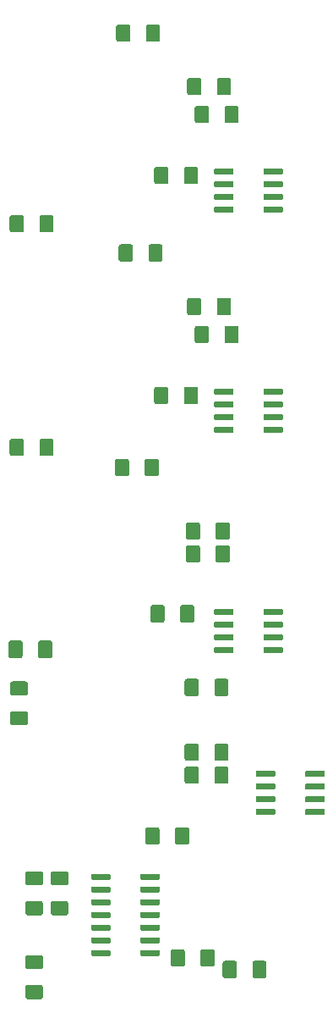
<source format=gbr>
G04 #@! TF.GenerationSoftware,KiCad,Pcbnew,5.1.4*
G04 #@! TF.CreationDate,2019-09-28T21:29:45+01:00*
G04 #@! TF.ProjectId,attenuverter_mixer,61747465-6e75-4766-9572-7465725f6d69,rev?*
G04 #@! TF.SameCoordinates,Original*
G04 #@! TF.FileFunction,Paste,Top*
G04 #@! TF.FilePolarity,Positive*
%FSLAX46Y46*%
G04 Gerber Fmt 4.6, Leading zero omitted, Abs format (unit mm)*
G04 Created by KiCad (PCBNEW 5.1.4) date 2019-09-28 21:29:45*
%MOMM*%
%LPD*%
G04 APERTURE LIST*
%ADD10C,0.100000*%
%ADD11C,0.600000*%
%ADD12C,1.425000*%
G04 APERTURE END LIST*
D10*
G36*
X57924703Y-76945722D02*
G01*
X57939264Y-76947882D01*
X57953543Y-76951459D01*
X57967403Y-76956418D01*
X57980710Y-76962712D01*
X57993336Y-76970280D01*
X58005159Y-76979048D01*
X58016066Y-76988934D01*
X58025952Y-76999841D01*
X58034720Y-77011664D01*
X58042288Y-77024290D01*
X58048582Y-77037597D01*
X58053541Y-77051457D01*
X58057118Y-77065736D01*
X58059278Y-77080297D01*
X58060000Y-77095000D01*
X58060000Y-77395000D01*
X58059278Y-77409703D01*
X58057118Y-77424264D01*
X58053541Y-77438543D01*
X58048582Y-77452403D01*
X58042288Y-77465710D01*
X58034720Y-77478336D01*
X58025952Y-77490159D01*
X58016066Y-77501066D01*
X58005159Y-77510952D01*
X57993336Y-77519720D01*
X57980710Y-77527288D01*
X57967403Y-77533582D01*
X57953543Y-77538541D01*
X57939264Y-77542118D01*
X57924703Y-77544278D01*
X57910000Y-77545000D01*
X56260000Y-77545000D01*
X56245297Y-77544278D01*
X56230736Y-77542118D01*
X56216457Y-77538541D01*
X56202597Y-77533582D01*
X56189290Y-77527288D01*
X56176664Y-77519720D01*
X56164841Y-77510952D01*
X56153934Y-77501066D01*
X56144048Y-77490159D01*
X56135280Y-77478336D01*
X56127712Y-77465710D01*
X56121418Y-77452403D01*
X56116459Y-77438543D01*
X56112882Y-77424264D01*
X56110722Y-77409703D01*
X56110000Y-77395000D01*
X56110000Y-77095000D01*
X56110722Y-77080297D01*
X56112882Y-77065736D01*
X56116459Y-77051457D01*
X56121418Y-77037597D01*
X56127712Y-77024290D01*
X56135280Y-77011664D01*
X56144048Y-76999841D01*
X56153934Y-76988934D01*
X56164841Y-76979048D01*
X56176664Y-76970280D01*
X56189290Y-76962712D01*
X56202597Y-76956418D01*
X56216457Y-76951459D01*
X56230736Y-76947882D01*
X56245297Y-76945722D01*
X56260000Y-76945000D01*
X57910000Y-76945000D01*
X57924703Y-76945722D01*
X57924703Y-76945722D01*
G37*
D11*
X57085000Y-77245000D03*
D10*
G36*
X57924703Y-78215722D02*
G01*
X57939264Y-78217882D01*
X57953543Y-78221459D01*
X57967403Y-78226418D01*
X57980710Y-78232712D01*
X57993336Y-78240280D01*
X58005159Y-78249048D01*
X58016066Y-78258934D01*
X58025952Y-78269841D01*
X58034720Y-78281664D01*
X58042288Y-78294290D01*
X58048582Y-78307597D01*
X58053541Y-78321457D01*
X58057118Y-78335736D01*
X58059278Y-78350297D01*
X58060000Y-78365000D01*
X58060000Y-78665000D01*
X58059278Y-78679703D01*
X58057118Y-78694264D01*
X58053541Y-78708543D01*
X58048582Y-78722403D01*
X58042288Y-78735710D01*
X58034720Y-78748336D01*
X58025952Y-78760159D01*
X58016066Y-78771066D01*
X58005159Y-78780952D01*
X57993336Y-78789720D01*
X57980710Y-78797288D01*
X57967403Y-78803582D01*
X57953543Y-78808541D01*
X57939264Y-78812118D01*
X57924703Y-78814278D01*
X57910000Y-78815000D01*
X56260000Y-78815000D01*
X56245297Y-78814278D01*
X56230736Y-78812118D01*
X56216457Y-78808541D01*
X56202597Y-78803582D01*
X56189290Y-78797288D01*
X56176664Y-78789720D01*
X56164841Y-78780952D01*
X56153934Y-78771066D01*
X56144048Y-78760159D01*
X56135280Y-78748336D01*
X56127712Y-78735710D01*
X56121418Y-78722403D01*
X56116459Y-78708543D01*
X56112882Y-78694264D01*
X56110722Y-78679703D01*
X56110000Y-78665000D01*
X56110000Y-78365000D01*
X56110722Y-78350297D01*
X56112882Y-78335736D01*
X56116459Y-78321457D01*
X56121418Y-78307597D01*
X56127712Y-78294290D01*
X56135280Y-78281664D01*
X56144048Y-78269841D01*
X56153934Y-78258934D01*
X56164841Y-78249048D01*
X56176664Y-78240280D01*
X56189290Y-78232712D01*
X56202597Y-78226418D01*
X56216457Y-78221459D01*
X56230736Y-78217882D01*
X56245297Y-78215722D01*
X56260000Y-78215000D01*
X57910000Y-78215000D01*
X57924703Y-78215722D01*
X57924703Y-78215722D01*
G37*
D11*
X57085000Y-78515000D03*
D10*
G36*
X57924703Y-79485722D02*
G01*
X57939264Y-79487882D01*
X57953543Y-79491459D01*
X57967403Y-79496418D01*
X57980710Y-79502712D01*
X57993336Y-79510280D01*
X58005159Y-79519048D01*
X58016066Y-79528934D01*
X58025952Y-79539841D01*
X58034720Y-79551664D01*
X58042288Y-79564290D01*
X58048582Y-79577597D01*
X58053541Y-79591457D01*
X58057118Y-79605736D01*
X58059278Y-79620297D01*
X58060000Y-79635000D01*
X58060000Y-79935000D01*
X58059278Y-79949703D01*
X58057118Y-79964264D01*
X58053541Y-79978543D01*
X58048582Y-79992403D01*
X58042288Y-80005710D01*
X58034720Y-80018336D01*
X58025952Y-80030159D01*
X58016066Y-80041066D01*
X58005159Y-80050952D01*
X57993336Y-80059720D01*
X57980710Y-80067288D01*
X57967403Y-80073582D01*
X57953543Y-80078541D01*
X57939264Y-80082118D01*
X57924703Y-80084278D01*
X57910000Y-80085000D01*
X56260000Y-80085000D01*
X56245297Y-80084278D01*
X56230736Y-80082118D01*
X56216457Y-80078541D01*
X56202597Y-80073582D01*
X56189290Y-80067288D01*
X56176664Y-80059720D01*
X56164841Y-80050952D01*
X56153934Y-80041066D01*
X56144048Y-80030159D01*
X56135280Y-80018336D01*
X56127712Y-80005710D01*
X56121418Y-79992403D01*
X56116459Y-79978543D01*
X56112882Y-79964264D01*
X56110722Y-79949703D01*
X56110000Y-79935000D01*
X56110000Y-79635000D01*
X56110722Y-79620297D01*
X56112882Y-79605736D01*
X56116459Y-79591457D01*
X56121418Y-79577597D01*
X56127712Y-79564290D01*
X56135280Y-79551664D01*
X56144048Y-79539841D01*
X56153934Y-79528934D01*
X56164841Y-79519048D01*
X56176664Y-79510280D01*
X56189290Y-79502712D01*
X56202597Y-79496418D01*
X56216457Y-79491459D01*
X56230736Y-79487882D01*
X56245297Y-79485722D01*
X56260000Y-79485000D01*
X57910000Y-79485000D01*
X57924703Y-79485722D01*
X57924703Y-79485722D01*
G37*
D11*
X57085000Y-79785000D03*
D10*
G36*
X57924703Y-80755722D02*
G01*
X57939264Y-80757882D01*
X57953543Y-80761459D01*
X57967403Y-80766418D01*
X57980710Y-80772712D01*
X57993336Y-80780280D01*
X58005159Y-80789048D01*
X58016066Y-80798934D01*
X58025952Y-80809841D01*
X58034720Y-80821664D01*
X58042288Y-80834290D01*
X58048582Y-80847597D01*
X58053541Y-80861457D01*
X58057118Y-80875736D01*
X58059278Y-80890297D01*
X58060000Y-80905000D01*
X58060000Y-81205000D01*
X58059278Y-81219703D01*
X58057118Y-81234264D01*
X58053541Y-81248543D01*
X58048582Y-81262403D01*
X58042288Y-81275710D01*
X58034720Y-81288336D01*
X58025952Y-81300159D01*
X58016066Y-81311066D01*
X58005159Y-81320952D01*
X57993336Y-81329720D01*
X57980710Y-81337288D01*
X57967403Y-81343582D01*
X57953543Y-81348541D01*
X57939264Y-81352118D01*
X57924703Y-81354278D01*
X57910000Y-81355000D01*
X56260000Y-81355000D01*
X56245297Y-81354278D01*
X56230736Y-81352118D01*
X56216457Y-81348541D01*
X56202597Y-81343582D01*
X56189290Y-81337288D01*
X56176664Y-81329720D01*
X56164841Y-81320952D01*
X56153934Y-81311066D01*
X56144048Y-81300159D01*
X56135280Y-81288336D01*
X56127712Y-81275710D01*
X56121418Y-81262403D01*
X56116459Y-81248543D01*
X56112882Y-81234264D01*
X56110722Y-81219703D01*
X56110000Y-81205000D01*
X56110000Y-80905000D01*
X56110722Y-80890297D01*
X56112882Y-80875736D01*
X56116459Y-80861457D01*
X56121418Y-80847597D01*
X56127712Y-80834290D01*
X56135280Y-80821664D01*
X56144048Y-80809841D01*
X56153934Y-80798934D01*
X56164841Y-80789048D01*
X56176664Y-80780280D01*
X56189290Y-80772712D01*
X56202597Y-80766418D01*
X56216457Y-80761459D01*
X56230736Y-80757882D01*
X56245297Y-80755722D01*
X56260000Y-80755000D01*
X57910000Y-80755000D01*
X57924703Y-80755722D01*
X57924703Y-80755722D01*
G37*
D11*
X57085000Y-81055000D03*
D10*
G36*
X52974703Y-80755722D02*
G01*
X52989264Y-80757882D01*
X53003543Y-80761459D01*
X53017403Y-80766418D01*
X53030710Y-80772712D01*
X53043336Y-80780280D01*
X53055159Y-80789048D01*
X53066066Y-80798934D01*
X53075952Y-80809841D01*
X53084720Y-80821664D01*
X53092288Y-80834290D01*
X53098582Y-80847597D01*
X53103541Y-80861457D01*
X53107118Y-80875736D01*
X53109278Y-80890297D01*
X53110000Y-80905000D01*
X53110000Y-81205000D01*
X53109278Y-81219703D01*
X53107118Y-81234264D01*
X53103541Y-81248543D01*
X53098582Y-81262403D01*
X53092288Y-81275710D01*
X53084720Y-81288336D01*
X53075952Y-81300159D01*
X53066066Y-81311066D01*
X53055159Y-81320952D01*
X53043336Y-81329720D01*
X53030710Y-81337288D01*
X53017403Y-81343582D01*
X53003543Y-81348541D01*
X52989264Y-81352118D01*
X52974703Y-81354278D01*
X52960000Y-81355000D01*
X51310000Y-81355000D01*
X51295297Y-81354278D01*
X51280736Y-81352118D01*
X51266457Y-81348541D01*
X51252597Y-81343582D01*
X51239290Y-81337288D01*
X51226664Y-81329720D01*
X51214841Y-81320952D01*
X51203934Y-81311066D01*
X51194048Y-81300159D01*
X51185280Y-81288336D01*
X51177712Y-81275710D01*
X51171418Y-81262403D01*
X51166459Y-81248543D01*
X51162882Y-81234264D01*
X51160722Y-81219703D01*
X51160000Y-81205000D01*
X51160000Y-80905000D01*
X51160722Y-80890297D01*
X51162882Y-80875736D01*
X51166459Y-80861457D01*
X51171418Y-80847597D01*
X51177712Y-80834290D01*
X51185280Y-80821664D01*
X51194048Y-80809841D01*
X51203934Y-80798934D01*
X51214841Y-80789048D01*
X51226664Y-80780280D01*
X51239290Y-80772712D01*
X51252597Y-80766418D01*
X51266457Y-80761459D01*
X51280736Y-80757882D01*
X51295297Y-80755722D01*
X51310000Y-80755000D01*
X52960000Y-80755000D01*
X52974703Y-80755722D01*
X52974703Y-80755722D01*
G37*
D11*
X52135000Y-81055000D03*
D10*
G36*
X52974703Y-79485722D02*
G01*
X52989264Y-79487882D01*
X53003543Y-79491459D01*
X53017403Y-79496418D01*
X53030710Y-79502712D01*
X53043336Y-79510280D01*
X53055159Y-79519048D01*
X53066066Y-79528934D01*
X53075952Y-79539841D01*
X53084720Y-79551664D01*
X53092288Y-79564290D01*
X53098582Y-79577597D01*
X53103541Y-79591457D01*
X53107118Y-79605736D01*
X53109278Y-79620297D01*
X53110000Y-79635000D01*
X53110000Y-79935000D01*
X53109278Y-79949703D01*
X53107118Y-79964264D01*
X53103541Y-79978543D01*
X53098582Y-79992403D01*
X53092288Y-80005710D01*
X53084720Y-80018336D01*
X53075952Y-80030159D01*
X53066066Y-80041066D01*
X53055159Y-80050952D01*
X53043336Y-80059720D01*
X53030710Y-80067288D01*
X53017403Y-80073582D01*
X53003543Y-80078541D01*
X52989264Y-80082118D01*
X52974703Y-80084278D01*
X52960000Y-80085000D01*
X51310000Y-80085000D01*
X51295297Y-80084278D01*
X51280736Y-80082118D01*
X51266457Y-80078541D01*
X51252597Y-80073582D01*
X51239290Y-80067288D01*
X51226664Y-80059720D01*
X51214841Y-80050952D01*
X51203934Y-80041066D01*
X51194048Y-80030159D01*
X51185280Y-80018336D01*
X51177712Y-80005710D01*
X51171418Y-79992403D01*
X51166459Y-79978543D01*
X51162882Y-79964264D01*
X51160722Y-79949703D01*
X51160000Y-79935000D01*
X51160000Y-79635000D01*
X51160722Y-79620297D01*
X51162882Y-79605736D01*
X51166459Y-79591457D01*
X51171418Y-79577597D01*
X51177712Y-79564290D01*
X51185280Y-79551664D01*
X51194048Y-79539841D01*
X51203934Y-79528934D01*
X51214841Y-79519048D01*
X51226664Y-79510280D01*
X51239290Y-79502712D01*
X51252597Y-79496418D01*
X51266457Y-79491459D01*
X51280736Y-79487882D01*
X51295297Y-79485722D01*
X51310000Y-79485000D01*
X52960000Y-79485000D01*
X52974703Y-79485722D01*
X52974703Y-79485722D01*
G37*
D11*
X52135000Y-79785000D03*
D10*
G36*
X52974703Y-78215722D02*
G01*
X52989264Y-78217882D01*
X53003543Y-78221459D01*
X53017403Y-78226418D01*
X53030710Y-78232712D01*
X53043336Y-78240280D01*
X53055159Y-78249048D01*
X53066066Y-78258934D01*
X53075952Y-78269841D01*
X53084720Y-78281664D01*
X53092288Y-78294290D01*
X53098582Y-78307597D01*
X53103541Y-78321457D01*
X53107118Y-78335736D01*
X53109278Y-78350297D01*
X53110000Y-78365000D01*
X53110000Y-78665000D01*
X53109278Y-78679703D01*
X53107118Y-78694264D01*
X53103541Y-78708543D01*
X53098582Y-78722403D01*
X53092288Y-78735710D01*
X53084720Y-78748336D01*
X53075952Y-78760159D01*
X53066066Y-78771066D01*
X53055159Y-78780952D01*
X53043336Y-78789720D01*
X53030710Y-78797288D01*
X53017403Y-78803582D01*
X53003543Y-78808541D01*
X52989264Y-78812118D01*
X52974703Y-78814278D01*
X52960000Y-78815000D01*
X51310000Y-78815000D01*
X51295297Y-78814278D01*
X51280736Y-78812118D01*
X51266457Y-78808541D01*
X51252597Y-78803582D01*
X51239290Y-78797288D01*
X51226664Y-78789720D01*
X51214841Y-78780952D01*
X51203934Y-78771066D01*
X51194048Y-78760159D01*
X51185280Y-78748336D01*
X51177712Y-78735710D01*
X51171418Y-78722403D01*
X51166459Y-78708543D01*
X51162882Y-78694264D01*
X51160722Y-78679703D01*
X51160000Y-78665000D01*
X51160000Y-78365000D01*
X51160722Y-78350297D01*
X51162882Y-78335736D01*
X51166459Y-78321457D01*
X51171418Y-78307597D01*
X51177712Y-78294290D01*
X51185280Y-78281664D01*
X51194048Y-78269841D01*
X51203934Y-78258934D01*
X51214841Y-78249048D01*
X51226664Y-78240280D01*
X51239290Y-78232712D01*
X51252597Y-78226418D01*
X51266457Y-78221459D01*
X51280736Y-78217882D01*
X51295297Y-78215722D01*
X51310000Y-78215000D01*
X52960000Y-78215000D01*
X52974703Y-78215722D01*
X52974703Y-78215722D01*
G37*
D11*
X52135000Y-78515000D03*
D10*
G36*
X52974703Y-76945722D02*
G01*
X52989264Y-76947882D01*
X53003543Y-76951459D01*
X53017403Y-76956418D01*
X53030710Y-76962712D01*
X53043336Y-76970280D01*
X53055159Y-76979048D01*
X53066066Y-76988934D01*
X53075952Y-76999841D01*
X53084720Y-77011664D01*
X53092288Y-77024290D01*
X53098582Y-77037597D01*
X53103541Y-77051457D01*
X53107118Y-77065736D01*
X53109278Y-77080297D01*
X53110000Y-77095000D01*
X53110000Y-77395000D01*
X53109278Y-77409703D01*
X53107118Y-77424264D01*
X53103541Y-77438543D01*
X53098582Y-77452403D01*
X53092288Y-77465710D01*
X53084720Y-77478336D01*
X53075952Y-77490159D01*
X53066066Y-77501066D01*
X53055159Y-77510952D01*
X53043336Y-77519720D01*
X53030710Y-77527288D01*
X53017403Y-77533582D01*
X53003543Y-77538541D01*
X52989264Y-77542118D01*
X52974703Y-77544278D01*
X52960000Y-77545000D01*
X51310000Y-77545000D01*
X51295297Y-77544278D01*
X51280736Y-77542118D01*
X51266457Y-77538541D01*
X51252597Y-77533582D01*
X51239290Y-77527288D01*
X51226664Y-77519720D01*
X51214841Y-77510952D01*
X51203934Y-77501066D01*
X51194048Y-77490159D01*
X51185280Y-77478336D01*
X51177712Y-77465710D01*
X51171418Y-77452403D01*
X51166459Y-77438543D01*
X51162882Y-77424264D01*
X51160722Y-77409703D01*
X51160000Y-77395000D01*
X51160000Y-77095000D01*
X51160722Y-77080297D01*
X51162882Y-77065736D01*
X51166459Y-77051457D01*
X51171418Y-77037597D01*
X51177712Y-77024290D01*
X51185280Y-77011664D01*
X51194048Y-76999841D01*
X51203934Y-76988934D01*
X51214841Y-76979048D01*
X51226664Y-76970280D01*
X51239290Y-76962712D01*
X51252597Y-76956418D01*
X51266457Y-76951459D01*
X51280736Y-76947882D01*
X51295297Y-76945722D01*
X51310000Y-76945000D01*
X52960000Y-76945000D01*
X52974703Y-76945722D01*
X52974703Y-76945722D01*
G37*
D11*
X52135000Y-77245000D03*
D10*
G36*
X40655703Y-125430722D02*
G01*
X40670264Y-125432882D01*
X40684543Y-125436459D01*
X40698403Y-125441418D01*
X40711710Y-125447712D01*
X40724336Y-125455280D01*
X40736159Y-125464048D01*
X40747066Y-125473934D01*
X40756952Y-125484841D01*
X40765720Y-125496664D01*
X40773288Y-125509290D01*
X40779582Y-125522597D01*
X40784541Y-125536457D01*
X40788118Y-125550736D01*
X40790278Y-125565297D01*
X40791000Y-125580000D01*
X40791000Y-125880000D01*
X40790278Y-125894703D01*
X40788118Y-125909264D01*
X40784541Y-125923543D01*
X40779582Y-125937403D01*
X40773288Y-125950710D01*
X40765720Y-125963336D01*
X40756952Y-125975159D01*
X40747066Y-125986066D01*
X40736159Y-125995952D01*
X40724336Y-126004720D01*
X40711710Y-126012288D01*
X40698403Y-126018582D01*
X40684543Y-126023541D01*
X40670264Y-126027118D01*
X40655703Y-126029278D01*
X40641000Y-126030000D01*
X38991000Y-126030000D01*
X38976297Y-126029278D01*
X38961736Y-126027118D01*
X38947457Y-126023541D01*
X38933597Y-126018582D01*
X38920290Y-126012288D01*
X38907664Y-126004720D01*
X38895841Y-125995952D01*
X38884934Y-125986066D01*
X38875048Y-125975159D01*
X38866280Y-125963336D01*
X38858712Y-125950710D01*
X38852418Y-125937403D01*
X38847459Y-125923543D01*
X38843882Y-125909264D01*
X38841722Y-125894703D01*
X38841000Y-125880000D01*
X38841000Y-125580000D01*
X38841722Y-125565297D01*
X38843882Y-125550736D01*
X38847459Y-125536457D01*
X38852418Y-125522597D01*
X38858712Y-125509290D01*
X38866280Y-125496664D01*
X38875048Y-125484841D01*
X38884934Y-125473934D01*
X38895841Y-125464048D01*
X38907664Y-125455280D01*
X38920290Y-125447712D01*
X38933597Y-125441418D01*
X38947457Y-125436459D01*
X38961736Y-125432882D01*
X38976297Y-125430722D01*
X38991000Y-125430000D01*
X40641000Y-125430000D01*
X40655703Y-125430722D01*
X40655703Y-125430722D01*
G37*
D11*
X39816000Y-125730000D03*
D10*
G36*
X40655703Y-126700722D02*
G01*
X40670264Y-126702882D01*
X40684543Y-126706459D01*
X40698403Y-126711418D01*
X40711710Y-126717712D01*
X40724336Y-126725280D01*
X40736159Y-126734048D01*
X40747066Y-126743934D01*
X40756952Y-126754841D01*
X40765720Y-126766664D01*
X40773288Y-126779290D01*
X40779582Y-126792597D01*
X40784541Y-126806457D01*
X40788118Y-126820736D01*
X40790278Y-126835297D01*
X40791000Y-126850000D01*
X40791000Y-127150000D01*
X40790278Y-127164703D01*
X40788118Y-127179264D01*
X40784541Y-127193543D01*
X40779582Y-127207403D01*
X40773288Y-127220710D01*
X40765720Y-127233336D01*
X40756952Y-127245159D01*
X40747066Y-127256066D01*
X40736159Y-127265952D01*
X40724336Y-127274720D01*
X40711710Y-127282288D01*
X40698403Y-127288582D01*
X40684543Y-127293541D01*
X40670264Y-127297118D01*
X40655703Y-127299278D01*
X40641000Y-127300000D01*
X38991000Y-127300000D01*
X38976297Y-127299278D01*
X38961736Y-127297118D01*
X38947457Y-127293541D01*
X38933597Y-127288582D01*
X38920290Y-127282288D01*
X38907664Y-127274720D01*
X38895841Y-127265952D01*
X38884934Y-127256066D01*
X38875048Y-127245159D01*
X38866280Y-127233336D01*
X38858712Y-127220710D01*
X38852418Y-127207403D01*
X38847459Y-127193543D01*
X38843882Y-127179264D01*
X38841722Y-127164703D01*
X38841000Y-127150000D01*
X38841000Y-126850000D01*
X38841722Y-126835297D01*
X38843882Y-126820736D01*
X38847459Y-126806457D01*
X38852418Y-126792597D01*
X38858712Y-126779290D01*
X38866280Y-126766664D01*
X38875048Y-126754841D01*
X38884934Y-126743934D01*
X38895841Y-126734048D01*
X38907664Y-126725280D01*
X38920290Y-126717712D01*
X38933597Y-126711418D01*
X38947457Y-126706459D01*
X38961736Y-126702882D01*
X38976297Y-126700722D01*
X38991000Y-126700000D01*
X40641000Y-126700000D01*
X40655703Y-126700722D01*
X40655703Y-126700722D01*
G37*
D11*
X39816000Y-127000000D03*
D10*
G36*
X40655703Y-127970722D02*
G01*
X40670264Y-127972882D01*
X40684543Y-127976459D01*
X40698403Y-127981418D01*
X40711710Y-127987712D01*
X40724336Y-127995280D01*
X40736159Y-128004048D01*
X40747066Y-128013934D01*
X40756952Y-128024841D01*
X40765720Y-128036664D01*
X40773288Y-128049290D01*
X40779582Y-128062597D01*
X40784541Y-128076457D01*
X40788118Y-128090736D01*
X40790278Y-128105297D01*
X40791000Y-128120000D01*
X40791000Y-128420000D01*
X40790278Y-128434703D01*
X40788118Y-128449264D01*
X40784541Y-128463543D01*
X40779582Y-128477403D01*
X40773288Y-128490710D01*
X40765720Y-128503336D01*
X40756952Y-128515159D01*
X40747066Y-128526066D01*
X40736159Y-128535952D01*
X40724336Y-128544720D01*
X40711710Y-128552288D01*
X40698403Y-128558582D01*
X40684543Y-128563541D01*
X40670264Y-128567118D01*
X40655703Y-128569278D01*
X40641000Y-128570000D01*
X38991000Y-128570000D01*
X38976297Y-128569278D01*
X38961736Y-128567118D01*
X38947457Y-128563541D01*
X38933597Y-128558582D01*
X38920290Y-128552288D01*
X38907664Y-128544720D01*
X38895841Y-128535952D01*
X38884934Y-128526066D01*
X38875048Y-128515159D01*
X38866280Y-128503336D01*
X38858712Y-128490710D01*
X38852418Y-128477403D01*
X38847459Y-128463543D01*
X38843882Y-128449264D01*
X38841722Y-128434703D01*
X38841000Y-128420000D01*
X38841000Y-128120000D01*
X38841722Y-128105297D01*
X38843882Y-128090736D01*
X38847459Y-128076457D01*
X38852418Y-128062597D01*
X38858712Y-128049290D01*
X38866280Y-128036664D01*
X38875048Y-128024841D01*
X38884934Y-128013934D01*
X38895841Y-128004048D01*
X38907664Y-127995280D01*
X38920290Y-127987712D01*
X38933597Y-127981418D01*
X38947457Y-127976459D01*
X38961736Y-127972882D01*
X38976297Y-127970722D01*
X38991000Y-127970000D01*
X40641000Y-127970000D01*
X40655703Y-127970722D01*
X40655703Y-127970722D01*
G37*
D11*
X39816000Y-128270000D03*
D10*
G36*
X40655703Y-129240722D02*
G01*
X40670264Y-129242882D01*
X40684543Y-129246459D01*
X40698403Y-129251418D01*
X40711710Y-129257712D01*
X40724336Y-129265280D01*
X40736159Y-129274048D01*
X40747066Y-129283934D01*
X40756952Y-129294841D01*
X40765720Y-129306664D01*
X40773288Y-129319290D01*
X40779582Y-129332597D01*
X40784541Y-129346457D01*
X40788118Y-129360736D01*
X40790278Y-129375297D01*
X40791000Y-129390000D01*
X40791000Y-129690000D01*
X40790278Y-129704703D01*
X40788118Y-129719264D01*
X40784541Y-129733543D01*
X40779582Y-129747403D01*
X40773288Y-129760710D01*
X40765720Y-129773336D01*
X40756952Y-129785159D01*
X40747066Y-129796066D01*
X40736159Y-129805952D01*
X40724336Y-129814720D01*
X40711710Y-129822288D01*
X40698403Y-129828582D01*
X40684543Y-129833541D01*
X40670264Y-129837118D01*
X40655703Y-129839278D01*
X40641000Y-129840000D01*
X38991000Y-129840000D01*
X38976297Y-129839278D01*
X38961736Y-129837118D01*
X38947457Y-129833541D01*
X38933597Y-129828582D01*
X38920290Y-129822288D01*
X38907664Y-129814720D01*
X38895841Y-129805952D01*
X38884934Y-129796066D01*
X38875048Y-129785159D01*
X38866280Y-129773336D01*
X38858712Y-129760710D01*
X38852418Y-129747403D01*
X38847459Y-129733543D01*
X38843882Y-129719264D01*
X38841722Y-129704703D01*
X38841000Y-129690000D01*
X38841000Y-129390000D01*
X38841722Y-129375297D01*
X38843882Y-129360736D01*
X38847459Y-129346457D01*
X38852418Y-129332597D01*
X38858712Y-129319290D01*
X38866280Y-129306664D01*
X38875048Y-129294841D01*
X38884934Y-129283934D01*
X38895841Y-129274048D01*
X38907664Y-129265280D01*
X38920290Y-129257712D01*
X38933597Y-129251418D01*
X38947457Y-129246459D01*
X38961736Y-129242882D01*
X38976297Y-129240722D01*
X38991000Y-129240000D01*
X40641000Y-129240000D01*
X40655703Y-129240722D01*
X40655703Y-129240722D01*
G37*
D11*
X39816000Y-129540000D03*
D10*
G36*
X40655703Y-130510722D02*
G01*
X40670264Y-130512882D01*
X40684543Y-130516459D01*
X40698403Y-130521418D01*
X40711710Y-130527712D01*
X40724336Y-130535280D01*
X40736159Y-130544048D01*
X40747066Y-130553934D01*
X40756952Y-130564841D01*
X40765720Y-130576664D01*
X40773288Y-130589290D01*
X40779582Y-130602597D01*
X40784541Y-130616457D01*
X40788118Y-130630736D01*
X40790278Y-130645297D01*
X40791000Y-130660000D01*
X40791000Y-130960000D01*
X40790278Y-130974703D01*
X40788118Y-130989264D01*
X40784541Y-131003543D01*
X40779582Y-131017403D01*
X40773288Y-131030710D01*
X40765720Y-131043336D01*
X40756952Y-131055159D01*
X40747066Y-131066066D01*
X40736159Y-131075952D01*
X40724336Y-131084720D01*
X40711710Y-131092288D01*
X40698403Y-131098582D01*
X40684543Y-131103541D01*
X40670264Y-131107118D01*
X40655703Y-131109278D01*
X40641000Y-131110000D01*
X38991000Y-131110000D01*
X38976297Y-131109278D01*
X38961736Y-131107118D01*
X38947457Y-131103541D01*
X38933597Y-131098582D01*
X38920290Y-131092288D01*
X38907664Y-131084720D01*
X38895841Y-131075952D01*
X38884934Y-131066066D01*
X38875048Y-131055159D01*
X38866280Y-131043336D01*
X38858712Y-131030710D01*
X38852418Y-131017403D01*
X38847459Y-131003543D01*
X38843882Y-130989264D01*
X38841722Y-130974703D01*
X38841000Y-130960000D01*
X38841000Y-130660000D01*
X38841722Y-130645297D01*
X38843882Y-130630736D01*
X38847459Y-130616457D01*
X38852418Y-130602597D01*
X38858712Y-130589290D01*
X38866280Y-130576664D01*
X38875048Y-130564841D01*
X38884934Y-130553934D01*
X38895841Y-130544048D01*
X38907664Y-130535280D01*
X38920290Y-130527712D01*
X38933597Y-130521418D01*
X38947457Y-130516459D01*
X38961736Y-130512882D01*
X38976297Y-130510722D01*
X38991000Y-130510000D01*
X40641000Y-130510000D01*
X40655703Y-130510722D01*
X40655703Y-130510722D01*
G37*
D11*
X39816000Y-130810000D03*
D10*
G36*
X40655703Y-131780722D02*
G01*
X40670264Y-131782882D01*
X40684543Y-131786459D01*
X40698403Y-131791418D01*
X40711710Y-131797712D01*
X40724336Y-131805280D01*
X40736159Y-131814048D01*
X40747066Y-131823934D01*
X40756952Y-131834841D01*
X40765720Y-131846664D01*
X40773288Y-131859290D01*
X40779582Y-131872597D01*
X40784541Y-131886457D01*
X40788118Y-131900736D01*
X40790278Y-131915297D01*
X40791000Y-131930000D01*
X40791000Y-132230000D01*
X40790278Y-132244703D01*
X40788118Y-132259264D01*
X40784541Y-132273543D01*
X40779582Y-132287403D01*
X40773288Y-132300710D01*
X40765720Y-132313336D01*
X40756952Y-132325159D01*
X40747066Y-132336066D01*
X40736159Y-132345952D01*
X40724336Y-132354720D01*
X40711710Y-132362288D01*
X40698403Y-132368582D01*
X40684543Y-132373541D01*
X40670264Y-132377118D01*
X40655703Y-132379278D01*
X40641000Y-132380000D01*
X38991000Y-132380000D01*
X38976297Y-132379278D01*
X38961736Y-132377118D01*
X38947457Y-132373541D01*
X38933597Y-132368582D01*
X38920290Y-132362288D01*
X38907664Y-132354720D01*
X38895841Y-132345952D01*
X38884934Y-132336066D01*
X38875048Y-132325159D01*
X38866280Y-132313336D01*
X38858712Y-132300710D01*
X38852418Y-132287403D01*
X38847459Y-132273543D01*
X38843882Y-132259264D01*
X38841722Y-132244703D01*
X38841000Y-132230000D01*
X38841000Y-131930000D01*
X38841722Y-131915297D01*
X38843882Y-131900736D01*
X38847459Y-131886457D01*
X38852418Y-131872597D01*
X38858712Y-131859290D01*
X38866280Y-131846664D01*
X38875048Y-131834841D01*
X38884934Y-131823934D01*
X38895841Y-131814048D01*
X38907664Y-131805280D01*
X38920290Y-131797712D01*
X38933597Y-131791418D01*
X38947457Y-131786459D01*
X38961736Y-131782882D01*
X38976297Y-131780722D01*
X38991000Y-131780000D01*
X40641000Y-131780000D01*
X40655703Y-131780722D01*
X40655703Y-131780722D01*
G37*
D11*
X39816000Y-132080000D03*
D10*
G36*
X40655703Y-133050722D02*
G01*
X40670264Y-133052882D01*
X40684543Y-133056459D01*
X40698403Y-133061418D01*
X40711710Y-133067712D01*
X40724336Y-133075280D01*
X40736159Y-133084048D01*
X40747066Y-133093934D01*
X40756952Y-133104841D01*
X40765720Y-133116664D01*
X40773288Y-133129290D01*
X40779582Y-133142597D01*
X40784541Y-133156457D01*
X40788118Y-133170736D01*
X40790278Y-133185297D01*
X40791000Y-133200000D01*
X40791000Y-133500000D01*
X40790278Y-133514703D01*
X40788118Y-133529264D01*
X40784541Y-133543543D01*
X40779582Y-133557403D01*
X40773288Y-133570710D01*
X40765720Y-133583336D01*
X40756952Y-133595159D01*
X40747066Y-133606066D01*
X40736159Y-133615952D01*
X40724336Y-133624720D01*
X40711710Y-133632288D01*
X40698403Y-133638582D01*
X40684543Y-133643541D01*
X40670264Y-133647118D01*
X40655703Y-133649278D01*
X40641000Y-133650000D01*
X38991000Y-133650000D01*
X38976297Y-133649278D01*
X38961736Y-133647118D01*
X38947457Y-133643541D01*
X38933597Y-133638582D01*
X38920290Y-133632288D01*
X38907664Y-133624720D01*
X38895841Y-133615952D01*
X38884934Y-133606066D01*
X38875048Y-133595159D01*
X38866280Y-133583336D01*
X38858712Y-133570710D01*
X38852418Y-133557403D01*
X38847459Y-133543543D01*
X38843882Y-133529264D01*
X38841722Y-133514703D01*
X38841000Y-133500000D01*
X38841000Y-133200000D01*
X38841722Y-133185297D01*
X38843882Y-133170736D01*
X38847459Y-133156457D01*
X38852418Y-133142597D01*
X38858712Y-133129290D01*
X38866280Y-133116664D01*
X38875048Y-133104841D01*
X38884934Y-133093934D01*
X38895841Y-133084048D01*
X38907664Y-133075280D01*
X38920290Y-133067712D01*
X38933597Y-133061418D01*
X38947457Y-133056459D01*
X38961736Y-133052882D01*
X38976297Y-133050722D01*
X38991000Y-133050000D01*
X40641000Y-133050000D01*
X40655703Y-133050722D01*
X40655703Y-133050722D01*
G37*
D11*
X39816000Y-133350000D03*
D10*
G36*
X45605703Y-133050722D02*
G01*
X45620264Y-133052882D01*
X45634543Y-133056459D01*
X45648403Y-133061418D01*
X45661710Y-133067712D01*
X45674336Y-133075280D01*
X45686159Y-133084048D01*
X45697066Y-133093934D01*
X45706952Y-133104841D01*
X45715720Y-133116664D01*
X45723288Y-133129290D01*
X45729582Y-133142597D01*
X45734541Y-133156457D01*
X45738118Y-133170736D01*
X45740278Y-133185297D01*
X45741000Y-133200000D01*
X45741000Y-133500000D01*
X45740278Y-133514703D01*
X45738118Y-133529264D01*
X45734541Y-133543543D01*
X45729582Y-133557403D01*
X45723288Y-133570710D01*
X45715720Y-133583336D01*
X45706952Y-133595159D01*
X45697066Y-133606066D01*
X45686159Y-133615952D01*
X45674336Y-133624720D01*
X45661710Y-133632288D01*
X45648403Y-133638582D01*
X45634543Y-133643541D01*
X45620264Y-133647118D01*
X45605703Y-133649278D01*
X45591000Y-133650000D01*
X43941000Y-133650000D01*
X43926297Y-133649278D01*
X43911736Y-133647118D01*
X43897457Y-133643541D01*
X43883597Y-133638582D01*
X43870290Y-133632288D01*
X43857664Y-133624720D01*
X43845841Y-133615952D01*
X43834934Y-133606066D01*
X43825048Y-133595159D01*
X43816280Y-133583336D01*
X43808712Y-133570710D01*
X43802418Y-133557403D01*
X43797459Y-133543543D01*
X43793882Y-133529264D01*
X43791722Y-133514703D01*
X43791000Y-133500000D01*
X43791000Y-133200000D01*
X43791722Y-133185297D01*
X43793882Y-133170736D01*
X43797459Y-133156457D01*
X43802418Y-133142597D01*
X43808712Y-133129290D01*
X43816280Y-133116664D01*
X43825048Y-133104841D01*
X43834934Y-133093934D01*
X43845841Y-133084048D01*
X43857664Y-133075280D01*
X43870290Y-133067712D01*
X43883597Y-133061418D01*
X43897457Y-133056459D01*
X43911736Y-133052882D01*
X43926297Y-133050722D01*
X43941000Y-133050000D01*
X45591000Y-133050000D01*
X45605703Y-133050722D01*
X45605703Y-133050722D01*
G37*
D11*
X44766000Y-133350000D03*
D10*
G36*
X45605703Y-131780722D02*
G01*
X45620264Y-131782882D01*
X45634543Y-131786459D01*
X45648403Y-131791418D01*
X45661710Y-131797712D01*
X45674336Y-131805280D01*
X45686159Y-131814048D01*
X45697066Y-131823934D01*
X45706952Y-131834841D01*
X45715720Y-131846664D01*
X45723288Y-131859290D01*
X45729582Y-131872597D01*
X45734541Y-131886457D01*
X45738118Y-131900736D01*
X45740278Y-131915297D01*
X45741000Y-131930000D01*
X45741000Y-132230000D01*
X45740278Y-132244703D01*
X45738118Y-132259264D01*
X45734541Y-132273543D01*
X45729582Y-132287403D01*
X45723288Y-132300710D01*
X45715720Y-132313336D01*
X45706952Y-132325159D01*
X45697066Y-132336066D01*
X45686159Y-132345952D01*
X45674336Y-132354720D01*
X45661710Y-132362288D01*
X45648403Y-132368582D01*
X45634543Y-132373541D01*
X45620264Y-132377118D01*
X45605703Y-132379278D01*
X45591000Y-132380000D01*
X43941000Y-132380000D01*
X43926297Y-132379278D01*
X43911736Y-132377118D01*
X43897457Y-132373541D01*
X43883597Y-132368582D01*
X43870290Y-132362288D01*
X43857664Y-132354720D01*
X43845841Y-132345952D01*
X43834934Y-132336066D01*
X43825048Y-132325159D01*
X43816280Y-132313336D01*
X43808712Y-132300710D01*
X43802418Y-132287403D01*
X43797459Y-132273543D01*
X43793882Y-132259264D01*
X43791722Y-132244703D01*
X43791000Y-132230000D01*
X43791000Y-131930000D01*
X43791722Y-131915297D01*
X43793882Y-131900736D01*
X43797459Y-131886457D01*
X43802418Y-131872597D01*
X43808712Y-131859290D01*
X43816280Y-131846664D01*
X43825048Y-131834841D01*
X43834934Y-131823934D01*
X43845841Y-131814048D01*
X43857664Y-131805280D01*
X43870290Y-131797712D01*
X43883597Y-131791418D01*
X43897457Y-131786459D01*
X43911736Y-131782882D01*
X43926297Y-131780722D01*
X43941000Y-131780000D01*
X45591000Y-131780000D01*
X45605703Y-131780722D01*
X45605703Y-131780722D01*
G37*
D11*
X44766000Y-132080000D03*
D10*
G36*
X45605703Y-130510722D02*
G01*
X45620264Y-130512882D01*
X45634543Y-130516459D01*
X45648403Y-130521418D01*
X45661710Y-130527712D01*
X45674336Y-130535280D01*
X45686159Y-130544048D01*
X45697066Y-130553934D01*
X45706952Y-130564841D01*
X45715720Y-130576664D01*
X45723288Y-130589290D01*
X45729582Y-130602597D01*
X45734541Y-130616457D01*
X45738118Y-130630736D01*
X45740278Y-130645297D01*
X45741000Y-130660000D01*
X45741000Y-130960000D01*
X45740278Y-130974703D01*
X45738118Y-130989264D01*
X45734541Y-131003543D01*
X45729582Y-131017403D01*
X45723288Y-131030710D01*
X45715720Y-131043336D01*
X45706952Y-131055159D01*
X45697066Y-131066066D01*
X45686159Y-131075952D01*
X45674336Y-131084720D01*
X45661710Y-131092288D01*
X45648403Y-131098582D01*
X45634543Y-131103541D01*
X45620264Y-131107118D01*
X45605703Y-131109278D01*
X45591000Y-131110000D01*
X43941000Y-131110000D01*
X43926297Y-131109278D01*
X43911736Y-131107118D01*
X43897457Y-131103541D01*
X43883597Y-131098582D01*
X43870290Y-131092288D01*
X43857664Y-131084720D01*
X43845841Y-131075952D01*
X43834934Y-131066066D01*
X43825048Y-131055159D01*
X43816280Y-131043336D01*
X43808712Y-131030710D01*
X43802418Y-131017403D01*
X43797459Y-131003543D01*
X43793882Y-130989264D01*
X43791722Y-130974703D01*
X43791000Y-130960000D01*
X43791000Y-130660000D01*
X43791722Y-130645297D01*
X43793882Y-130630736D01*
X43797459Y-130616457D01*
X43802418Y-130602597D01*
X43808712Y-130589290D01*
X43816280Y-130576664D01*
X43825048Y-130564841D01*
X43834934Y-130553934D01*
X43845841Y-130544048D01*
X43857664Y-130535280D01*
X43870290Y-130527712D01*
X43883597Y-130521418D01*
X43897457Y-130516459D01*
X43911736Y-130512882D01*
X43926297Y-130510722D01*
X43941000Y-130510000D01*
X45591000Y-130510000D01*
X45605703Y-130510722D01*
X45605703Y-130510722D01*
G37*
D11*
X44766000Y-130810000D03*
D10*
G36*
X45605703Y-129240722D02*
G01*
X45620264Y-129242882D01*
X45634543Y-129246459D01*
X45648403Y-129251418D01*
X45661710Y-129257712D01*
X45674336Y-129265280D01*
X45686159Y-129274048D01*
X45697066Y-129283934D01*
X45706952Y-129294841D01*
X45715720Y-129306664D01*
X45723288Y-129319290D01*
X45729582Y-129332597D01*
X45734541Y-129346457D01*
X45738118Y-129360736D01*
X45740278Y-129375297D01*
X45741000Y-129390000D01*
X45741000Y-129690000D01*
X45740278Y-129704703D01*
X45738118Y-129719264D01*
X45734541Y-129733543D01*
X45729582Y-129747403D01*
X45723288Y-129760710D01*
X45715720Y-129773336D01*
X45706952Y-129785159D01*
X45697066Y-129796066D01*
X45686159Y-129805952D01*
X45674336Y-129814720D01*
X45661710Y-129822288D01*
X45648403Y-129828582D01*
X45634543Y-129833541D01*
X45620264Y-129837118D01*
X45605703Y-129839278D01*
X45591000Y-129840000D01*
X43941000Y-129840000D01*
X43926297Y-129839278D01*
X43911736Y-129837118D01*
X43897457Y-129833541D01*
X43883597Y-129828582D01*
X43870290Y-129822288D01*
X43857664Y-129814720D01*
X43845841Y-129805952D01*
X43834934Y-129796066D01*
X43825048Y-129785159D01*
X43816280Y-129773336D01*
X43808712Y-129760710D01*
X43802418Y-129747403D01*
X43797459Y-129733543D01*
X43793882Y-129719264D01*
X43791722Y-129704703D01*
X43791000Y-129690000D01*
X43791000Y-129390000D01*
X43791722Y-129375297D01*
X43793882Y-129360736D01*
X43797459Y-129346457D01*
X43802418Y-129332597D01*
X43808712Y-129319290D01*
X43816280Y-129306664D01*
X43825048Y-129294841D01*
X43834934Y-129283934D01*
X43845841Y-129274048D01*
X43857664Y-129265280D01*
X43870290Y-129257712D01*
X43883597Y-129251418D01*
X43897457Y-129246459D01*
X43911736Y-129242882D01*
X43926297Y-129240722D01*
X43941000Y-129240000D01*
X45591000Y-129240000D01*
X45605703Y-129240722D01*
X45605703Y-129240722D01*
G37*
D11*
X44766000Y-129540000D03*
D10*
G36*
X45605703Y-127970722D02*
G01*
X45620264Y-127972882D01*
X45634543Y-127976459D01*
X45648403Y-127981418D01*
X45661710Y-127987712D01*
X45674336Y-127995280D01*
X45686159Y-128004048D01*
X45697066Y-128013934D01*
X45706952Y-128024841D01*
X45715720Y-128036664D01*
X45723288Y-128049290D01*
X45729582Y-128062597D01*
X45734541Y-128076457D01*
X45738118Y-128090736D01*
X45740278Y-128105297D01*
X45741000Y-128120000D01*
X45741000Y-128420000D01*
X45740278Y-128434703D01*
X45738118Y-128449264D01*
X45734541Y-128463543D01*
X45729582Y-128477403D01*
X45723288Y-128490710D01*
X45715720Y-128503336D01*
X45706952Y-128515159D01*
X45697066Y-128526066D01*
X45686159Y-128535952D01*
X45674336Y-128544720D01*
X45661710Y-128552288D01*
X45648403Y-128558582D01*
X45634543Y-128563541D01*
X45620264Y-128567118D01*
X45605703Y-128569278D01*
X45591000Y-128570000D01*
X43941000Y-128570000D01*
X43926297Y-128569278D01*
X43911736Y-128567118D01*
X43897457Y-128563541D01*
X43883597Y-128558582D01*
X43870290Y-128552288D01*
X43857664Y-128544720D01*
X43845841Y-128535952D01*
X43834934Y-128526066D01*
X43825048Y-128515159D01*
X43816280Y-128503336D01*
X43808712Y-128490710D01*
X43802418Y-128477403D01*
X43797459Y-128463543D01*
X43793882Y-128449264D01*
X43791722Y-128434703D01*
X43791000Y-128420000D01*
X43791000Y-128120000D01*
X43791722Y-128105297D01*
X43793882Y-128090736D01*
X43797459Y-128076457D01*
X43802418Y-128062597D01*
X43808712Y-128049290D01*
X43816280Y-128036664D01*
X43825048Y-128024841D01*
X43834934Y-128013934D01*
X43845841Y-128004048D01*
X43857664Y-127995280D01*
X43870290Y-127987712D01*
X43883597Y-127981418D01*
X43897457Y-127976459D01*
X43911736Y-127972882D01*
X43926297Y-127970722D01*
X43941000Y-127970000D01*
X45591000Y-127970000D01*
X45605703Y-127970722D01*
X45605703Y-127970722D01*
G37*
D11*
X44766000Y-128270000D03*
D10*
G36*
X45605703Y-126700722D02*
G01*
X45620264Y-126702882D01*
X45634543Y-126706459D01*
X45648403Y-126711418D01*
X45661710Y-126717712D01*
X45674336Y-126725280D01*
X45686159Y-126734048D01*
X45697066Y-126743934D01*
X45706952Y-126754841D01*
X45715720Y-126766664D01*
X45723288Y-126779290D01*
X45729582Y-126792597D01*
X45734541Y-126806457D01*
X45738118Y-126820736D01*
X45740278Y-126835297D01*
X45741000Y-126850000D01*
X45741000Y-127150000D01*
X45740278Y-127164703D01*
X45738118Y-127179264D01*
X45734541Y-127193543D01*
X45729582Y-127207403D01*
X45723288Y-127220710D01*
X45715720Y-127233336D01*
X45706952Y-127245159D01*
X45697066Y-127256066D01*
X45686159Y-127265952D01*
X45674336Y-127274720D01*
X45661710Y-127282288D01*
X45648403Y-127288582D01*
X45634543Y-127293541D01*
X45620264Y-127297118D01*
X45605703Y-127299278D01*
X45591000Y-127300000D01*
X43941000Y-127300000D01*
X43926297Y-127299278D01*
X43911736Y-127297118D01*
X43897457Y-127293541D01*
X43883597Y-127288582D01*
X43870290Y-127282288D01*
X43857664Y-127274720D01*
X43845841Y-127265952D01*
X43834934Y-127256066D01*
X43825048Y-127245159D01*
X43816280Y-127233336D01*
X43808712Y-127220710D01*
X43802418Y-127207403D01*
X43797459Y-127193543D01*
X43793882Y-127179264D01*
X43791722Y-127164703D01*
X43791000Y-127150000D01*
X43791000Y-126850000D01*
X43791722Y-126835297D01*
X43793882Y-126820736D01*
X43797459Y-126806457D01*
X43802418Y-126792597D01*
X43808712Y-126779290D01*
X43816280Y-126766664D01*
X43825048Y-126754841D01*
X43834934Y-126743934D01*
X43845841Y-126734048D01*
X43857664Y-126725280D01*
X43870290Y-126717712D01*
X43883597Y-126711418D01*
X43897457Y-126706459D01*
X43911736Y-126702882D01*
X43926297Y-126700722D01*
X43941000Y-126700000D01*
X45591000Y-126700000D01*
X45605703Y-126700722D01*
X45605703Y-126700722D01*
G37*
D11*
X44766000Y-127000000D03*
D10*
G36*
X45605703Y-125430722D02*
G01*
X45620264Y-125432882D01*
X45634543Y-125436459D01*
X45648403Y-125441418D01*
X45661710Y-125447712D01*
X45674336Y-125455280D01*
X45686159Y-125464048D01*
X45697066Y-125473934D01*
X45706952Y-125484841D01*
X45715720Y-125496664D01*
X45723288Y-125509290D01*
X45729582Y-125522597D01*
X45734541Y-125536457D01*
X45738118Y-125550736D01*
X45740278Y-125565297D01*
X45741000Y-125580000D01*
X45741000Y-125880000D01*
X45740278Y-125894703D01*
X45738118Y-125909264D01*
X45734541Y-125923543D01*
X45729582Y-125937403D01*
X45723288Y-125950710D01*
X45715720Y-125963336D01*
X45706952Y-125975159D01*
X45697066Y-125986066D01*
X45686159Y-125995952D01*
X45674336Y-126004720D01*
X45661710Y-126012288D01*
X45648403Y-126018582D01*
X45634543Y-126023541D01*
X45620264Y-126027118D01*
X45605703Y-126029278D01*
X45591000Y-126030000D01*
X43941000Y-126030000D01*
X43926297Y-126029278D01*
X43911736Y-126027118D01*
X43897457Y-126023541D01*
X43883597Y-126018582D01*
X43870290Y-126012288D01*
X43857664Y-126004720D01*
X43845841Y-125995952D01*
X43834934Y-125986066D01*
X43825048Y-125975159D01*
X43816280Y-125963336D01*
X43808712Y-125950710D01*
X43802418Y-125937403D01*
X43797459Y-125923543D01*
X43793882Y-125909264D01*
X43791722Y-125894703D01*
X43791000Y-125880000D01*
X43791000Y-125580000D01*
X43791722Y-125565297D01*
X43793882Y-125550736D01*
X43797459Y-125536457D01*
X43802418Y-125522597D01*
X43808712Y-125509290D01*
X43816280Y-125496664D01*
X43825048Y-125484841D01*
X43834934Y-125473934D01*
X43845841Y-125464048D01*
X43857664Y-125455280D01*
X43870290Y-125447712D01*
X43883597Y-125441418D01*
X43897457Y-125436459D01*
X43911736Y-125432882D01*
X43926297Y-125430722D01*
X43941000Y-125430000D01*
X45591000Y-125430000D01*
X45605703Y-125430722D01*
X45605703Y-125430722D01*
G37*
D11*
X44766000Y-125730000D03*
D10*
G36*
X34867504Y-59578204D02*
G01*
X34891773Y-59581804D01*
X34915571Y-59587765D01*
X34938671Y-59596030D01*
X34960849Y-59606520D01*
X34981893Y-59619133D01*
X35001598Y-59633747D01*
X35019777Y-59650223D01*
X35036253Y-59668402D01*
X35050867Y-59688107D01*
X35063480Y-59709151D01*
X35073970Y-59731329D01*
X35082235Y-59754429D01*
X35088196Y-59778227D01*
X35091796Y-59802496D01*
X35093000Y-59827000D01*
X35093000Y-61077000D01*
X35091796Y-61101504D01*
X35088196Y-61125773D01*
X35082235Y-61149571D01*
X35073970Y-61172671D01*
X35063480Y-61194849D01*
X35050867Y-61215893D01*
X35036253Y-61235598D01*
X35019777Y-61253777D01*
X35001598Y-61270253D01*
X34981893Y-61284867D01*
X34960849Y-61297480D01*
X34938671Y-61307970D01*
X34915571Y-61316235D01*
X34891773Y-61322196D01*
X34867504Y-61325796D01*
X34843000Y-61327000D01*
X33918000Y-61327000D01*
X33893496Y-61325796D01*
X33869227Y-61322196D01*
X33845429Y-61316235D01*
X33822329Y-61307970D01*
X33800151Y-61297480D01*
X33779107Y-61284867D01*
X33759402Y-61270253D01*
X33741223Y-61253777D01*
X33724747Y-61235598D01*
X33710133Y-61215893D01*
X33697520Y-61194849D01*
X33687030Y-61172671D01*
X33678765Y-61149571D01*
X33672804Y-61125773D01*
X33669204Y-61101504D01*
X33668000Y-61077000D01*
X33668000Y-59827000D01*
X33669204Y-59802496D01*
X33672804Y-59778227D01*
X33678765Y-59754429D01*
X33687030Y-59731329D01*
X33697520Y-59709151D01*
X33710133Y-59688107D01*
X33724747Y-59668402D01*
X33741223Y-59650223D01*
X33759402Y-59633747D01*
X33779107Y-59619133D01*
X33800151Y-59606520D01*
X33822329Y-59596030D01*
X33845429Y-59587765D01*
X33869227Y-59581804D01*
X33893496Y-59578204D01*
X33918000Y-59577000D01*
X34843000Y-59577000D01*
X34867504Y-59578204D01*
X34867504Y-59578204D01*
G37*
D12*
X34380500Y-60452000D03*
D10*
G36*
X31892504Y-59578204D02*
G01*
X31916773Y-59581804D01*
X31940571Y-59587765D01*
X31963671Y-59596030D01*
X31985849Y-59606520D01*
X32006893Y-59619133D01*
X32026598Y-59633747D01*
X32044777Y-59650223D01*
X32061253Y-59668402D01*
X32075867Y-59688107D01*
X32088480Y-59709151D01*
X32098970Y-59731329D01*
X32107235Y-59754429D01*
X32113196Y-59778227D01*
X32116796Y-59802496D01*
X32118000Y-59827000D01*
X32118000Y-61077000D01*
X32116796Y-61101504D01*
X32113196Y-61125773D01*
X32107235Y-61149571D01*
X32098970Y-61172671D01*
X32088480Y-61194849D01*
X32075867Y-61215893D01*
X32061253Y-61235598D01*
X32044777Y-61253777D01*
X32026598Y-61270253D01*
X32006893Y-61284867D01*
X31985849Y-61297480D01*
X31963671Y-61307970D01*
X31940571Y-61316235D01*
X31916773Y-61322196D01*
X31892504Y-61325796D01*
X31868000Y-61327000D01*
X30943000Y-61327000D01*
X30918496Y-61325796D01*
X30894227Y-61322196D01*
X30870429Y-61316235D01*
X30847329Y-61307970D01*
X30825151Y-61297480D01*
X30804107Y-61284867D01*
X30784402Y-61270253D01*
X30766223Y-61253777D01*
X30749747Y-61235598D01*
X30735133Y-61215893D01*
X30722520Y-61194849D01*
X30712030Y-61172671D01*
X30703765Y-61149571D01*
X30697804Y-61125773D01*
X30694204Y-61101504D01*
X30693000Y-61077000D01*
X30693000Y-59827000D01*
X30694204Y-59802496D01*
X30697804Y-59778227D01*
X30703765Y-59754429D01*
X30712030Y-59731329D01*
X30722520Y-59709151D01*
X30735133Y-59688107D01*
X30749747Y-59668402D01*
X30766223Y-59650223D01*
X30784402Y-59633747D01*
X30804107Y-59619133D01*
X30825151Y-59606520D01*
X30847329Y-59596030D01*
X30870429Y-59587765D01*
X30894227Y-59581804D01*
X30918496Y-59578204D01*
X30943000Y-59577000D01*
X31868000Y-59577000D01*
X31892504Y-59578204D01*
X31892504Y-59578204D01*
G37*
D12*
X31405500Y-60452000D03*
D10*
G36*
X31892504Y-81930204D02*
G01*
X31916773Y-81933804D01*
X31940571Y-81939765D01*
X31963671Y-81948030D01*
X31985849Y-81958520D01*
X32006893Y-81971133D01*
X32026598Y-81985747D01*
X32044777Y-82002223D01*
X32061253Y-82020402D01*
X32075867Y-82040107D01*
X32088480Y-82061151D01*
X32098970Y-82083329D01*
X32107235Y-82106429D01*
X32113196Y-82130227D01*
X32116796Y-82154496D01*
X32118000Y-82179000D01*
X32118000Y-83429000D01*
X32116796Y-83453504D01*
X32113196Y-83477773D01*
X32107235Y-83501571D01*
X32098970Y-83524671D01*
X32088480Y-83546849D01*
X32075867Y-83567893D01*
X32061253Y-83587598D01*
X32044777Y-83605777D01*
X32026598Y-83622253D01*
X32006893Y-83636867D01*
X31985849Y-83649480D01*
X31963671Y-83659970D01*
X31940571Y-83668235D01*
X31916773Y-83674196D01*
X31892504Y-83677796D01*
X31868000Y-83679000D01*
X30943000Y-83679000D01*
X30918496Y-83677796D01*
X30894227Y-83674196D01*
X30870429Y-83668235D01*
X30847329Y-83659970D01*
X30825151Y-83649480D01*
X30804107Y-83636867D01*
X30784402Y-83622253D01*
X30766223Y-83605777D01*
X30749747Y-83587598D01*
X30735133Y-83567893D01*
X30722520Y-83546849D01*
X30712030Y-83524671D01*
X30703765Y-83501571D01*
X30697804Y-83477773D01*
X30694204Y-83453504D01*
X30693000Y-83429000D01*
X30693000Y-82179000D01*
X30694204Y-82154496D01*
X30697804Y-82130227D01*
X30703765Y-82106429D01*
X30712030Y-82083329D01*
X30722520Y-82061151D01*
X30735133Y-82040107D01*
X30749747Y-82020402D01*
X30766223Y-82002223D01*
X30784402Y-81985747D01*
X30804107Y-81971133D01*
X30825151Y-81958520D01*
X30847329Y-81948030D01*
X30870429Y-81939765D01*
X30894227Y-81933804D01*
X30918496Y-81930204D01*
X30943000Y-81929000D01*
X31868000Y-81929000D01*
X31892504Y-81930204D01*
X31892504Y-81930204D01*
G37*
D12*
X31405500Y-82804000D03*
D10*
G36*
X34867504Y-81930204D02*
G01*
X34891773Y-81933804D01*
X34915571Y-81939765D01*
X34938671Y-81948030D01*
X34960849Y-81958520D01*
X34981893Y-81971133D01*
X35001598Y-81985747D01*
X35019777Y-82002223D01*
X35036253Y-82020402D01*
X35050867Y-82040107D01*
X35063480Y-82061151D01*
X35073970Y-82083329D01*
X35082235Y-82106429D01*
X35088196Y-82130227D01*
X35091796Y-82154496D01*
X35093000Y-82179000D01*
X35093000Y-83429000D01*
X35091796Y-83453504D01*
X35088196Y-83477773D01*
X35082235Y-83501571D01*
X35073970Y-83524671D01*
X35063480Y-83546849D01*
X35050867Y-83567893D01*
X35036253Y-83587598D01*
X35019777Y-83605777D01*
X35001598Y-83622253D01*
X34981893Y-83636867D01*
X34960849Y-83649480D01*
X34938671Y-83659970D01*
X34915571Y-83668235D01*
X34891773Y-83674196D01*
X34867504Y-83677796D01*
X34843000Y-83679000D01*
X33918000Y-83679000D01*
X33893496Y-83677796D01*
X33869227Y-83674196D01*
X33845429Y-83668235D01*
X33822329Y-83659970D01*
X33800151Y-83649480D01*
X33779107Y-83636867D01*
X33759402Y-83622253D01*
X33741223Y-83605777D01*
X33724747Y-83587598D01*
X33710133Y-83567893D01*
X33697520Y-83546849D01*
X33687030Y-83524671D01*
X33678765Y-83501571D01*
X33672804Y-83477773D01*
X33669204Y-83453504D01*
X33668000Y-83429000D01*
X33668000Y-82179000D01*
X33669204Y-82154496D01*
X33672804Y-82130227D01*
X33678765Y-82106429D01*
X33687030Y-82083329D01*
X33697520Y-82061151D01*
X33710133Y-82040107D01*
X33724747Y-82020402D01*
X33741223Y-82002223D01*
X33759402Y-81985747D01*
X33779107Y-81971133D01*
X33800151Y-81958520D01*
X33822329Y-81948030D01*
X33845429Y-81939765D01*
X33869227Y-81933804D01*
X33893496Y-81930204D01*
X33918000Y-81929000D01*
X34843000Y-81929000D01*
X34867504Y-81930204D01*
X34867504Y-81930204D01*
G37*
D12*
X34380500Y-82804000D03*
D10*
G36*
X34740504Y-102123204D02*
G01*
X34764773Y-102126804D01*
X34788571Y-102132765D01*
X34811671Y-102141030D01*
X34833849Y-102151520D01*
X34854893Y-102164133D01*
X34874598Y-102178747D01*
X34892777Y-102195223D01*
X34909253Y-102213402D01*
X34923867Y-102233107D01*
X34936480Y-102254151D01*
X34946970Y-102276329D01*
X34955235Y-102299429D01*
X34961196Y-102323227D01*
X34964796Y-102347496D01*
X34966000Y-102372000D01*
X34966000Y-103622000D01*
X34964796Y-103646504D01*
X34961196Y-103670773D01*
X34955235Y-103694571D01*
X34946970Y-103717671D01*
X34936480Y-103739849D01*
X34923867Y-103760893D01*
X34909253Y-103780598D01*
X34892777Y-103798777D01*
X34874598Y-103815253D01*
X34854893Y-103829867D01*
X34833849Y-103842480D01*
X34811671Y-103852970D01*
X34788571Y-103861235D01*
X34764773Y-103867196D01*
X34740504Y-103870796D01*
X34716000Y-103872000D01*
X33791000Y-103872000D01*
X33766496Y-103870796D01*
X33742227Y-103867196D01*
X33718429Y-103861235D01*
X33695329Y-103852970D01*
X33673151Y-103842480D01*
X33652107Y-103829867D01*
X33632402Y-103815253D01*
X33614223Y-103798777D01*
X33597747Y-103780598D01*
X33583133Y-103760893D01*
X33570520Y-103739849D01*
X33560030Y-103717671D01*
X33551765Y-103694571D01*
X33545804Y-103670773D01*
X33542204Y-103646504D01*
X33541000Y-103622000D01*
X33541000Y-102372000D01*
X33542204Y-102347496D01*
X33545804Y-102323227D01*
X33551765Y-102299429D01*
X33560030Y-102276329D01*
X33570520Y-102254151D01*
X33583133Y-102233107D01*
X33597747Y-102213402D01*
X33614223Y-102195223D01*
X33632402Y-102178747D01*
X33652107Y-102164133D01*
X33673151Y-102151520D01*
X33695329Y-102141030D01*
X33718429Y-102132765D01*
X33742227Y-102126804D01*
X33766496Y-102123204D01*
X33791000Y-102122000D01*
X34716000Y-102122000D01*
X34740504Y-102123204D01*
X34740504Y-102123204D01*
G37*
D12*
X34253500Y-102997000D03*
D10*
G36*
X31765504Y-102123204D02*
G01*
X31789773Y-102126804D01*
X31813571Y-102132765D01*
X31836671Y-102141030D01*
X31858849Y-102151520D01*
X31879893Y-102164133D01*
X31899598Y-102178747D01*
X31917777Y-102195223D01*
X31934253Y-102213402D01*
X31948867Y-102233107D01*
X31961480Y-102254151D01*
X31971970Y-102276329D01*
X31980235Y-102299429D01*
X31986196Y-102323227D01*
X31989796Y-102347496D01*
X31991000Y-102372000D01*
X31991000Y-103622000D01*
X31989796Y-103646504D01*
X31986196Y-103670773D01*
X31980235Y-103694571D01*
X31971970Y-103717671D01*
X31961480Y-103739849D01*
X31948867Y-103760893D01*
X31934253Y-103780598D01*
X31917777Y-103798777D01*
X31899598Y-103815253D01*
X31879893Y-103829867D01*
X31858849Y-103842480D01*
X31836671Y-103852970D01*
X31813571Y-103861235D01*
X31789773Y-103867196D01*
X31765504Y-103870796D01*
X31741000Y-103872000D01*
X30816000Y-103872000D01*
X30791496Y-103870796D01*
X30767227Y-103867196D01*
X30743429Y-103861235D01*
X30720329Y-103852970D01*
X30698151Y-103842480D01*
X30677107Y-103829867D01*
X30657402Y-103815253D01*
X30639223Y-103798777D01*
X30622747Y-103780598D01*
X30608133Y-103760893D01*
X30595520Y-103739849D01*
X30585030Y-103717671D01*
X30576765Y-103694571D01*
X30570804Y-103670773D01*
X30567204Y-103646504D01*
X30566000Y-103622000D01*
X30566000Y-102372000D01*
X30567204Y-102347496D01*
X30570804Y-102323227D01*
X30576765Y-102299429D01*
X30585030Y-102276329D01*
X30595520Y-102254151D01*
X30608133Y-102233107D01*
X30622747Y-102213402D01*
X30639223Y-102195223D01*
X30657402Y-102178747D01*
X30677107Y-102164133D01*
X30698151Y-102151520D01*
X30720329Y-102141030D01*
X30743429Y-102132765D01*
X30767227Y-102126804D01*
X30791496Y-102123204D01*
X30816000Y-102122000D01*
X31741000Y-102122000D01*
X31765504Y-102123204D01*
X31765504Y-102123204D01*
G37*
D12*
X31278500Y-102997000D03*
D10*
G36*
X32272504Y-109170704D02*
G01*
X32296773Y-109174304D01*
X32320571Y-109180265D01*
X32343671Y-109188530D01*
X32365849Y-109199020D01*
X32386893Y-109211633D01*
X32406598Y-109226247D01*
X32424777Y-109242723D01*
X32441253Y-109260902D01*
X32455867Y-109280607D01*
X32468480Y-109301651D01*
X32478970Y-109323829D01*
X32487235Y-109346929D01*
X32493196Y-109370727D01*
X32496796Y-109394996D01*
X32498000Y-109419500D01*
X32498000Y-110344500D01*
X32496796Y-110369004D01*
X32493196Y-110393273D01*
X32487235Y-110417071D01*
X32478970Y-110440171D01*
X32468480Y-110462349D01*
X32455867Y-110483393D01*
X32441253Y-110503098D01*
X32424777Y-110521277D01*
X32406598Y-110537753D01*
X32386893Y-110552367D01*
X32365849Y-110564980D01*
X32343671Y-110575470D01*
X32320571Y-110583735D01*
X32296773Y-110589696D01*
X32272504Y-110593296D01*
X32248000Y-110594500D01*
X30998000Y-110594500D01*
X30973496Y-110593296D01*
X30949227Y-110589696D01*
X30925429Y-110583735D01*
X30902329Y-110575470D01*
X30880151Y-110564980D01*
X30859107Y-110552367D01*
X30839402Y-110537753D01*
X30821223Y-110521277D01*
X30804747Y-110503098D01*
X30790133Y-110483393D01*
X30777520Y-110462349D01*
X30767030Y-110440171D01*
X30758765Y-110417071D01*
X30752804Y-110393273D01*
X30749204Y-110369004D01*
X30748000Y-110344500D01*
X30748000Y-109419500D01*
X30749204Y-109394996D01*
X30752804Y-109370727D01*
X30758765Y-109346929D01*
X30767030Y-109323829D01*
X30777520Y-109301651D01*
X30790133Y-109280607D01*
X30804747Y-109260902D01*
X30821223Y-109242723D01*
X30839402Y-109226247D01*
X30859107Y-109211633D01*
X30880151Y-109199020D01*
X30902329Y-109188530D01*
X30925429Y-109180265D01*
X30949227Y-109174304D01*
X30973496Y-109170704D01*
X30998000Y-109169500D01*
X32248000Y-109169500D01*
X32272504Y-109170704D01*
X32272504Y-109170704D01*
G37*
D12*
X31623000Y-109882000D03*
D10*
G36*
X32272504Y-106195704D02*
G01*
X32296773Y-106199304D01*
X32320571Y-106205265D01*
X32343671Y-106213530D01*
X32365849Y-106224020D01*
X32386893Y-106236633D01*
X32406598Y-106251247D01*
X32424777Y-106267723D01*
X32441253Y-106285902D01*
X32455867Y-106305607D01*
X32468480Y-106326651D01*
X32478970Y-106348829D01*
X32487235Y-106371929D01*
X32493196Y-106395727D01*
X32496796Y-106419996D01*
X32498000Y-106444500D01*
X32498000Y-107369500D01*
X32496796Y-107394004D01*
X32493196Y-107418273D01*
X32487235Y-107442071D01*
X32478970Y-107465171D01*
X32468480Y-107487349D01*
X32455867Y-107508393D01*
X32441253Y-107528098D01*
X32424777Y-107546277D01*
X32406598Y-107562753D01*
X32386893Y-107577367D01*
X32365849Y-107589980D01*
X32343671Y-107600470D01*
X32320571Y-107608735D01*
X32296773Y-107614696D01*
X32272504Y-107618296D01*
X32248000Y-107619500D01*
X30998000Y-107619500D01*
X30973496Y-107618296D01*
X30949227Y-107614696D01*
X30925429Y-107608735D01*
X30902329Y-107600470D01*
X30880151Y-107589980D01*
X30859107Y-107577367D01*
X30839402Y-107562753D01*
X30821223Y-107546277D01*
X30804747Y-107528098D01*
X30790133Y-107508393D01*
X30777520Y-107487349D01*
X30767030Y-107465171D01*
X30758765Y-107442071D01*
X30752804Y-107418273D01*
X30749204Y-107394004D01*
X30748000Y-107369500D01*
X30748000Y-106444500D01*
X30749204Y-106419996D01*
X30752804Y-106395727D01*
X30758765Y-106371929D01*
X30767030Y-106348829D01*
X30777520Y-106326651D01*
X30790133Y-106305607D01*
X30804747Y-106285902D01*
X30821223Y-106267723D01*
X30839402Y-106251247D01*
X30859107Y-106236633D01*
X30880151Y-106224020D01*
X30902329Y-106213530D01*
X30925429Y-106205265D01*
X30949227Y-106199304D01*
X30973496Y-106195704D01*
X30998000Y-106194500D01*
X32248000Y-106194500D01*
X32272504Y-106195704D01*
X32272504Y-106195704D01*
G37*
D12*
X31623000Y-106907000D03*
D10*
G36*
X33796504Y-128157204D02*
G01*
X33820773Y-128160804D01*
X33844571Y-128166765D01*
X33867671Y-128175030D01*
X33889849Y-128185520D01*
X33910893Y-128198133D01*
X33930598Y-128212747D01*
X33948777Y-128229223D01*
X33965253Y-128247402D01*
X33979867Y-128267107D01*
X33992480Y-128288151D01*
X34002970Y-128310329D01*
X34011235Y-128333429D01*
X34017196Y-128357227D01*
X34020796Y-128381496D01*
X34022000Y-128406000D01*
X34022000Y-129331000D01*
X34020796Y-129355504D01*
X34017196Y-129379773D01*
X34011235Y-129403571D01*
X34002970Y-129426671D01*
X33992480Y-129448849D01*
X33979867Y-129469893D01*
X33965253Y-129489598D01*
X33948777Y-129507777D01*
X33930598Y-129524253D01*
X33910893Y-129538867D01*
X33889849Y-129551480D01*
X33867671Y-129561970D01*
X33844571Y-129570235D01*
X33820773Y-129576196D01*
X33796504Y-129579796D01*
X33772000Y-129581000D01*
X32522000Y-129581000D01*
X32497496Y-129579796D01*
X32473227Y-129576196D01*
X32449429Y-129570235D01*
X32426329Y-129561970D01*
X32404151Y-129551480D01*
X32383107Y-129538867D01*
X32363402Y-129524253D01*
X32345223Y-129507777D01*
X32328747Y-129489598D01*
X32314133Y-129469893D01*
X32301520Y-129448849D01*
X32291030Y-129426671D01*
X32282765Y-129403571D01*
X32276804Y-129379773D01*
X32273204Y-129355504D01*
X32272000Y-129331000D01*
X32272000Y-128406000D01*
X32273204Y-128381496D01*
X32276804Y-128357227D01*
X32282765Y-128333429D01*
X32291030Y-128310329D01*
X32301520Y-128288151D01*
X32314133Y-128267107D01*
X32328747Y-128247402D01*
X32345223Y-128229223D01*
X32363402Y-128212747D01*
X32383107Y-128198133D01*
X32404151Y-128185520D01*
X32426329Y-128175030D01*
X32449429Y-128166765D01*
X32473227Y-128160804D01*
X32497496Y-128157204D01*
X32522000Y-128156000D01*
X33772000Y-128156000D01*
X33796504Y-128157204D01*
X33796504Y-128157204D01*
G37*
D12*
X33147000Y-128868500D03*
D10*
G36*
X33796504Y-125182204D02*
G01*
X33820773Y-125185804D01*
X33844571Y-125191765D01*
X33867671Y-125200030D01*
X33889849Y-125210520D01*
X33910893Y-125223133D01*
X33930598Y-125237747D01*
X33948777Y-125254223D01*
X33965253Y-125272402D01*
X33979867Y-125292107D01*
X33992480Y-125313151D01*
X34002970Y-125335329D01*
X34011235Y-125358429D01*
X34017196Y-125382227D01*
X34020796Y-125406496D01*
X34022000Y-125431000D01*
X34022000Y-126356000D01*
X34020796Y-126380504D01*
X34017196Y-126404773D01*
X34011235Y-126428571D01*
X34002970Y-126451671D01*
X33992480Y-126473849D01*
X33979867Y-126494893D01*
X33965253Y-126514598D01*
X33948777Y-126532777D01*
X33930598Y-126549253D01*
X33910893Y-126563867D01*
X33889849Y-126576480D01*
X33867671Y-126586970D01*
X33844571Y-126595235D01*
X33820773Y-126601196D01*
X33796504Y-126604796D01*
X33772000Y-126606000D01*
X32522000Y-126606000D01*
X32497496Y-126604796D01*
X32473227Y-126601196D01*
X32449429Y-126595235D01*
X32426329Y-126586970D01*
X32404151Y-126576480D01*
X32383107Y-126563867D01*
X32363402Y-126549253D01*
X32345223Y-126532777D01*
X32328747Y-126514598D01*
X32314133Y-126494893D01*
X32301520Y-126473849D01*
X32291030Y-126451671D01*
X32282765Y-126428571D01*
X32276804Y-126404773D01*
X32273204Y-126380504D01*
X32272000Y-126356000D01*
X32272000Y-125431000D01*
X32273204Y-125406496D01*
X32276804Y-125382227D01*
X32282765Y-125358429D01*
X32291030Y-125335329D01*
X32301520Y-125313151D01*
X32314133Y-125292107D01*
X32328747Y-125272402D01*
X32345223Y-125254223D01*
X32363402Y-125237747D01*
X32383107Y-125223133D01*
X32404151Y-125210520D01*
X32426329Y-125200030D01*
X32449429Y-125191765D01*
X32473227Y-125185804D01*
X32497496Y-125182204D01*
X32522000Y-125181000D01*
X33772000Y-125181000D01*
X33796504Y-125182204D01*
X33796504Y-125182204D01*
G37*
D12*
X33147000Y-125893500D03*
D10*
G36*
X36336504Y-125182204D02*
G01*
X36360773Y-125185804D01*
X36384571Y-125191765D01*
X36407671Y-125200030D01*
X36429849Y-125210520D01*
X36450893Y-125223133D01*
X36470598Y-125237747D01*
X36488777Y-125254223D01*
X36505253Y-125272402D01*
X36519867Y-125292107D01*
X36532480Y-125313151D01*
X36542970Y-125335329D01*
X36551235Y-125358429D01*
X36557196Y-125382227D01*
X36560796Y-125406496D01*
X36562000Y-125431000D01*
X36562000Y-126356000D01*
X36560796Y-126380504D01*
X36557196Y-126404773D01*
X36551235Y-126428571D01*
X36542970Y-126451671D01*
X36532480Y-126473849D01*
X36519867Y-126494893D01*
X36505253Y-126514598D01*
X36488777Y-126532777D01*
X36470598Y-126549253D01*
X36450893Y-126563867D01*
X36429849Y-126576480D01*
X36407671Y-126586970D01*
X36384571Y-126595235D01*
X36360773Y-126601196D01*
X36336504Y-126604796D01*
X36312000Y-126606000D01*
X35062000Y-126606000D01*
X35037496Y-126604796D01*
X35013227Y-126601196D01*
X34989429Y-126595235D01*
X34966329Y-126586970D01*
X34944151Y-126576480D01*
X34923107Y-126563867D01*
X34903402Y-126549253D01*
X34885223Y-126532777D01*
X34868747Y-126514598D01*
X34854133Y-126494893D01*
X34841520Y-126473849D01*
X34831030Y-126451671D01*
X34822765Y-126428571D01*
X34816804Y-126404773D01*
X34813204Y-126380504D01*
X34812000Y-126356000D01*
X34812000Y-125431000D01*
X34813204Y-125406496D01*
X34816804Y-125382227D01*
X34822765Y-125358429D01*
X34831030Y-125335329D01*
X34841520Y-125313151D01*
X34854133Y-125292107D01*
X34868747Y-125272402D01*
X34885223Y-125254223D01*
X34903402Y-125237747D01*
X34923107Y-125223133D01*
X34944151Y-125210520D01*
X34966329Y-125200030D01*
X34989429Y-125191765D01*
X35013227Y-125185804D01*
X35037496Y-125182204D01*
X35062000Y-125181000D01*
X36312000Y-125181000D01*
X36336504Y-125182204D01*
X36336504Y-125182204D01*
G37*
D12*
X35687000Y-125893500D03*
D10*
G36*
X36336504Y-128157204D02*
G01*
X36360773Y-128160804D01*
X36384571Y-128166765D01*
X36407671Y-128175030D01*
X36429849Y-128185520D01*
X36450893Y-128198133D01*
X36470598Y-128212747D01*
X36488777Y-128229223D01*
X36505253Y-128247402D01*
X36519867Y-128267107D01*
X36532480Y-128288151D01*
X36542970Y-128310329D01*
X36551235Y-128333429D01*
X36557196Y-128357227D01*
X36560796Y-128381496D01*
X36562000Y-128406000D01*
X36562000Y-129331000D01*
X36560796Y-129355504D01*
X36557196Y-129379773D01*
X36551235Y-129403571D01*
X36542970Y-129426671D01*
X36532480Y-129448849D01*
X36519867Y-129469893D01*
X36505253Y-129489598D01*
X36488777Y-129507777D01*
X36470598Y-129524253D01*
X36450893Y-129538867D01*
X36429849Y-129551480D01*
X36407671Y-129561970D01*
X36384571Y-129570235D01*
X36360773Y-129576196D01*
X36336504Y-129579796D01*
X36312000Y-129581000D01*
X35062000Y-129581000D01*
X35037496Y-129579796D01*
X35013227Y-129576196D01*
X34989429Y-129570235D01*
X34966329Y-129561970D01*
X34944151Y-129551480D01*
X34923107Y-129538867D01*
X34903402Y-129524253D01*
X34885223Y-129507777D01*
X34868747Y-129489598D01*
X34854133Y-129469893D01*
X34841520Y-129448849D01*
X34831030Y-129426671D01*
X34822765Y-129403571D01*
X34816804Y-129379773D01*
X34813204Y-129355504D01*
X34812000Y-129331000D01*
X34812000Y-128406000D01*
X34813204Y-128381496D01*
X34816804Y-128357227D01*
X34822765Y-128333429D01*
X34831030Y-128310329D01*
X34841520Y-128288151D01*
X34854133Y-128267107D01*
X34868747Y-128247402D01*
X34885223Y-128229223D01*
X34903402Y-128212747D01*
X34923107Y-128198133D01*
X34944151Y-128185520D01*
X34966329Y-128175030D01*
X34989429Y-128166765D01*
X35013227Y-128160804D01*
X35037496Y-128157204D01*
X35062000Y-128156000D01*
X36312000Y-128156000D01*
X36336504Y-128157204D01*
X36336504Y-128157204D01*
G37*
D12*
X35687000Y-128868500D03*
D10*
G36*
X33796504Y-133564204D02*
G01*
X33820773Y-133567804D01*
X33844571Y-133573765D01*
X33867671Y-133582030D01*
X33889849Y-133592520D01*
X33910893Y-133605133D01*
X33930598Y-133619747D01*
X33948777Y-133636223D01*
X33965253Y-133654402D01*
X33979867Y-133674107D01*
X33992480Y-133695151D01*
X34002970Y-133717329D01*
X34011235Y-133740429D01*
X34017196Y-133764227D01*
X34020796Y-133788496D01*
X34022000Y-133813000D01*
X34022000Y-134738000D01*
X34020796Y-134762504D01*
X34017196Y-134786773D01*
X34011235Y-134810571D01*
X34002970Y-134833671D01*
X33992480Y-134855849D01*
X33979867Y-134876893D01*
X33965253Y-134896598D01*
X33948777Y-134914777D01*
X33930598Y-134931253D01*
X33910893Y-134945867D01*
X33889849Y-134958480D01*
X33867671Y-134968970D01*
X33844571Y-134977235D01*
X33820773Y-134983196D01*
X33796504Y-134986796D01*
X33772000Y-134988000D01*
X32522000Y-134988000D01*
X32497496Y-134986796D01*
X32473227Y-134983196D01*
X32449429Y-134977235D01*
X32426329Y-134968970D01*
X32404151Y-134958480D01*
X32383107Y-134945867D01*
X32363402Y-134931253D01*
X32345223Y-134914777D01*
X32328747Y-134896598D01*
X32314133Y-134876893D01*
X32301520Y-134855849D01*
X32291030Y-134833671D01*
X32282765Y-134810571D01*
X32276804Y-134786773D01*
X32273204Y-134762504D01*
X32272000Y-134738000D01*
X32272000Y-133813000D01*
X32273204Y-133788496D01*
X32276804Y-133764227D01*
X32282765Y-133740429D01*
X32291030Y-133717329D01*
X32301520Y-133695151D01*
X32314133Y-133674107D01*
X32328747Y-133654402D01*
X32345223Y-133636223D01*
X32363402Y-133619747D01*
X32383107Y-133605133D01*
X32404151Y-133592520D01*
X32426329Y-133582030D01*
X32449429Y-133573765D01*
X32473227Y-133567804D01*
X32497496Y-133564204D01*
X32522000Y-133563000D01*
X33772000Y-133563000D01*
X33796504Y-133564204D01*
X33796504Y-133564204D01*
G37*
D12*
X33147000Y-134275500D03*
D10*
G36*
X33796504Y-136539204D02*
G01*
X33820773Y-136542804D01*
X33844571Y-136548765D01*
X33867671Y-136557030D01*
X33889849Y-136567520D01*
X33910893Y-136580133D01*
X33930598Y-136594747D01*
X33948777Y-136611223D01*
X33965253Y-136629402D01*
X33979867Y-136649107D01*
X33992480Y-136670151D01*
X34002970Y-136692329D01*
X34011235Y-136715429D01*
X34017196Y-136739227D01*
X34020796Y-136763496D01*
X34022000Y-136788000D01*
X34022000Y-137713000D01*
X34020796Y-137737504D01*
X34017196Y-137761773D01*
X34011235Y-137785571D01*
X34002970Y-137808671D01*
X33992480Y-137830849D01*
X33979867Y-137851893D01*
X33965253Y-137871598D01*
X33948777Y-137889777D01*
X33930598Y-137906253D01*
X33910893Y-137920867D01*
X33889849Y-137933480D01*
X33867671Y-137943970D01*
X33844571Y-137952235D01*
X33820773Y-137958196D01*
X33796504Y-137961796D01*
X33772000Y-137963000D01*
X32522000Y-137963000D01*
X32497496Y-137961796D01*
X32473227Y-137958196D01*
X32449429Y-137952235D01*
X32426329Y-137943970D01*
X32404151Y-137933480D01*
X32383107Y-137920867D01*
X32363402Y-137906253D01*
X32345223Y-137889777D01*
X32328747Y-137871598D01*
X32314133Y-137851893D01*
X32301520Y-137830849D01*
X32291030Y-137808671D01*
X32282765Y-137785571D01*
X32276804Y-137761773D01*
X32273204Y-137737504D01*
X32272000Y-137713000D01*
X32272000Y-136788000D01*
X32273204Y-136763496D01*
X32276804Y-136739227D01*
X32282765Y-136715429D01*
X32291030Y-136692329D01*
X32301520Y-136670151D01*
X32314133Y-136649107D01*
X32328747Y-136629402D01*
X32345223Y-136611223D01*
X32363402Y-136594747D01*
X32383107Y-136580133D01*
X32404151Y-136567520D01*
X32426329Y-136557030D01*
X32449429Y-136548765D01*
X32473227Y-136542804D01*
X32497496Y-136539204D01*
X32522000Y-136538000D01*
X33772000Y-136538000D01*
X33796504Y-136539204D01*
X33796504Y-136539204D01*
G37*
D12*
X33147000Y-137250500D03*
D10*
G36*
X56203504Y-134127204D02*
G01*
X56227773Y-134130804D01*
X56251571Y-134136765D01*
X56274671Y-134145030D01*
X56296849Y-134155520D01*
X56317893Y-134168133D01*
X56337598Y-134182747D01*
X56355777Y-134199223D01*
X56372253Y-134217402D01*
X56386867Y-134237107D01*
X56399480Y-134258151D01*
X56409970Y-134280329D01*
X56418235Y-134303429D01*
X56424196Y-134327227D01*
X56427796Y-134351496D01*
X56429000Y-134376000D01*
X56429000Y-135626000D01*
X56427796Y-135650504D01*
X56424196Y-135674773D01*
X56418235Y-135698571D01*
X56409970Y-135721671D01*
X56399480Y-135743849D01*
X56386867Y-135764893D01*
X56372253Y-135784598D01*
X56355777Y-135802777D01*
X56337598Y-135819253D01*
X56317893Y-135833867D01*
X56296849Y-135846480D01*
X56274671Y-135856970D01*
X56251571Y-135865235D01*
X56227773Y-135871196D01*
X56203504Y-135874796D01*
X56179000Y-135876000D01*
X55254000Y-135876000D01*
X55229496Y-135874796D01*
X55205227Y-135871196D01*
X55181429Y-135865235D01*
X55158329Y-135856970D01*
X55136151Y-135846480D01*
X55115107Y-135833867D01*
X55095402Y-135819253D01*
X55077223Y-135802777D01*
X55060747Y-135784598D01*
X55046133Y-135764893D01*
X55033520Y-135743849D01*
X55023030Y-135721671D01*
X55014765Y-135698571D01*
X55008804Y-135674773D01*
X55005204Y-135650504D01*
X55004000Y-135626000D01*
X55004000Y-134376000D01*
X55005204Y-134351496D01*
X55008804Y-134327227D01*
X55014765Y-134303429D01*
X55023030Y-134280329D01*
X55033520Y-134258151D01*
X55046133Y-134237107D01*
X55060747Y-134217402D01*
X55077223Y-134199223D01*
X55095402Y-134182747D01*
X55115107Y-134168133D01*
X55136151Y-134155520D01*
X55158329Y-134145030D01*
X55181429Y-134136765D01*
X55205227Y-134130804D01*
X55229496Y-134127204D01*
X55254000Y-134126000D01*
X56179000Y-134126000D01*
X56203504Y-134127204D01*
X56203504Y-134127204D01*
G37*
D12*
X55716500Y-135001000D03*
D10*
G36*
X53228504Y-134127204D02*
G01*
X53252773Y-134130804D01*
X53276571Y-134136765D01*
X53299671Y-134145030D01*
X53321849Y-134155520D01*
X53342893Y-134168133D01*
X53362598Y-134182747D01*
X53380777Y-134199223D01*
X53397253Y-134217402D01*
X53411867Y-134237107D01*
X53424480Y-134258151D01*
X53434970Y-134280329D01*
X53443235Y-134303429D01*
X53449196Y-134327227D01*
X53452796Y-134351496D01*
X53454000Y-134376000D01*
X53454000Y-135626000D01*
X53452796Y-135650504D01*
X53449196Y-135674773D01*
X53443235Y-135698571D01*
X53434970Y-135721671D01*
X53424480Y-135743849D01*
X53411867Y-135764893D01*
X53397253Y-135784598D01*
X53380777Y-135802777D01*
X53362598Y-135819253D01*
X53342893Y-135833867D01*
X53321849Y-135846480D01*
X53299671Y-135856970D01*
X53276571Y-135865235D01*
X53252773Y-135871196D01*
X53228504Y-135874796D01*
X53204000Y-135876000D01*
X52279000Y-135876000D01*
X52254496Y-135874796D01*
X52230227Y-135871196D01*
X52206429Y-135865235D01*
X52183329Y-135856970D01*
X52161151Y-135846480D01*
X52140107Y-135833867D01*
X52120402Y-135819253D01*
X52102223Y-135802777D01*
X52085747Y-135784598D01*
X52071133Y-135764893D01*
X52058520Y-135743849D01*
X52048030Y-135721671D01*
X52039765Y-135698571D01*
X52033804Y-135674773D01*
X52030204Y-135650504D01*
X52029000Y-135626000D01*
X52029000Y-134376000D01*
X52030204Y-134351496D01*
X52033804Y-134327227D01*
X52039765Y-134303429D01*
X52048030Y-134280329D01*
X52058520Y-134258151D01*
X52071133Y-134237107D01*
X52085747Y-134217402D01*
X52102223Y-134199223D01*
X52120402Y-134182747D01*
X52140107Y-134168133D01*
X52161151Y-134155520D01*
X52183329Y-134145030D01*
X52206429Y-134136765D01*
X52230227Y-134130804D01*
X52254496Y-134127204D01*
X52279000Y-134126000D01*
X53204000Y-134126000D01*
X53228504Y-134127204D01*
X53228504Y-134127204D01*
G37*
D12*
X52741500Y-135001000D03*
D10*
G36*
X48021504Y-132984204D02*
G01*
X48045773Y-132987804D01*
X48069571Y-132993765D01*
X48092671Y-133002030D01*
X48114849Y-133012520D01*
X48135893Y-133025133D01*
X48155598Y-133039747D01*
X48173777Y-133056223D01*
X48190253Y-133074402D01*
X48204867Y-133094107D01*
X48217480Y-133115151D01*
X48227970Y-133137329D01*
X48236235Y-133160429D01*
X48242196Y-133184227D01*
X48245796Y-133208496D01*
X48247000Y-133233000D01*
X48247000Y-134483000D01*
X48245796Y-134507504D01*
X48242196Y-134531773D01*
X48236235Y-134555571D01*
X48227970Y-134578671D01*
X48217480Y-134600849D01*
X48204867Y-134621893D01*
X48190253Y-134641598D01*
X48173777Y-134659777D01*
X48155598Y-134676253D01*
X48135893Y-134690867D01*
X48114849Y-134703480D01*
X48092671Y-134713970D01*
X48069571Y-134722235D01*
X48045773Y-134728196D01*
X48021504Y-134731796D01*
X47997000Y-134733000D01*
X47072000Y-134733000D01*
X47047496Y-134731796D01*
X47023227Y-134728196D01*
X46999429Y-134722235D01*
X46976329Y-134713970D01*
X46954151Y-134703480D01*
X46933107Y-134690867D01*
X46913402Y-134676253D01*
X46895223Y-134659777D01*
X46878747Y-134641598D01*
X46864133Y-134621893D01*
X46851520Y-134600849D01*
X46841030Y-134578671D01*
X46832765Y-134555571D01*
X46826804Y-134531773D01*
X46823204Y-134507504D01*
X46822000Y-134483000D01*
X46822000Y-133233000D01*
X46823204Y-133208496D01*
X46826804Y-133184227D01*
X46832765Y-133160429D01*
X46841030Y-133137329D01*
X46851520Y-133115151D01*
X46864133Y-133094107D01*
X46878747Y-133074402D01*
X46895223Y-133056223D01*
X46913402Y-133039747D01*
X46933107Y-133025133D01*
X46954151Y-133012520D01*
X46976329Y-133002030D01*
X46999429Y-132993765D01*
X47023227Y-132987804D01*
X47047496Y-132984204D01*
X47072000Y-132983000D01*
X47997000Y-132983000D01*
X48021504Y-132984204D01*
X48021504Y-132984204D01*
G37*
D12*
X47534500Y-133858000D03*
D10*
G36*
X50996504Y-132984204D02*
G01*
X51020773Y-132987804D01*
X51044571Y-132993765D01*
X51067671Y-133002030D01*
X51089849Y-133012520D01*
X51110893Y-133025133D01*
X51130598Y-133039747D01*
X51148777Y-133056223D01*
X51165253Y-133074402D01*
X51179867Y-133094107D01*
X51192480Y-133115151D01*
X51202970Y-133137329D01*
X51211235Y-133160429D01*
X51217196Y-133184227D01*
X51220796Y-133208496D01*
X51222000Y-133233000D01*
X51222000Y-134483000D01*
X51220796Y-134507504D01*
X51217196Y-134531773D01*
X51211235Y-134555571D01*
X51202970Y-134578671D01*
X51192480Y-134600849D01*
X51179867Y-134621893D01*
X51165253Y-134641598D01*
X51148777Y-134659777D01*
X51130598Y-134676253D01*
X51110893Y-134690867D01*
X51089849Y-134703480D01*
X51067671Y-134713970D01*
X51044571Y-134722235D01*
X51020773Y-134728196D01*
X50996504Y-134731796D01*
X50972000Y-134733000D01*
X50047000Y-134733000D01*
X50022496Y-134731796D01*
X49998227Y-134728196D01*
X49974429Y-134722235D01*
X49951329Y-134713970D01*
X49929151Y-134703480D01*
X49908107Y-134690867D01*
X49888402Y-134676253D01*
X49870223Y-134659777D01*
X49853747Y-134641598D01*
X49839133Y-134621893D01*
X49826520Y-134600849D01*
X49816030Y-134578671D01*
X49807765Y-134555571D01*
X49801804Y-134531773D01*
X49798204Y-134507504D01*
X49797000Y-134483000D01*
X49797000Y-133233000D01*
X49798204Y-133208496D01*
X49801804Y-133184227D01*
X49807765Y-133160429D01*
X49816030Y-133137329D01*
X49826520Y-133115151D01*
X49839133Y-133094107D01*
X49853747Y-133074402D01*
X49870223Y-133056223D01*
X49888402Y-133039747D01*
X49908107Y-133025133D01*
X49929151Y-133012520D01*
X49951329Y-133002030D01*
X49974429Y-132993765D01*
X49998227Y-132987804D01*
X50022496Y-132984204D01*
X50047000Y-132983000D01*
X50972000Y-132983000D01*
X50996504Y-132984204D01*
X50996504Y-132984204D01*
G37*
D12*
X50509500Y-133858000D03*
D10*
G36*
X52647504Y-45862204D02*
G01*
X52671773Y-45865804D01*
X52695571Y-45871765D01*
X52718671Y-45880030D01*
X52740849Y-45890520D01*
X52761893Y-45903133D01*
X52781598Y-45917747D01*
X52799777Y-45934223D01*
X52816253Y-45952402D01*
X52830867Y-45972107D01*
X52843480Y-45993151D01*
X52853970Y-46015329D01*
X52862235Y-46038429D01*
X52868196Y-46062227D01*
X52871796Y-46086496D01*
X52873000Y-46111000D01*
X52873000Y-47361000D01*
X52871796Y-47385504D01*
X52868196Y-47409773D01*
X52862235Y-47433571D01*
X52853970Y-47456671D01*
X52843480Y-47478849D01*
X52830867Y-47499893D01*
X52816253Y-47519598D01*
X52799777Y-47537777D01*
X52781598Y-47554253D01*
X52761893Y-47568867D01*
X52740849Y-47581480D01*
X52718671Y-47591970D01*
X52695571Y-47600235D01*
X52671773Y-47606196D01*
X52647504Y-47609796D01*
X52623000Y-47611000D01*
X51698000Y-47611000D01*
X51673496Y-47609796D01*
X51649227Y-47606196D01*
X51625429Y-47600235D01*
X51602329Y-47591970D01*
X51580151Y-47581480D01*
X51559107Y-47568867D01*
X51539402Y-47554253D01*
X51521223Y-47537777D01*
X51504747Y-47519598D01*
X51490133Y-47499893D01*
X51477520Y-47478849D01*
X51467030Y-47456671D01*
X51458765Y-47433571D01*
X51452804Y-47409773D01*
X51449204Y-47385504D01*
X51448000Y-47361000D01*
X51448000Y-46111000D01*
X51449204Y-46086496D01*
X51452804Y-46062227D01*
X51458765Y-46038429D01*
X51467030Y-46015329D01*
X51477520Y-45993151D01*
X51490133Y-45972107D01*
X51504747Y-45952402D01*
X51521223Y-45934223D01*
X51539402Y-45917747D01*
X51559107Y-45903133D01*
X51580151Y-45890520D01*
X51602329Y-45880030D01*
X51625429Y-45871765D01*
X51649227Y-45865804D01*
X51673496Y-45862204D01*
X51698000Y-45861000D01*
X52623000Y-45861000D01*
X52647504Y-45862204D01*
X52647504Y-45862204D01*
G37*
D12*
X52160500Y-46736000D03*
D10*
G36*
X49672504Y-45862204D02*
G01*
X49696773Y-45865804D01*
X49720571Y-45871765D01*
X49743671Y-45880030D01*
X49765849Y-45890520D01*
X49786893Y-45903133D01*
X49806598Y-45917747D01*
X49824777Y-45934223D01*
X49841253Y-45952402D01*
X49855867Y-45972107D01*
X49868480Y-45993151D01*
X49878970Y-46015329D01*
X49887235Y-46038429D01*
X49893196Y-46062227D01*
X49896796Y-46086496D01*
X49898000Y-46111000D01*
X49898000Y-47361000D01*
X49896796Y-47385504D01*
X49893196Y-47409773D01*
X49887235Y-47433571D01*
X49878970Y-47456671D01*
X49868480Y-47478849D01*
X49855867Y-47499893D01*
X49841253Y-47519598D01*
X49824777Y-47537777D01*
X49806598Y-47554253D01*
X49786893Y-47568867D01*
X49765849Y-47581480D01*
X49743671Y-47591970D01*
X49720571Y-47600235D01*
X49696773Y-47606196D01*
X49672504Y-47609796D01*
X49648000Y-47611000D01*
X48723000Y-47611000D01*
X48698496Y-47609796D01*
X48674227Y-47606196D01*
X48650429Y-47600235D01*
X48627329Y-47591970D01*
X48605151Y-47581480D01*
X48584107Y-47568867D01*
X48564402Y-47554253D01*
X48546223Y-47537777D01*
X48529747Y-47519598D01*
X48515133Y-47499893D01*
X48502520Y-47478849D01*
X48492030Y-47456671D01*
X48483765Y-47433571D01*
X48477804Y-47409773D01*
X48474204Y-47385504D01*
X48473000Y-47361000D01*
X48473000Y-46111000D01*
X48474204Y-46086496D01*
X48477804Y-46062227D01*
X48483765Y-46038429D01*
X48492030Y-46015329D01*
X48502520Y-45993151D01*
X48515133Y-45972107D01*
X48529747Y-45952402D01*
X48546223Y-45934223D01*
X48564402Y-45917747D01*
X48584107Y-45903133D01*
X48605151Y-45890520D01*
X48627329Y-45880030D01*
X48650429Y-45871765D01*
X48674227Y-45865804D01*
X48698496Y-45862204D01*
X48723000Y-45861000D01*
X49648000Y-45861000D01*
X49672504Y-45862204D01*
X49672504Y-45862204D01*
G37*
D12*
X49185500Y-46736000D03*
D10*
G36*
X52647504Y-67862204D02*
G01*
X52671773Y-67865804D01*
X52695571Y-67871765D01*
X52718671Y-67880030D01*
X52740849Y-67890520D01*
X52761893Y-67903133D01*
X52781598Y-67917747D01*
X52799777Y-67934223D01*
X52816253Y-67952402D01*
X52830867Y-67972107D01*
X52843480Y-67993151D01*
X52853970Y-68015329D01*
X52862235Y-68038429D01*
X52868196Y-68062227D01*
X52871796Y-68086496D01*
X52873000Y-68111000D01*
X52873000Y-69361000D01*
X52871796Y-69385504D01*
X52868196Y-69409773D01*
X52862235Y-69433571D01*
X52853970Y-69456671D01*
X52843480Y-69478849D01*
X52830867Y-69499893D01*
X52816253Y-69519598D01*
X52799777Y-69537777D01*
X52781598Y-69554253D01*
X52761893Y-69568867D01*
X52740849Y-69581480D01*
X52718671Y-69591970D01*
X52695571Y-69600235D01*
X52671773Y-69606196D01*
X52647504Y-69609796D01*
X52623000Y-69611000D01*
X51698000Y-69611000D01*
X51673496Y-69609796D01*
X51649227Y-69606196D01*
X51625429Y-69600235D01*
X51602329Y-69591970D01*
X51580151Y-69581480D01*
X51559107Y-69568867D01*
X51539402Y-69554253D01*
X51521223Y-69537777D01*
X51504747Y-69519598D01*
X51490133Y-69499893D01*
X51477520Y-69478849D01*
X51467030Y-69456671D01*
X51458765Y-69433571D01*
X51452804Y-69409773D01*
X51449204Y-69385504D01*
X51448000Y-69361000D01*
X51448000Y-68111000D01*
X51449204Y-68086496D01*
X51452804Y-68062227D01*
X51458765Y-68038429D01*
X51467030Y-68015329D01*
X51477520Y-67993151D01*
X51490133Y-67972107D01*
X51504747Y-67952402D01*
X51521223Y-67934223D01*
X51539402Y-67917747D01*
X51559107Y-67903133D01*
X51580151Y-67890520D01*
X51602329Y-67880030D01*
X51625429Y-67871765D01*
X51649227Y-67865804D01*
X51673496Y-67862204D01*
X51698000Y-67861000D01*
X52623000Y-67861000D01*
X52647504Y-67862204D01*
X52647504Y-67862204D01*
G37*
D12*
X52160500Y-68736000D03*
D10*
G36*
X49672504Y-67862204D02*
G01*
X49696773Y-67865804D01*
X49720571Y-67871765D01*
X49743671Y-67880030D01*
X49765849Y-67890520D01*
X49786893Y-67903133D01*
X49806598Y-67917747D01*
X49824777Y-67934223D01*
X49841253Y-67952402D01*
X49855867Y-67972107D01*
X49868480Y-67993151D01*
X49878970Y-68015329D01*
X49887235Y-68038429D01*
X49893196Y-68062227D01*
X49896796Y-68086496D01*
X49898000Y-68111000D01*
X49898000Y-69361000D01*
X49896796Y-69385504D01*
X49893196Y-69409773D01*
X49887235Y-69433571D01*
X49878970Y-69456671D01*
X49868480Y-69478849D01*
X49855867Y-69499893D01*
X49841253Y-69519598D01*
X49824777Y-69537777D01*
X49806598Y-69554253D01*
X49786893Y-69568867D01*
X49765849Y-69581480D01*
X49743671Y-69591970D01*
X49720571Y-69600235D01*
X49696773Y-69606196D01*
X49672504Y-69609796D01*
X49648000Y-69611000D01*
X48723000Y-69611000D01*
X48698496Y-69609796D01*
X48674227Y-69606196D01*
X48650429Y-69600235D01*
X48627329Y-69591970D01*
X48605151Y-69581480D01*
X48584107Y-69568867D01*
X48564402Y-69554253D01*
X48546223Y-69537777D01*
X48529747Y-69519598D01*
X48515133Y-69499893D01*
X48502520Y-69478849D01*
X48492030Y-69456671D01*
X48483765Y-69433571D01*
X48477804Y-69409773D01*
X48474204Y-69385504D01*
X48473000Y-69361000D01*
X48473000Y-68111000D01*
X48474204Y-68086496D01*
X48477804Y-68062227D01*
X48483765Y-68038429D01*
X48492030Y-68015329D01*
X48502520Y-67993151D01*
X48515133Y-67972107D01*
X48529747Y-67952402D01*
X48546223Y-67934223D01*
X48564402Y-67917747D01*
X48584107Y-67903133D01*
X48605151Y-67890520D01*
X48627329Y-67880030D01*
X48650429Y-67871765D01*
X48674227Y-67865804D01*
X48698496Y-67862204D01*
X48723000Y-67861000D01*
X49648000Y-67861000D01*
X49672504Y-67862204D01*
X49672504Y-67862204D01*
G37*
D12*
X49185500Y-68736000D03*
D10*
G36*
X52520504Y-90312204D02*
G01*
X52544773Y-90315804D01*
X52568571Y-90321765D01*
X52591671Y-90330030D01*
X52613849Y-90340520D01*
X52634893Y-90353133D01*
X52654598Y-90367747D01*
X52672777Y-90384223D01*
X52689253Y-90402402D01*
X52703867Y-90422107D01*
X52716480Y-90443151D01*
X52726970Y-90465329D01*
X52735235Y-90488429D01*
X52741196Y-90512227D01*
X52744796Y-90536496D01*
X52746000Y-90561000D01*
X52746000Y-91811000D01*
X52744796Y-91835504D01*
X52741196Y-91859773D01*
X52735235Y-91883571D01*
X52726970Y-91906671D01*
X52716480Y-91928849D01*
X52703867Y-91949893D01*
X52689253Y-91969598D01*
X52672777Y-91987777D01*
X52654598Y-92004253D01*
X52634893Y-92018867D01*
X52613849Y-92031480D01*
X52591671Y-92041970D01*
X52568571Y-92050235D01*
X52544773Y-92056196D01*
X52520504Y-92059796D01*
X52496000Y-92061000D01*
X51571000Y-92061000D01*
X51546496Y-92059796D01*
X51522227Y-92056196D01*
X51498429Y-92050235D01*
X51475329Y-92041970D01*
X51453151Y-92031480D01*
X51432107Y-92018867D01*
X51412402Y-92004253D01*
X51394223Y-91987777D01*
X51377747Y-91969598D01*
X51363133Y-91949893D01*
X51350520Y-91928849D01*
X51340030Y-91906671D01*
X51331765Y-91883571D01*
X51325804Y-91859773D01*
X51322204Y-91835504D01*
X51321000Y-91811000D01*
X51321000Y-90561000D01*
X51322204Y-90536496D01*
X51325804Y-90512227D01*
X51331765Y-90488429D01*
X51340030Y-90465329D01*
X51350520Y-90443151D01*
X51363133Y-90422107D01*
X51377747Y-90402402D01*
X51394223Y-90384223D01*
X51412402Y-90367747D01*
X51432107Y-90353133D01*
X51453151Y-90340520D01*
X51475329Y-90330030D01*
X51498429Y-90321765D01*
X51522227Y-90315804D01*
X51546496Y-90312204D01*
X51571000Y-90311000D01*
X52496000Y-90311000D01*
X52520504Y-90312204D01*
X52520504Y-90312204D01*
G37*
D12*
X52033500Y-91186000D03*
D10*
G36*
X49545504Y-90312204D02*
G01*
X49569773Y-90315804D01*
X49593571Y-90321765D01*
X49616671Y-90330030D01*
X49638849Y-90340520D01*
X49659893Y-90353133D01*
X49679598Y-90367747D01*
X49697777Y-90384223D01*
X49714253Y-90402402D01*
X49728867Y-90422107D01*
X49741480Y-90443151D01*
X49751970Y-90465329D01*
X49760235Y-90488429D01*
X49766196Y-90512227D01*
X49769796Y-90536496D01*
X49771000Y-90561000D01*
X49771000Y-91811000D01*
X49769796Y-91835504D01*
X49766196Y-91859773D01*
X49760235Y-91883571D01*
X49751970Y-91906671D01*
X49741480Y-91928849D01*
X49728867Y-91949893D01*
X49714253Y-91969598D01*
X49697777Y-91987777D01*
X49679598Y-92004253D01*
X49659893Y-92018867D01*
X49638849Y-92031480D01*
X49616671Y-92041970D01*
X49593571Y-92050235D01*
X49569773Y-92056196D01*
X49545504Y-92059796D01*
X49521000Y-92061000D01*
X48596000Y-92061000D01*
X48571496Y-92059796D01*
X48547227Y-92056196D01*
X48523429Y-92050235D01*
X48500329Y-92041970D01*
X48478151Y-92031480D01*
X48457107Y-92018867D01*
X48437402Y-92004253D01*
X48419223Y-91987777D01*
X48402747Y-91969598D01*
X48388133Y-91949893D01*
X48375520Y-91928849D01*
X48365030Y-91906671D01*
X48356765Y-91883571D01*
X48350804Y-91859773D01*
X48347204Y-91835504D01*
X48346000Y-91811000D01*
X48346000Y-90561000D01*
X48347204Y-90536496D01*
X48350804Y-90512227D01*
X48356765Y-90488429D01*
X48365030Y-90465329D01*
X48375520Y-90443151D01*
X48388133Y-90422107D01*
X48402747Y-90402402D01*
X48419223Y-90384223D01*
X48437402Y-90367747D01*
X48457107Y-90353133D01*
X48478151Y-90340520D01*
X48500329Y-90330030D01*
X48523429Y-90321765D01*
X48547227Y-90315804D01*
X48571496Y-90312204D01*
X48596000Y-90311000D01*
X49521000Y-90311000D01*
X49545504Y-90312204D01*
X49545504Y-90312204D01*
G37*
D12*
X49058500Y-91186000D03*
D10*
G36*
X49418504Y-105933204D02*
G01*
X49442773Y-105936804D01*
X49466571Y-105942765D01*
X49489671Y-105951030D01*
X49511849Y-105961520D01*
X49532893Y-105974133D01*
X49552598Y-105988747D01*
X49570777Y-106005223D01*
X49587253Y-106023402D01*
X49601867Y-106043107D01*
X49614480Y-106064151D01*
X49624970Y-106086329D01*
X49633235Y-106109429D01*
X49639196Y-106133227D01*
X49642796Y-106157496D01*
X49644000Y-106182000D01*
X49644000Y-107432000D01*
X49642796Y-107456504D01*
X49639196Y-107480773D01*
X49633235Y-107504571D01*
X49624970Y-107527671D01*
X49614480Y-107549849D01*
X49601867Y-107570893D01*
X49587253Y-107590598D01*
X49570777Y-107608777D01*
X49552598Y-107625253D01*
X49532893Y-107639867D01*
X49511849Y-107652480D01*
X49489671Y-107662970D01*
X49466571Y-107671235D01*
X49442773Y-107677196D01*
X49418504Y-107680796D01*
X49394000Y-107682000D01*
X48469000Y-107682000D01*
X48444496Y-107680796D01*
X48420227Y-107677196D01*
X48396429Y-107671235D01*
X48373329Y-107662970D01*
X48351151Y-107652480D01*
X48330107Y-107639867D01*
X48310402Y-107625253D01*
X48292223Y-107608777D01*
X48275747Y-107590598D01*
X48261133Y-107570893D01*
X48248520Y-107549849D01*
X48238030Y-107527671D01*
X48229765Y-107504571D01*
X48223804Y-107480773D01*
X48220204Y-107456504D01*
X48219000Y-107432000D01*
X48219000Y-106182000D01*
X48220204Y-106157496D01*
X48223804Y-106133227D01*
X48229765Y-106109429D01*
X48238030Y-106086329D01*
X48248520Y-106064151D01*
X48261133Y-106043107D01*
X48275747Y-106023402D01*
X48292223Y-106005223D01*
X48310402Y-105988747D01*
X48330107Y-105974133D01*
X48351151Y-105961520D01*
X48373329Y-105951030D01*
X48396429Y-105942765D01*
X48420227Y-105936804D01*
X48444496Y-105933204D01*
X48469000Y-105932000D01*
X49394000Y-105932000D01*
X49418504Y-105933204D01*
X49418504Y-105933204D01*
G37*
D12*
X48931500Y-106807000D03*
D10*
G36*
X52393504Y-105933204D02*
G01*
X52417773Y-105936804D01*
X52441571Y-105942765D01*
X52464671Y-105951030D01*
X52486849Y-105961520D01*
X52507893Y-105974133D01*
X52527598Y-105988747D01*
X52545777Y-106005223D01*
X52562253Y-106023402D01*
X52576867Y-106043107D01*
X52589480Y-106064151D01*
X52599970Y-106086329D01*
X52608235Y-106109429D01*
X52614196Y-106133227D01*
X52617796Y-106157496D01*
X52619000Y-106182000D01*
X52619000Y-107432000D01*
X52617796Y-107456504D01*
X52614196Y-107480773D01*
X52608235Y-107504571D01*
X52599970Y-107527671D01*
X52589480Y-107549849D01*
X52576867Y-107570893D01*
X52562253Y-107590598D01*
X52545777Y-107608777D01*
X52527598Y-107625253D01*
X52507893Y-107639867D01*
X52486849Y-107652480D01*
X52464671Y-107662970D01*
X52441571Y-107671235D01*
X52417773Y-107677196D01*
X52393504Y-107680796D01*
X52369000Y-107682000D01*
X51444000Y-107682000D01*
X51419496Y-107680796D01*
X51395227Y-107677196D01*
X51371429Y-107671235D01*
X51348329Y-107662970D01*
X51326151Y-107652480D01*
X51305107Y-107639867D01*
X51285402Y-107625253D01*
X51267223Y-107608777D01*
X51250747Y-107590598D01*
X51236133Y-107570893D01*
X51223520Y-107549849D01*
X51213030Y-107527671D01*
X51204765Y-107504571D01*
X51198804Y-107480773D01*
X51195204Y-107456504D01*
X51194000Y-107432000D01*
X51194000Y-106182000D01*
X51195204Y-106157496D01*
X51198804Y-106133227D01*
X51204765Y-106109429D01*
X51213030Y-106086329D01*
X51223520Y-106064151D01*
X51236133Y-106043107D01*
X51250747Y-106023402D01*
X51267223Y-106005223D01*
X51285402Y-105988747D01*
X51305107Y-105974133D01*
X51326151Y-105961520D01*
X51348329Y-105951030D01*
X51371429Y-105942765D01*
X51395227Y-105936804D01*
X51419496Y-105933204D01*
X51444000Y-105932000D01*
X52369000Y-105932000D01*
X52393504Y-105933204D01*
X52393504Y-105933204D01*
G37*
D12*
X51906500Y-106807000D03*
D10*
G36*
X46370504Y-54752204D02*
G01*
X46394773Y-54755804D01*
X46418571Y-54761765D01*
X46441671Y-54770030D01*
X46463849Y-54780520D01*
X46484893Y-54793133D01*
X46504598Y-54807747D01*
X46522777Y-54824223D01*
X46539253Y-54842402D01*
X46553867Y-54862107D01*
X46566480Y-54883151D01*
X46576970Y-54905329D01*
X46585235Y-54928429D01*
X46591196Y-54952227D01*
X46594796Y-54976496D01*
X46596000Y-55001000D01*
X46596000Y-56251000D01*
X46594796Y-56275504D01*
X46591196Y-56299773D01*
X46585235Y-56323571D01*
X46576970Y-56346671D01*
X46566480Y-56368849D01*
X46553867Y-56389893D01*
X46539253Y-56409598D01*
X46522777Y-56427777D01*
X46504598Y-56444253D01*
X46484893Y-56458867D01*
X46463849Y-56471480D01*
X46441671Y-56481970D01*
X46418571Y-56490235D01*
X46394773Y-56496196D01*
X46370504Y-56499796D01*
X46346000Y-56501000D01*
X45421000Y-56501000D01*
X45396496Y-56499796D01*
X45372227Y-56496196D01*
X45348429Y-56490235D01*
X45325329Y-56481970D01*
X45303151Y-56471480D01*
X45282107Y-56458867D01*
X45262402Y-56444253D01*
X45244223Y-56427777D01*
X45227747Y-56409598D01*
X45213133Y-56389893D01*
X45200520Y-56368849D01*
X45190030Y-56346671D01*
X45181765Y-56323571D01*
X45175804Y-56299773D01*
X45172204Y-56275504D01*
X45171000Y-56251000D01*
X45171000Y-55001000D01*
X45172204Y-54976496D01*
X45175804Y-54952227D01*
X45181765Y-54928429D01*
X45190030Y-54905329D01*
X45200520Y-54883151D01*
X45213133Y-54862107D01*
X45227747Y-54842402D01*
X45244223Y-54824223D01*
X45262402Y-54807747D01*
X45282107Y-54793133D01*
X45303151Y-54780520D01*
X45325329Y-54770030D01*
X45348429Y-54761765D01*
X45372227Y-54755804D01*
X45396496Y-54752204D01*
X45421000Y-54751000D01*
X46346000Y-54751000D01*
X46370504Y-54752204D01*
X46370504Y-54752204D01*
G37*
D12*
X45883500Y-55626000D03*
D10*
G36*
X49345504Y-54752204D02*
G01*
X49369773Y-54755804D01*
X49393571Y-54761765D01*
X49416671Y-54770030D01*
X49438849Y-54780520D01*
X49459893Y-54793133D01*
X49479598Y-54807747D01*
X49497777Y-54824223D01*
X49514253Y-54842402D01*
X49528867Y-54862107D01*
X49541480Y-54883151D01*
X49551970Y-54905329D01*
X49560235Y-54928429D01*
X49566196Y-54952227D01*
X49569796Y-54976496D01*
X49571000Y-55001000D01*
X49571000Y-56251000D01*
X49569796Y-56275504D01*
X49566196Y-56299773D01*
X49560235Y-56323571D01*
X49551970Y-56346671D01*
X49541480Y-56368849D01*
X49528867Y-56389893D01*
X49514253Y-56409598D01*
X49497777Y-56427777D01*
X49479598Y-56444253D01*
X49459893Y-56458867D01*
X49438849Y-56471480D01*
X49416671Y-56481970D01*
X49393571Y-56490235D01*
X49369773Y-56496196D01*
X49345504Y-56499796D01*
X49321000Y-56501000D01*
X48396000Y-56501000D01*
X48371496Y-56499796D01*
X48347227Y-56496196D01*
X48323429Y-56490235D01*
X48300329Y-56481970D01*
X48278151Y-56471480D01*
X48257107Y-56458867D01*
X48237402Y-56444253D01*
X48219223Y-56427777D01*
X48202747Y-56409598D01*
X48188133Y-56389893D01*
X48175520Y-56368849D01*
X48165030Y-56346671D01*
X48156765Y-56323571D01*
X48150804Y-56299773D01*
X48147204Y-56275504D01*
X48146000Y-56251000D01*
X48146000Y-55001000D01*
X48147204Y-54976496D01*
X48150804Y-54952227D01*
X48156765Y-54928429D01*
X48165030Y-54905329D01*
X48175520Y-54883151D01*
X48188133Y-54862107D01*
X48202747Y-54842402D01*
X48219223Y-54824223D01*
X48237402Y-54807747D01*
X48257107Y-54793133D01*
X48278151Y-54780520D01*
X48300329Y-54770030D01*
X48323429Y-54761765D01*
X48347227Y-54755804D01*
X48371496Y-54752204D01*
X48396000Y-54751000D01*
X49321000Y-54751000D01*
X49345504Y-54752204D01*
X49345504Y-54752204D01*
G37*
D12*
X48858500Y-55626000D03*
D10*
G36*
X49345504Y-76752204D02*
G01*
X49369773Y-76755804D01*
X49393571Y-76761765D01*
X49416671Y-76770030D01*
X49438849Y-76780520D01*
X49459893Y-76793133D01*
X49479598Y-76807747D01*
X49497777Y-76824223D01*
X49514253Y-76842402D01*
X49528867Y-76862107D01*
X49541480Y-76883151D01*
X49551970Y-76905329D01*
X49560235Y-76928429D01*
X49566196Y-76952227D01*
X49569796Y-76976496D01*
X49571000Y-77001000D01*
X49571000Y-78251000D01*
X49569796Y-78275504D01*
X49566196Y-78299773D01*
X49560235Y-78323571D01*
X49551970Y-78346671D01*
X49541480Y-78368849D01*
X49528867Y-78389893D01*
X49514253Y-78409598D01*
X49497777Y-78427777D01*
X49479598Y-78444253D01*
X49459893Y-78458867D01*
X49438849Y-78471480D01*
X49416671Y-78481970D01*
X49393571Y-78490235D01*
X49369773Y-78496196D01*
X49345504Y-78499796D01*
X49321000Y-78501000D01*
X48396000Y-78501000D01*
X48371496Y-78499796D01*
X48347227Y-78496196D01*
X48323429Y-78490235D01*
X48300329Y-78481970D01*
X48278151Y-78471480D01*
X48257107Y-78458867D01*
X48237402Y-78444253D01*
X48219223Y-78427777D01*
X48202747Y-78409598D01*
X48188133Y-78389893D01*
X48175520Y-78368849D01*
X48165030Y-78346671D01*
X48156765Y-78323571D01*
X48150804Y-78299773D01*
X48147204Y-78275504D01*
X48146000Y-78251000D01*
X48146000Y-77001000D01*
X48147204Y-76976496D01*
X48150804Y-76952227D01*
X48156765Y-76928429D01*
X48165030Y-76905329D01*
X48175520Y-76883151D01*
X48188133Y-76862107D01*
X48202747Y-76842402D01*
X48219223Y-76824223D01*
X48237402Y-76807747D01*
X48257107Y-76793133D01*
X48278151Y-76780520D01*
X48300329Y-76770030D01*
X48323429Y-76761765D01*
X48347227Y-76755804D01*
X48371496Y-76752204D01*
X48396000Y-76751000D01*
X49321000Y-76751000D01*
X49345504Y-76752204D01*
X49345504Y-76752204D01*
G37*
D12*
X48858500Y-77626000D03*
D10*
G36*
X46370504Y-76752204D02*
G01*
X46394773Y-76755804D01*
X46418571Y-76761765D01*
X46441671Y-76770030D01*
X46463849Y-76780520D01*
X46484893Y-76793133D01*
X46504598Y-76807747D01*
X46522777Y-76824223D01*
X46539253Y-76842402D01*
X46553867Y-76862107D01*
X46566480Y-76883151D01*
X46576970Y-76905329D01*
X46585235Y-76928429D01*
X46591196Y-76952227D01*
X46594796Y-76976496D01*
X46596000Y-77001000D01*
X46596000Y-78251000D01*
X46594796Y-78275504D01*
X46591196Y-78299773D01*
X46585235Y-78323571D01*
X46576970Y-78346671D01*
X46566480Y-78368849D01*
X46553867Y-78389893D01*
X46539253Y-78409598D01*
X46522777Y-78427777D01*
X46504598Y-78444253D01*
X46484893Y-78458867D01*
X46463849Y-78471480D01*
X46441671Y-78481970D01*
X46418571Y-78490235D01*
X46394773Y-78496196D01*
X46370504Y-78499796D01*
X46346000Y-78501000D01*
X45421000Y-78501000D01*
X45396496Y-78499796D01*
X45372227Y-78496196D01*
X45348429Y-78490235D01*
X45325329Y-78481970D01*
X45303151Y-78471480D01*
X45282107Y-78458867D01*
X45262402Y-78444253D01*
X45244223Y-78427777D01*
X45227747Y-78409598D01*
X45213133Y-78389893D01*
X45200520Y-78368849D01*
X45190030Y-78346671D01*
X45181765Y-78323571D01*
X45175804Y-78299773D01*
X45172204Y-78275504D01*
X45171000Y-78251000D01*
X45171000Y-77001000D01*
X45172204Y-76976496D01*
X45175804Y-76952227D01*
X45181765Y-76928429D01*
X45190030Y-76905329D01*
X45200520Y-76883151D01*
X45213133Y-76862107D01*
X45227747Y-76842402D01*
X45244223Y-76824223D01*
X45262402Y-76807747D01*
X45282107Y-76793133D01*
X45303151Y-76780520D01*
X45325329Y-76770030D01*
X45348429Y-76761765D01*
X45372227Y-76755804D01*
X45396496Y-76752204D01*
X45421000Y-76751000D01*
X46346000Y-76751000D01*
X46370504Y-76752204D01*
X46370504Y-76752204D01*
G37*
D12*
X45883500Y-77626000D03*
D10*
G36*
X48964504Y-98567204D02*
G01*
X48988773Y-98570804D01*
X49012571Y-98576765D01*
X49035671Y-98585030D01*
X49057849Y-98595520D01*
X49078893Y-98608133D01*
X49098598Y-98622747D01*
X49116777Y-98639223D01*
X49133253Y-98657402D01*
X49147867Y-98677107D01*
X49160480Y-98698151D01*
X49170970Y-98720329D01*
X49179235Y-98743429D01*
X49185196Y-98767227D01*
X49188796Y-98791496D01*
X49190000Y-98816000D01*
X49190000Y-100066000D01*
X49188796Y-100090504D01*
X49185196Y-100114773D01*
X49179235Y-100138571D01*
X49170970Y-100161671D01*
X49160480Y-100183849D01*
X49147867Y-100204893D01*
X49133253Y-100224598D01*
X49116777Y-100242777D01*
X49098598Y-100259253D01*
X49078893Y-100273867D01*
X49057849Y-100286480D01*
X49035671Y-100296970D01*
X49012571Y-100305235D01*
X48988773Y-100311196D01*
X48964504Y-100314796D01*
X48940000Y-100316000D01*
X48015000Y-100316000D01*
X47990496Y-100314796D01*
X47966227Y-100311196D01*
X47942429Y-100305235D01*
X47919329Y-100296970D01*
X47897151Y-100286480D01*
X47876107Y-100273867D01*
X47856402Y-100259253D01*
X47838223Y-100242777D01*
X47821747Y-100224598D01*
X47807133Y-100204893D01*
X47794520Y-100183849D01*
X47784030Y-100161671D01*
X47775765Y-100138571D01*
X47769804Y-100114773D01*
X47766204Y-100090504D01*
X47765000Y-100066000D01*
X47765000Y-98816000D01*
X47766204Y-98791496D01*
X47769804Y-98767227D01*
X47775765Y-98743429D01*
X47784030Y-98720329D01*
X47794520Y-98698151D01*
X47807133Y-98677107D01*
X47821747Y-98657402D01*
X47838223Y-98639223D01*
X47856402Y-98622747D01*
X47876107Y-98608133D01*
X47897151Y-98595520D01*
X47919329Y-98585030D01*
X47942429Y-98576765D01*
X47966227Y-98570804D01*
X47990496Y-98567204D01*
X48015000Y-98566000D01*
X48940000Y-98566000D01*
X48964504Y-98567204D01*
X48964504Y-98567204D01*
G37*
D12*
X48477500Y-99441000D03*
D10*
G36*
X45989504Y-98567204D02*
G01*
X46013773Y-98570804D01*
X46037571Y-98576765D01*
X46060671Y-98585030D01*
X46082849Y-98595520D01*
X46103893Y-98608133D01*
X46123598Y-98622747D01*
X46141777Y-98639223D01*
X46158253Y-98657402D01*
X46172867Y-98677107D01*
X46185480Y-98698151D01*
X46195970Y-98720329D01*
X46204235Y-98743429D01*
X46210196Y-98767227D01*
X46213796Y-98791496D01*
X46215000Y-98816000D01*
X46215000Y-100066000D01*
X46213796Y-100090504D01*
X46210196Y-100114773D01*
X46204235Y-100138571D01*
X46195970Y-100161671D01*
X46185480Y-100183849D01*
X46172867Y-100204893D01*
X46158253Y-100224598D01*
X46141777Y-100242777D01*
X46123598Y-100259253D01*
X46103893Y-100273867D01*
X46082849Y-100286480D01*
X46060671Y-100296970D01*
X46037571Y-100305235D01*
X46013773Y-100311196D01*
X45989504Y-100314796D01*
X45965000Y-100316000D01*
X45040000Y-100316000D01*
X45015496Y-100314796D01*
X44991227Y-100311196D01*
X44967429Y-100305235D01*
X44944329Y-100296970D01*
X44922151Y-100286480D01*
X44901107Y-100273867D01*
X44881402Y-100259253D01*
X44863223Y-100242777D01*
X44846747Y-100224598D01*
X44832133Y-100204893D01*
X44819520Y-100183849D01*
X44809030Y-100161671D01*
X44800765Y-100138571D01*
X44794804Y-100114773D01*
X44791204Y-100090504D01*
X44790000Y-100066000D01*
X44790000Y-98816000D01*
X44791204Y-98791496D01*
X44794804Y-98767227D01*
X44800765Y-98743429D01*
X44809030Y-98720329D01*
X44819520Y-98698151D01*
X44832133Y-98677107D01*
X44846747Y-98657402D01*
X44863223Y-98639223D01*
X44881402Y-98622747D01*
X44901107Y-98608133D01*
X44922151Y-98595520D01*
X44944329Y-98585030D01*
X44967429Y-98576765D01*
X44991227Y-98570804D01*
X45015496Y-98567204D01*
X45040000Y-98566000D01*
X45965000Y-98566000D01*
X45989504Y-98567204D01*
X45989504Y-98567204D01*
G37*
D12*
X45502500Y-99441000D03*
D10*
G36*
X49418504Y-112410204D02*
G01*
X49442773Y-112413804D01*
X49466571Y-112419765D01*
X49489671Y-112428030D01*
X49511849Y-112438520D01*
X49532893Y-112451133D01*
X49552598Y-112465747D01*
X49570777Y-112482223D01*
X49587253Y-112500402D01*
X49601867Y-112520107D01*
X49614480Y-112541151D01*
X49624970Y-112563329D01*
X49633235Y-112586429D01*
X49639196Y-112610227D01*
X49642796Y-112634496D01*
X49644000Y-112659000D01*
X49644000Y-113909000D01*
X49642796Y-113933504D01*
X49639196Y-113957773D01*
X49633235Y-113981571D01*
X49624970Y-114004671D01*
X49614480Y-114026849D01*
X49601867Y-114047893D01*
X49587253Y-114067598D01*
X49570777Y-114085777D01*
X49552598Y-114102253D01*
X49532893Y-114116867D01*
X49511849Y-114129480D01*
X49489671Y-114139970D01*
X49466571Y-114148235D01*
X49442773Y-114154196D01*
X49418504Y-114157796D01*
X49394000Y-114159000D01*
X48469000Y-114159000D01*
X48444496Y-114157796D01*
X48420227Y-114154196D01*
X48396429Y-114148235D01*
X48373329Y-114139970D01*
X48351151Y-114129480D01*
X48330107Y-114116867D01*
X48310402Y-114102253D01*
X48292223Y-114085777D01*
X48275747Y-114067598D01*
X48261133Y-114047893D01*
X48248520Y-114026849D01*
X48238030Y-114004671D01*
X48229765Y-113981571D01*
X48223804Y-113957773D01*
X48220204Y-113933504D01*
X48219000Y-113909000D01*
X48219000Y-112659000D01*
X48220204Y-112634496D01*
X48223804Y-112610227D01*
X48229765Y-112586429D01*
X48238030Y-112563329D01*
X48248520Y-112541151D01*
X48261133Y-112520107D01*
X48275747Y-112500402D01*
X48292223Y-112482223D01*
X48310402Y-112465747D01*
X48330107Y-112451133D01*
X48351151Y-112438520D01*
X48373329Y-112428030D01*
X48396429Y-112419765D01*
X48420227Y-112413804D01*
X48444496Y-112410204D01*
X48469000Y-112409000D01*
X49394000Y-112409000D01*
X49418504Y-112410204D01*
X49418504Y-112410204D01*
G37*
D12*
X48931500Y-113284000D03*
D10*
G36*
X52393504Y-112410204D02*
G01*
X52417773Y-112413804D01*
X52441571Y-112419765D01*
X52464671Y-112428030D01*
X52486849Y-112438520D01*
X52507893Y-112451133D01*
X52527598Y-112465747D01*
X52545777Y-112482223D01*
X52562253Y-112500402D01*
X52576867Y-112520107D01*
X52589480Y-112541151D01*
X52599970Y-112563329D01*
X52608235Y-112586429D01*
X52614196Y-112610227D01*
X52617796Y-112634496D01*
X52619000Y-112659000D01*
X52619000Y-113909000D01*
X52617796Y-113933504D01*
X52614196Y-113957773D01*
X52608235Y-113981571D01*
X52599970Y-114004671D01*
X52589480Y-114026849D01*
X52576867Y-114047893D01*
X52562253Y-114067598D01*
X52545777Y-114085777D01*
X52527598Y-114102253D01*
X52507893Y-114116867D01*
X52486849Y-114129480D01*
X52464671Y-114139970D01*
X52441571Y-114148235D01*
X52417773Y-114154196D01*
X52393504Y-114157796D01*
X52369000Y-114159000D01*
X51444000Y-114159000D01*
X51419496Y-114157796D01*
X51395227Y-114154196D01*
X51371429Y-114148235D01*
X51348329Y-114139970D01*
X51326151Y-114129480D01*
X51305107Y-114116867D01*
X51285402Y-114102253D01*
X51267223Y-114085777D01*
X51250747Y-114067598D01*
X51236133Y-114047893D01*
X51223520Y-114026849D01*
X51213030Y-114004671D01*
X51204765Y-113981571D01*
X51198804Y-113957773D01*
X51195204Y-113933504D01*
X51194000Y-113909000D01*
X51194000Y-112659000D01*
X51195204Y-112634496D01*
X51198804Y-112610227D01*
X51204765Y-112586429D01*
X51213030Y-112563329D01*
X51223520Y-112541151D01*
X51236133Y-112520107D01*
X51250747Y-112500402D01*
X51267223Y-112482223D01*
X51285402Y-112465747D01*
X51305107Y-112451133D01*
X51326151Y-112438520D01*
X51348329Y-112428030D01*
X51371429Y-112419765D01*
X51395227Y-112413804D01*
X51419496Y-112410204D01*
X51444000Y-112409000D01*
X52369000Y-112409000D01*
X52393504Y-112410204D01*
X52393504Y-112410204D01*
G37*
D12*
X51906500Y-113284000D03*
D10*
G36*
X53409504Y-48656204D02*
G01*
X53433773Y-48659804D01*
X53457571Y-48665765D01*
X53480671Y-48674030D01*
X53502849Y-48684520D01*
X53523893Y-48697133D01*
X53543598Y-48711747D01*
X53561777Y-48728223D01*
X53578253Y-48746402D01*
X53592867Y-48766107D01*
X53605480Y-48787151D01*
X53615970Y-48809329D01*
X53624235Y-48832429D01*
X53630196Y-48856227D01*
X53633796Y-48880496D01*
X53635000Y-48905000D01*
X53635000Y-50155000D01*
X53633796Y-50179504D01*
X53630196Y-50203773D01*
X53624235Y-50227571D01*
X53615970Y-50250671D01*
X53605480Y-50272849D01*
X53592867Y-50293893D01*
X53578253Y-50313598D01*
X53561777Y-50331777D01*
X53543598Y-50348253D01*
X53523893Y-50362867D01*
X53502849Y-50375480D01*
X53480671Y-50385970D01*
X53457571Y-50394235D01*
X53433773Y-50400196D01*
X53409504Y-50403796D01*
X53385000Y-50405000D01*
X52460000Y-50405000D01*
X52435496Y-50403796D01*
X52411227Y-50400196D01*
X52387429Y-50394235D01*
X52364329Y-50385970D01*
X52342151Y-50375480D01*
X52321107Y-50362867D01*
X52301402Y-50348253D01*
X52283223Y-50331777D01*
X52266747Y-50313598D01*
X52252133Y-50293893D01*
X52239520Y-50272849D01*
X52229030Y-50250671D01*
X52220765Y-50227571D01*
X52214804Y-50203773D01*
X52211204Y-50179504D01*
X52210000Y-50155000D01*
X52210000Y-48905000D01*
X52211204Y-48880496D01*
X52214804Y-48856227D01*
X52220765Y-48832429D01*
X52229030Y-48809329D01*
X52239520Y-48787151D01*
X52252133Y-48766107D01*
X52266747Y-48746402D01*
X52283223Y-48728223D01*
X52301402Y-48711747D01*
X52321107Y-48697133D01*
X52342151Y-48684520D01*
X52364329Y-48674030D01*
X52387429Y-48665765D01*
X52411227Y-48659804D01*
X52435496Y-48656204D01*
X52460000Y-48655000D01*
X53385000Y-48655000D01*
X53409504Y-48656204D01*
X53409504Y-48656204D01*
G37*
D12*
X52922500Y-49530000D03*
D10*
G36*
X50434504Y-48656204D02*
G01*
X50458773Y-48659804D01*
X50482571Y-48665765D01*
X50505671Y-48674030D01*
X50527849Y-48684520D01*
X50548893Y-48697133D01*
X50568598Y-48711747D01*
X50586777Y-48728223D01*
X50603253Y-48746402D01*
X50617867Y-48766107D01*
X50630480Y-48787151D01*
X50640970Y-48809329D01*
X50649235Y-48832429D01*
X50655196Y-48856227D01*
X50658796Y-48880496D01*
X50660000Y-48905000D01*
X50660000Y-50155000D01*
X50658796Y-50179504D01*
X50655196Y-50203773D01*
X50649235Y-50227571D01*
X50640970Y-50250671D01*
X50630480Y-50272849D01*
X50617867Y-50293893D01*
X50603253Y-50313598D01*
X50586777Y-50331777D01*
X50568598Y-50348253D01*
X50548893Y-50362867D01*
X50527849Y-50375480D01*
X50505671Y-50385970D01*
X50482571Y-50394235D01*
X50458773Y-50400196D01*
X50434504Y-50403796D01*
X50410000Y-50405000D01*
X49485000Y-50405000D01*
X49460496Y-50403796D01*
X49436227Y-50400196D01*
X49412429Y-50394235D01*
X49389329Y-50385970D01*
X49367151Y-50375480D01*
X49346107Y-50362867D01*
X49326402Y-50348253D01*
X49308223Y-50331777D01*
X49291747Y-50313598D01*
X49277133Y-50293893D01*
X49264520Y-50272849D01*
X49254030Y-50250671D01*
X49245765Y-50227571D01*
X49239804Y-50203773D01*
X49236204Y-50179504D01*
X49235000Y-50155000D01*
X49235000Y-48905000D01*
X49236204Y-48880496D01*
X49239804Y-48856227D01*
X49245765Y-48832429D01*
X49254030Y-48809329D01*
X49264520Y-48787151D01*
X49277133Y-48766107D01*
X49291747Y-48746402D01*
X49308223Y-48728223D01*
X49326402Y-48711747D01*
X49346107Y-48697133D01*
X49367151Y-48684520D01*
X49389329Y-48674030D01*
X49412429Y-48665765D01*
X49436227Y-48659804D01*
X49460496Y-48656204D01*
X49485000Y-48655000D01*
X50410000Y-48655000D01*
X50434504Y-48656204D01*
X50434504Y-48656204D01*
G37*
D12*
X49947500Y-49530000D03*
D10*
G36*
X53409504Y-70656204D02*
G01*
X53433773Y-70659804D01*
X53457571Y-70665765D01*
X53480671Y-70674030D01*
X53502849Y-70684520D01*
X53523893Y-70697133D01*
X53543598Y-70711747D01*
X53561777Y-70728223D01*
X53578253Y-70746402D01*
X53592867Y-70766107D01*
X53605480Y-70787151D01*
X53615970Y-70809329D01*
X53624235Y-70832429D01*
X53630196Y-70856227D01*
X53633796Y-70880496D01*
X53635000Y-70905000D01*
X53635000Y-72155000D01*
X53633796Y-72179504D01*
X53630196Y-72203773D01*
X53624235Y-72227571D01*
X53615970Y-72250671D01*
X53605480Y-72272849D01*
X53592867Y-72293893D01*
X53578253Y-72313598D01*
X53561777Y-72331777D01*
X53543598Y-72348253D01*
X53523893Y-72362867D01*
X53502849Y-72375480D01*
X53480671Y-72385970D01*
X53457571Y-72394235D01*
X53433773Y-72400196D01*
X53409504Y-72403796D01*
X53385000Y-72405000D01*
X52460000Y-72405000D01*
X52435496Y-72403796D01*
X52411227Y-72400196D01*
X52387429Y-72394235D01*
X52364329Y-72385970D01*
X52342151Y-72375480D01*
X52321107Y-72362867D01*
X52301402Y-72348253D01*
X52283223Y-72331777D01*
X52266747Y-72313598D01*
X52252133Y-72293893D01*
X52239520Y-72272849D01*
X52229030Y-72250671D01*
X52220765Y-72227571D01*
X52214804Y-72203773D01*
X52211204Y-72179504D01*
X52210000Y-72155000D01*
X52210000Y-70905000D01*
X52211204Y-70880496D01*
X52214804Y-70856227D01*
X52220765Y-70832429D01*
X52229030Y-70809329D01*
X52239520Y-70787151D01*
X52252133Y-70766107D01*
X52266747Y-70746402D01*
X52283223Y-70728223D01*
X52301402Y-70711747D01*
X52321107Y-70697133D01*
X52342151Y-70684520D01*
X52364329Y-70674030D01*
X52387429Y-70665765D01*
X52411227Y-70659804D01*
X52435496Y-70656204D01*
X52460000Y-70655000D01*
X53385000Y-70655000D01*
X53409504Y-70656204D01*
X53409504Y-70656204D01*
G37*
D12*
X52922500Y-71530000D03*
D10*
G36*
X50434504Y-70656204D02*
G01*
X50458773Y-70659804D01*
X50482571Y-70665765D01*
X50505671Y-70674030D01*
X50527849Y-70684520D01*
X50548893Y-70697133D01*
X50568598Y-70711747D01*
X50586777Y-70728223D01*
X50603253Y-70746402D01*
X50617867Y-70766107D01*
X50630480Y-70787151D01*
X50640970Y-70809329D01*
X50649235Y-70832429D01*
X50655196Y-70856227D01*
X50658796Y-70880496D01*
X50660000Y-70905000D01*
X50660000Y-72155000D01*
X50658796Y-72179504D01*
X50655196Y-72203773D01*
X50649235Y-72227571D01*
X50640970Y-72250671D01*
X50630480Y-72272849D01*
X50617867Y-72293893D01*
X50603253Y-72313598D01*
X50586777Y-72331777D01*
X50568598Y-72348253D01*
X50548893Y-72362867D01*
X50527849Y-72375480D01*
X50505671Y-72385970D01*
X50482571Y-72394235D01*
X50458773Y-72400196D01*
X50434504Y-72403796D01*
X50410000Y-72405000D01*
X49485000Y-72405000D01*
X49460496Y-72403796D01*
X49436227Y-72400196D01*
X49412429Y-72394235D01*
X49389329Y-72385970D01*
X49367151Y-72375480D01*
X49346107Y-72362867D01*
X49326402Y-72348253D01*
X49308223Y-72331777D01*
X49291747Y-72313598D01*
X49277133Y-72293893D01*
X49264520Y-72272849D01*
X49254030Y-72250671D01*
X49245765Y-72227571D01*
X49239804Y-72203773D01*
X49236204Y-72179504D01*
X49235000Y-72155000D01*
X49235000Y-70905000D01*
X49236204Y-70880496D01*
X49239804Y-70856227D01*
X49245765Y-70832429D01*
X49254030Y-70809329D01*
X49264520Y-70787151D01*
X49277133Y-70766107D01*
X49291747Y-70746402D01*
X49308223Y-70728223D01*
X49326402Y-70711747D01*
X49346107Y-70697133D01*
X49367151Y-70684520D01*
X49389329Y-70674030D01*
X49412429Y-70665765D01*
X49436227Y-70659804D01*
X49460496Y-70656204D01*
X49485000Y-70655000D01*
X50410000Y-70655000D01*
X50434504Y-70656204D01*
X50434504Y-70656204D01*
G37*
D12*
X49947500Y-71530000D03*
D10*
G36*
X52520504Y-92598204D02*
G01*
X52544773Y-92601804D01*
X52568571Y-92607765D01*
X52591671Y-92616030D01*
X52613849Y-92626520D01*
X52634893Y-92639133D01*
X52654598Y-92653747D01*
X52672777Y-92670223D01*
X52689253Y-92688402D01*
X52703867Y-92708107D01*
X52716480Y-92729151D01*
X52726970Y-92751329D01*
X52735235Y-92774429D01*
X52741196Y-92798227D01*
X52744796Y-92822496D01*
X52746000Y-92847000D01*
X52746000Y-94097000D01*
X52744796Y-94121504D01*
X52741196Y-94145773D01*
X52735235Y-94169571D01*
X52726970Y-94192671D01*
X52716480Y-94214849D01*
X52703867Y-94235893D01*
X52689253Y-94255598D01*
X52672777Y-94273777D01*
X52654598Y-94290253D01*
X52634893Y-94304867D01*
X52613849Y-94317480D01*
X52591671Y-94327970D01*
X52568571Y-94336235D01*
X52544773Y-94342196D01*
X52520504Y-94345796D01*
X52496000Y-94347000D01*
X51571000Y-94347000D01*
X51546496Y-94345796D01*
X51522227Y-94342196D01*
X51498429Y-94336235D01*
X51475329Y-94327970D01*
X51453151Y-94317480D01*
X51432107Y-94304867D01*
X51412402Y-94290253D01*
X51394223Y-94273777D01*
X51377747Y-94255598D01*
X51363133Y-94235893D01*
X51350520Y-94214849D01*
X51340030Y-94192671D01*
X51331765Y-94169571D01*
X51325804Y-94145773D01*
X51322204Y-94121504D01*
X51321000Y-94097000D01*
X51321000Y-92847000D01*
X51322204Y-92822496D01*
X51325804Y-92798227D01*
X51331765Y-92774429D01*
X51340030Y-92751329D01*
X51350520Y-92729151D01*
X51363133Y-92708107D01*
X51377747Y-92688402D01*
X51394223Y-92670223D01*
X51412402Y-92653747D01*
X51432107Y-92639133D01*
X51453151Y-92626520D01*
X51475329Y-92616030D01*
X51498429Y-92607765D01*
X51522227Y-92601804D01*
X51546496Y-92598204D01*
X51571000Y-92597000D01*
X52496000Y-92597000D01*
X52520504Y-92598204D01*
X52520504Y-92598204D01*
G37*
D12*
X52033500Y-93472000D03*
D10*
G36*
X49545504Y-92598204D02*
G01*
X49569773Y-92601804D01*
X49593571Y-92607765D01*
X49616671Y-92616030D01*
X49638849Y-92626520D01*
X49659893Y-92639133D01*
X49679598Y-92653747D01*
X49697777Y-92670223D01*
X49714253Y-92688402D01*
X49728867Y-92708107D01*
X49741480Y-92729151D01*
X49751970Y-92751329D01*
X49760235Y-92774429D01*
X49766196Y-92798227D01*
X49769796Y-92822496D01*
X49771000Y-92847000D01*
X49771000Y-94097000D01*
X49769796Y-94121504D01*
X49766196Y-94145773D01*
X49760235Y-94169571D01*
X49751970Y-94192671D01*
X49741480Y-94214849D01*
X49728867Y-94235893D01*
X49714253Y-94255598D01*
X49697777Y-94273777D01*
X49679598Y-94290253D01*
X49659893Y-94304867D01*
X49638849Y-94317480D01*
X49616671Y-94327970D01*
X49593571Y-94336235D01*
X49569773Y-94342196D01*
X49545504Y-94345796D01*
X49521000Y-94347000D01*
X48596000Y-94347000D01*
X48571496Y-94345796D01*
X48547227Y-94342196D01*
X48523429Y-94336235D01*
X48500329Y-94327970D01*
X48478151Y-94317480D01*
X48457107Y-94304867D01*
X48437402Y-94290253D01*
X48419223Y-94273777D01*
X48402747Y-94255598D01*
X48388133Y-94235893D01*
X48375520Y-94214849D01*
X48365030Y-94192671D01*
X48356765Y-94169571D01*
X48350804Y-94145773D01*
X48347204Y-94121504D01*
X48346000Y-94097000D01*
X48346000Y-92847000D01*
X48347204Y-92822496D01*
X48350804Y-92798227D01*
X48356765Y-92774429D01*
X48365030Y-92751329D01*
X48375520Y-92729151D01*
X48388133Y-92708107D01*
X48402747Y-92688402D01*
X48419223Y-92670223D01*
X48437402Y-92653747D01*
X48457107Y-92639133D01*
X48478151Y-92626520D01*
X48500329Y-92616030D01*
X48523429Y-92607765D01*
X48547227Y-92601804D01*
X48571496Y-92598204D01*
X48596000Y-92597000D01*
X49521000Y-92597000D01*
X49545504Y-92598204D01*
X49545504Y-92598204D01*
G37*
D12*
X49058500Y-93472000D03*
D10*
G36*
X49418504Y-114696204D02*
G01*
X49442773Y-114699804D01*
X49466571Y-114705765D01*
X49489671Y-114714030D01*
X49511849Y-114724520D01*
X49532893Y-114737133D01*
X49552598Y-114751747D01*
X49570777Y-114768223D01*
X49587253Y-114786402D01*
X49601867Y-114806107D01*
X49614480Y-114827151D01*
X49624970Y-114849329D01*
X49633235Y-114872429D01*
X49639196Y-114896227D01*
X49642796Y-114920496D01*
X49644000Y-114945000D01*
X49644000Y-116195000D01*
X49642796Y-116219504D01*
X49639196Y-116243773D01*
X49633235Y-116267571D01*
X49624970Y-116290671D01*
X49614480Y-116312849D01*
X49601867Y-116333893D01*
X49587253Y-116353598D01*
X49570777Y-116371777D01*
X49552598Y-116388253D01*
X49532893Y-116402867D01*
X49511849Y-116415480D01*
X49489671Y-116425970D01*
X49466571Y-116434235D01*
X49442773Y-116440196D01*
X49418504Y-116443796D01*
X49394000Y-116445000D01*
X48469000Y-116445000D01*
X48444496Y-116443796D01*
X48420227Y-116440196D01*
X48396429Y-116434235D01*
X48373329Y-116425970D01*
X48351151Y-116415480D01*
X48330107Y-116402867D01*
X48310402Y-116388253D01*
X48292223Y-116371777D01*
X48275747Y-116353598D01*
X48261133Y-116333893D01*
X48248520Y-116312849D01*
X48238030Y-116290671D01*
X48229765Y-116267571D01*
X48223804Y-116243773D01*
X48220204Y-116219504D01*
X48219000Y-116195000D01*
X48219000Y-114945000D01*
X48220204Y-114920496D01*
X48223804Y-114896227D01*
X48229765Y-114872429D01*
X48238030Y-114849329D01*
X48248520Y-114827151D01*
X48261133Y-114806107D01*
X48275747Y-114786402D01*
X48292223Y-114768223D01*
X48310402Y-114751747D01*
X48330107Y-114737133D01*
X48351151Y-114724520D01*
X48373329Y-114714030D01*
X48396429Y-114705765D01*
X48420227Y-114699804D01*
X48444496Y-114696204D01*
X48469000Y-114695000D01*
X49394000Y-114695000D01*
X49418504Y-114696204D01*
X49418504Y-114696204D01*
G37*
D12*
X48931500Y-115570000D03*
D10*
G36*
X52393504Y-114696204D02*
G01*
X52417773Y-114699804D01*
X52441571Y-114705765D01*
X52464671Y-114714030D01*
X52486849Y-114724520D01*
X52507893Y-114737133D01*
X52527598Y-114751747D01*
X52545777Y-114768223D01*
X52562253Y-114786402D01*
X52576867Y-114806107D01*
X52589480Y-114827151D01*
X52599970Y-114849329D01*
X52608235Y-114872429D01*
X52614196Y-114896227D01*
X52617796Y-114920496D01*
X52619000Y-114945000D01*
X52619000Y-116195000D01*
X52617796Y-116219504D01*
X52614196Y-116243773D01*
X52608235Y-116267571D01*
X52599970Y-116290671D01*
X52589480Y-116312849D01*
X52576867Y-116333893D01*
X52562253Y-116353598D01*
X52545777Y-116371777D01*
X52527598Y-116388253D01*
X52507893Y-116402867D01*
X52486849Y-116415480D01*
X52464671Y-116425970D01*
X52441571Y-116434235D01*
X52417773Y-116440196D01*
X52393504Y-116443796D01*
X52369000Y-116445000D01*
X51444000Y-116445000D01*
X51419496Y-116443796D01*
X51395227Y-116440196D01*
X51371429Y-116434235D01*
X51348329Y-116425970D01*
X51326151Y-116415480D01*
X51305107Y-116402867D01*
X51285402Y-116388253D01*
X51267223Y-116371777D01*
X51250747Y-116353598D01*
X51236133Y-116333893D01*
X51223520Y-116312849D01*
X51213030Y-116290671D01*
X51204765Y-116267571D01*
X51198804Y-116243773D01*
X51195204Y-116219504D01*
X51194000Y-116195000D01*
X51194000Y-114945000D01*
X51195204Y-114920496D01*
X51198804Y-114896227D01*
X51204765Y-114872429D01*
X51213030Y-114849329D01*
X51223520Y-114827151D01*
X51236133Y-114806107D01*
X51250747Y-114786402D01*
X51267223Y-114768223D01*
X51285402Y-114751747D01*
X51305107Y-114737133D01*
X51326151Y-114724520D01*
X51348329Y-114714030D01*
X51371429Y-114705765D01*
X51395227Y-114699804D01*
X51419496Y-114696204D01*
X51444000Y-114695000D01*
X52369000Y-114695000D01*
X52393504Y-114696204D01*
X52393504Y-114696204D01*
G37*
D12*
X51906500Y-115570000D03*
D10*
G36*
X42560504Y-40528204D02*
G01*
X42584773Y-40531804D01*
X42608571Y-40537765D01*
X42631671Y-40546030D01*
X42653849Y-40556520D01*
X42674893Y-40569133D01*
X42694598Y-40583747D01*
X42712777Y-40600223D01*
X42729253Y-40618402D01*
X42743867Y-40638107D01*
X42756480Y-40659151D01*
X42766970Y-40681329D01*
X42775235Y-40704429D01*
X42781196Y-40728227D01*
X42784796Y-40752496D01*
X42786000Y-40777000D01*
X42786000Y-42027000D01*
X42784796Y-42051504D01*
X42781196Y-42075773D01*
X42775235Y-42099571D01*
X42766970Y-42122671D01*
X42756480Y-42144849D01*
X42743867Y-42165893D01*
X42729253Y-42185598D01*
X42712777Y-42203777D01*
X42694598Y-42220253D01*
X42674893Y-42234867D01*
X42653849Y-42247480D01*
X42631671Y-42257970D01*
X42608571Y-42266235D01*
X42584773Y-42272196D01*
X42560504Y-42275796D01*
X42536000Y-42277000D01*
X41611000Y-42277000D01*
X41586496Y-42275796D01*
X41562227Y-42272196D01*
X41538429Y-42266235D01*
X41515329Y-42257970D01*
X41493151Y-42247480D01*
X41472107Y-42234867D01*
X41452402Y-42220253D01*
X41434223Y-42203777D01*
X41417747Y-42185598D01*
X41403133Y-42165893D01*
X41390520Y-42144849D01*
X41380030Y-42122671D01*
X41371765Y-42099571D01*
X41365804Y-42075773D01*
X41362204Y-42051504D01*
X41361000Y-42027000D01*
X41361000Y-40777000D01*
X41362204Y-40752496D01*
X41365804Y-40728227D01*
X41371765Y-40704429D01*
X41380030Y-40681329D01*
X41390520Y-40659151D01*
X41403133Y-40638107D01*
X41417747Y-40618402D01*
X41434223Y-40600223D01*
X41452402Y-40583747D01*
X41472107Y-40569133D01*
X41493151Y-40556520D01*
X41515329Y-40546030D01*
X41538429Y-40537765D01*
X41562227Y-40531804D01*
X41586496Y-40528204D01*
X41611000Y-40527000D01*
X42536000Y-40527000D01*
X42560504Y-40528204D01*
X42560504Y-40528204D01*
G37*
D12*
X42073500Y-41402000D03*
D10*
G36*
X45535504Y-40528204D02*
G01*
X45559773Y-40531804D01*
X45583571Y-40537765D01*
X45606671Y-40546030D01*
X45628849Y-40556520D01*
X45649893Y-40569133D01*
X45669598Y-40583747D01*
X45687777Y-40600223D01*
X45704253Y-40618402D01*
X45718867Y-40638107D01*
X45731480Y-40659151D01*
X45741970Y-40681329D01*
X45750235Y-40704429D01*
X45756196Y-40728227D01*
X45759796Y-40752496D01*
X45761000Y-40777000D01*
X45761000Y-42027000D01*
X45759796Y-42051504D01*
X45756196Y-42075773D01*
X45750235Y-42099571D01*
X45741970Y-42122671D01*
X45731480Y-42144849D01*
X45718867Y-42165893D01*
X45704253Y-42185598D01*
X45687777Y-42203777D01*
X45669598Y-42220253D01*
X45649893Y-42234867D01*
X45628849Y-42247480D01*
X45606671Y-42257970D01*
X45583571Y-42266235D01*
X45559773Y-42272196D01*
X45535504Y-42275796D01*
X45511000Y-42277000D01*
X44586000Y-42277000D01*
X44561496Y-42275796D01*
X44537227Y-42272196D01*
X44513429Y-42266235D01*
X44490329Y-42257970D01*
X44468151Y-42247480D01*
X44447107Y-42234867D01*
X44427402Y-42220253D01*
X44409223Y-42203777D01*
X44392747Y-42185598D01*
X44378133Y-42165893D01*
X44365520Y-42144849D01*
X44355030Y-42122671D01*
X44346765Y-42099571D01*
X44340804Y-42075773D01*
X44337204Y-42051504D01*
X44336000Y-42027000D01*
X44336000Y-40777000D01*
X44337204Y-40752496D01*
X44340804Y-40728227D01*
X44346765Y-40704429D01*
X44355030Y-40681329D01*
X44365520Y-40659151D01*
X44378133Y-40638107D01*
X44392747Y-40618402D01*
X44409223Y-40600223D01*
X44427402Y-40583747D01*
X44447107Y-40569133D01*
X44468151Y-40556520D01*
X44490329Y-40546030D01*
X44513429Y-40537765D01*
X44537227Y-40531804D01*
X44561496Y-40528204D01*
X44586000Y-40527000D01*
X45511000Y-40527000D01*
X45535504Y-40528204D01*
X45535504Y-40528204D01*
G37*
D12*
X45048500Y-41402000D03*
D10*
G36*
X45789504Y-62499204D02*
G01*
X45813773Y-62502804D01*
X45837571Y-62508765D01*
X45860671Y-62517030D01*
X45882849Y-62527520D01*
X45903893Y-62540133D01*
X45923598Y-62554747D01*
X45941777Y-62571223D01*
X45958253Y-62589402D01*
X45972867Y-62609107D01*
X45985480Y-62630151D01*
X45995970Y-62652329D01*
X46004235Y-62675429D01*
X46010196Y-62699227D01*
X46013796Y-62723496D01*
X46015000Y-62748000D01*
X46015000Y-63998000D01*
X46013796Y-64022504D01*
X46010196Y-64046773D01*
X46004235Y-64070571D01*
X45995970Y-64093671D01*
X45985480Y-64115849D01*
X45972867Y-64136893D01*
X45958253Y-64156598D01*
X45941777Y-64174777D01*
X45923598Y-64191253D01*
X45903893Y-64205867D01*
X45882849Y-64218480D01*
X45860671Y-64228970D01*
X45837571Y-64237235D01*
X45813773Y-64243196D01*
X45789504Y-64246796D01*
X45765000Y-64248000D01*
X44840000Y-64248000D01*
X44815496Y-64246796D01*
X44791227Y-64243196D01*
X44767429Y-64237235D01*
X44744329Y-64228970D01*
X44722151Y-64218480D01*
X44701107Y-64205867D01*
X44681402Y-64191253D01*
X44663223Y-64174777D01*
X44646747Y-64156598D01*
X44632133Y-64136893D01*
X44619520Y-64115849D01*
X44609030Y-64093671D01*
X44600765Y-64070571D01*
X44594804Y-64046773D01*
X44591204Y-64022504D01*
X44590000Y-63998000D01*
X44590000Y-62748000D01*
X44591204Y-62723496D01*
X44594804Y-62699227D01*
X44600765Y-62675429D01*
X44609030Y-62652329D01*
X44619520Y-62630151D01*
X44632133Y-62609107D01*
X44646747Y-62589402D01*
X44663223Y-62571223D01*
X44681402Y-62554747D01*
X44701107Y-62540133D01*
X44722151Y-62527520D01*
X44744329Y-62517030D01*
X44767429Y-62508765D01*
X44791227Y-62502804D01*
X44815496Y-62499204D01*
X44840000Y-62498000D01*
X45765000Y-62498000D01*
X45789504Y-62499204D01*
X45789504Y-62499204D01*
G37*
D12*
X45302500Y-63373000D03*
D10*
G36*
X42814504Y-62499204D02*
G01*
X42838773Y-62502804D01*
X42862571Y-62508765D01*
X42885671Y-62517030D01*
X42907849Y-62527520D01*
X42928893Y-62540133D01*
X42948598Y-62554747D01*
X42966777Y-62571223D01*
X42983253Y-62589402D01*
X42997867Y-62609107D01*
X43010480Y-62630151D01*
X43020970Y-62652329D01*
X43029235Y-62675429D01*
X43035196Y-62699227D01*
X43038796Y-62723496D01*
X43040000Y-62748000D01*
X43040000Y-63998000D01*
X43038796Y-64022504D01*
X43035196Y-64046773D01*
X43029235Y-64070571D01*
X43020970Y-64093671D01*
X43010480Y-64115849D01*
X42997867Y-64136893D01*
X42983253Y-64156598D01*
X42966777Y-64174777D01*
X42948598Y-64191253D01*
X42928893Y-64205867D01*
X42907849Y-64218480D01*
X42885671Y-64228970D01*
X42862571Y-64237235D01*
X42838773Y-64243196D01*
X42814504Y-64246796D01*
X42790000Y-64248000D01*
X41865000Y-64248000D01*
X41840496Y-64246796D01*
X41816227Y-64243196D01*
X41792429Y-64237235D01*
X41769329Y-64228970D01*
X41747151Y-64218480D01*
X41726107Y-64205867D01*
X41706402Y-64191253D01*
X41688223Y-64174777D01*
X41671747Y-64156598D01*
X41657133Y-64136893D01*
X41644520Y-64115849D01*
X41634030Y-64093671D01*
X41625765Y-64070571D01*
X41619804Y-64046773D01*
X41616204Y-64022504D01*
X41615000Y-63998000D01*
X41615000Y-62748000D01*
X41616204Y-62723496D01*
X41619804Y-62699227D01*
X41625765Y-62675429D01*
X41634030Y-62652329D01*
X41644520Y-62630151D01*
X41657133Y-62609107D01*
X41671747Y-62589402D01*
X41688223Y-62571223D01*
X41706402Y-62554747D01*
X41726107Y-62540133D01*
X41747151Y-62527520D01*
X41769329Y-62517030D01*
X41792429Y-62508765D01*
X41816227Y-62502804D01*
X41840496Y-62499204D01*
X41865000Y-62498000D01*
X42790000Y-62498000D01*
X42814504Y-62499204D01*
X42814504Y-62499204D01*
G37*
D12*
X42327500Y-63373000D03*
D10*
G36*
X45408504Y-83962204D02*
G01*
X45432773Y-83965804D01*
X45456571Y-83971765D01*
X45479671Y-83980030D01*
X45501849Y-83990520D01*
X45522893Y-84003133D01*
X45542598Y-84017747D01*
X45560777Y-84034223D01*
X45577253Y-84052402D01*
X45591867Y-84072107D01*
X45604480Y-84093151D01*
X45614970Y-84115329D01*
X45623235Y-84138429D01*
X45629196Y-84162227D01*
X45632796Y-84186496D01*
X45634000Y-84211000D01*
X45634000Y-85461000D01*
X45632796Y-85485504D01*
X45629196Y-85509773D01*
X45623235Y-85533571D01*
X45614970Y-85556671D01*
X45604480Y-85578849D01*
X45591867Y-85599893D01*
X45577253Y-85619598D01*
X45560777Y-85637777D01*
X45542598Y-85654253D01*
X45522893Y-85668867D01*
X45501849Y-85681480D01*
X45479671Y-85691970D01*
X45456571Y-85700235D01*
X45432773Y-85706196D01*
X45408504Y-85709796D01*
X45384000Y-85711000D01*
X44459000Y-85711000D01*
X44434496Y-85709796D01*
X44410227Y-85706196D01*
X44386429Y-85700235D01*
X44363329Y-85691970D01*
X44341151Y-85681480D01*
X44320107Y-85668867D01*
X44300402Y-85654253D01*
X44282223Y-85637777D01*
X44265747Y-85619598D01*
X44251133Y-85599893D01*
X44238520Y-85578849D01*
X44228030Y-85556671D01*
X44219765Y-85533571D01*
X44213804Y-85509773D01*
X44210204Y-85485504D01*
X44209000Y-85461000D01*
X44209000Y-84211000D01*
X44210204Y-84186496D01*
X44213804Y-84162227D01*
X44219765Y-84138429D01*
X44228030Y-84115329D01*
X44238520Y-84093151D01*
X44251133Y-84072107D01*
X44265747Y-84052402D01*
X44282223Y-84034223D01*
X44300402Y-84017747D01*
X44320107Y-84003133D01*
X44341151Y-83990520D01*
X44363329Y-83980030D01*
X44386429Y-83971765D01*
X44410227Y-83965804D01*
X44434496Y-83962204D01*
X44459000Y-83961000D01*
X45384000Y-83961000D01*
X45408504Y-83962204D01*
X45408504Y-83962204D01*
G37*
D12*
X44921500Y-84836000D03*
D10*
G36*
X42433504Y-83962204D02*
G01*
X42457773Y-83965804D01*
X42481571Y-83971765D01*
X42504671Y-83980030D01*
X42526849Y-83990520D01*
X42547893Y-84003133D01*
X42567598Y-84017747D01*
X42585777Y-84034223D01*
X42602253Y-84052402D01*
X42616867Y-84072107D01*
X42629480Y-84093151D01*
X42639970Y-84115329D01*
X42648235Y-84138429D01*
X42654196Y-84162227D01*
X42657796Y-84186496D01*
X42659000Y-84211000D01*
X42659000Y-85461000D01*
X42657796Y-85485504D01*
X42654196Y-85509773D01*
X42648235Y-85533571D01*
X42639970Y-85556671D01*
X42629480Y-85578849D01*
X42616867Y-85599893D01*
X42602253Y-85619598D01*
X42585777Y-85637777D01*
X42567598Y-85654253D01*
X42547893Y-85668867D01*
X42526849Y-85681480D01*
X42504671Y-85691970D01*
X42481571Y-85700235D01*
X42457773Y-85706196D01*
X42433504Y-85709796D01*
X42409000Y-85711000D01*
X41484000Y-85711000D01*
X41459496Y-85709796D01*
X41435227Y-85706196D01*
X41411429Y-85700235D01*
X41388329Y-85691970D01*
X41366151Y-85681480D01*
X41345107Y-85668867D01*
X41325402Y-85654253D01*
X41307223Y-85637777D01*
X41290747Y-85619598D01*
X41276133Y-85599893D01*
X41263520Y-85578849D01*
X41253030Y-85556671D01*
X41244765Y-85533571D01*
X41238804Y-85509773D01*
X41235204Y-85485504D01*
X41234000Y-85461000D01*
X41234000Y-84211000D01*
X41235204Y-84186496D01*
X41238804Y-84162227D01*
X41244765Y-84138429D01*
X41253030Y-84115329D01*
X41263520Y-84093151D01*
X41276133Y-84072107D01*
X41290747Y-84052402D01*
X41307223Y-84034223D01*
X41325402Y-84017747D01*
X41345107Y-84003133D01*
X41366151Y-83990520D01*
X41388329Y-83980030D01*
X41411429Y-83971765D01*
X41435227Y-83965804D01*
X41459496Y-83962204D01*
X41484000Y-83961000D01*
X42409000Y-83961000D01*
X42433504Y-83962204D01*
X42433504Y-83962204D01*
G37*
D12*
X41946500Y-84836000D03*
D10*
G36*
X48456504Y-120792204D02*
G01*
X48480773Y-120795804D01*
X48504571Y-120801765D01*
X48527671Y-120810030D01*
X48549849Y-120820520D01*
X48570893Y-120833133D01*
X48590598Y-120847747D01*
X48608777Y-120864223D01*
X48625253Y-120882402D01*
X48639867Y-120902107D01*
X48652480Y-120923151D01*
X48662970Y-120945329D01*
X48671235Y-120968429D01*
X48677196Y-120992227D01*
X48680796Y-121016496D01*
X48682000Y-121041000D01*
X48682000Y-122291000D01*
X48680796Y-122315504D01*
X48677196Y-122339773D01*
X48671235Y-122363571D01*
X48662970Y-122386671D01*
X48652480Y-122408849D01*
X48639867Y-122429893D01*
X48625253Y-122449598D01*
X48608777Y-122467777D01*
X48590598Y-122484253D01*
X48570893Y-122498867D01*
X48549849Y-122511480D01*
X48527671Y-122521970D01*
X48504571Y-122530235D01*
X48480773Y-122536196D01*
X48456504Y-122539796D01*
X48432000Y-122541000D01*
X47507000Y-122541000D01*
X47482496Y-122539796D01*
X47458227Y-122536196D01*
X47434429Y-122530235D01*
X47411329Y-122521970D01*
X47389151Y-122511480D01*
X47368107Y-122498867D01*
X47348402Y-122484253D01*
X47330223Y-122467777D01*
X47313747Y-122449598D01*
X47299133Y-122429893D01*
X47286520Y-122408849D01*
X47276030Y-122386671D01*
X47267765Y-122363571D01*
X47261804Y-122339773D01*
X47258204Y-122315504D01*
X47257000Y-122291000D01*
X47257000Y-121041000D01*
X47258204Y-121016496D01*
X47261804Y-120992227D01*
X47267765Y-120968429D01*
X47276030Y-120945329D01*
X47286520Y-120923151D01*
X47299133Y-120902107D01*
X47313747Y-120882402D01*
X47330223Y-120864223D01*
X47348402Y-120847747D01*
X47368107Y-120833133D01*
X47389151Y-120820520D01*
X47411329Y-120810030D01*
X47434429Y-120801765D01*
X47458227Y-120795804D01*
X47482496Y-120792204D01*
X47507000Y-120791000D01*
X48432000Y-120791000D01*
X48456504Y-120792204D01*
X48456504Y-120792204D01*
G37*
D12*
X47969500Y-121666000D03*
D10*
G36*
X45481504Y-120792204D02*
G01*
X45505773Y-120795804D01*
X45529571Y-120801765D01*
X45552671Y-120810030D01*
X45574849Y-120820520D01*
X45595893Y-120833133D01*
X45615598Y-120847747D01*
X45633777Y-120864223D01*
X45650253Y-120882402D01*
X45664867Y-120902107D01*
X45677480Y-120923151D01*
X45687970Y-120945329D01*
X45696235Y-120968429D01*
X45702196Y-120992227D01*
X45705796Y-121016496D01*
X45707000Y-121041000D01*
X45707000Y-122291000D01*
X45705796Y-122315504D01*
X45702196Y-122339773D01*
X45696235Y-122363571D01*
X45687970Y-122386671D01*
X45677480Y-122408849D01*
X45664867Y-122429893D01*
X45650253Y-122449598D01*
X45633777Y-122467777D01*
X45615598Y-122484253D01*
X45595893Y-122498867D01*
X45574849Y-122511480D01*
X45552671Y-122521970D01*
X45529571Y-122530235D01*
X45505773Y-122536196D01*
X45481504Y-122539796D01*
X45457000Y-122541000D01*
X44532000Y-122541000D01*
X44507496Y-122539796D01*
X44483227Y-122536196D01*
X44459429Y-122530235D01*
X44436329Y-122521970D01*
X44414151Y-122511480D01*
X44393107Y-122498867D01*
X44373402Y-122484253D01*
X44355223Y-122467777D01*
X44338747Y-122449598D01*
X44324133Y-122429893D01*
X44311520Y-122408849D01*
X44301030Y-122386671D01*
X44292765Y-122363571D01*
X44286804Y-122339773D01*
X44283204Y-122315504D01*
X44282000Y-122291000D01*
X44282000Y-121041000D01*
X44283204Y-121016496D01*
X44286804Y-120992227D01*
X44292765Y-120968429D01*
X44301030Y-120945329D01*
X44311520Y-120923151D01*
X44324133Y-120902107D01*
X44338747Y-120882402D01*
X44355223Y-120864223D01*
X44373402Y-120847747D01*
X44393107Y-120833133D01*
X44414151Y-120820520D01*
X44436329Y-120810030D01*
X44459429Y-120801765D01*
X44483227Y-120795804D01*
X44507496Y-120792204D01*
X44532000Y-120791000D01*
X45457000Y-120791000D01*
X45481504Y-120792204D01*
X45481504Y-120792204D01*
G37*
D12*
X44994500Y-121666000D03*
D10*
G36*
X52974703Y-54945722D02*
G01*
X52989264Y-54947882D01*
X53003543Y-54951459D01*
X53017403Y-54956418D01*
X53030710Y-54962712D01*
X53043336Y-54970280D01*
X53055159Y-54979048D01*
X53066066Y-54988934D01*
X53075952Y-54999841D01*
X53084720Y-55011664D01*
X53092288Y-55024290D01*
X53098582Y-55037597D01*
X53103541Y-55051457D01*
X53107118Y-55065736D01*
X53109278Y-55080297D01*
X53110000Y-55095000D01*
X53110000Y-55395000D01*
X53109278Y-55409703D01*
X53107118Y-55424264D01*
X53103541Y-55438543D01*
X53098582Y-55452403D01*
X53092288Y-55465710D01*
X53084720Y-55478336D01*
X53075952Y-55490159D01*
X53066066Y-55501066D01*
X53055159Y-55510952D01*
X53043336Y-55519720D01*
X53030710Y-55527288D01*
X53017403Y-55533582D01*
X53003543Y-55538541D01*
X52989264Y-55542118D01*
X52974703Y-55544278D01*
X52960000Y-55545000D01*
X51310000Y-55545000D01*
X51295297Y-55544278D01*
X51280736Y-55542118D01*
X51266457Y-55538541D01*
X51252597Y-55533582D01*
X51239290Y-55527288D01*
X51226664Y-55519720D01*
X51214841Y-55510952D01*
X51203934Y-55501066D01*
X51194048Y-55490159D01*
X51185280Y-55478336D01*
X51177712Y-55465710D01*
X51171418Y-55452403D01*
X51166459Y-55438543D01*
X51162882Y-55424264D01*
X51160722Y-55409703D01*
X51160000Y-55395000D01*
X51160000Y-55095000D01*
X51160722Y-55080297D01*
X51162882Y-55065736D01*
X51166459Y-55051457D01*
X51171418Y-55037597D01*
X51177712Y-55024290D01*
X51185280Y-55011664D01*
X51194048Y-54999841D01*
X51203934Y-54988934D01*
X51214841Y-54979048D01*
X51226664Y-54970280D01*
X51239290Y-54962712D01*
X51252597Y-54956418D01*
X51266457Y-54951459D01*
X51280736Y-54947882D01*
X51295297Y-54945722D01*
X51310000Y-54945000D01*
X52960000Y-54945000D01*
X52974703Y-54945722D01*
X52974703Y-54945722D01*
G37*
D11*
X52135000Y-55245000D03*
D10*
G36*
X52974703Y-56215722D02*
G01*
X52989264Y-56217882D01*
X53003543Y-56221459D01*
X53017403Y-56226418D01*
X53030710Y-56232712D01*
X53043336Y-56240280D01*
X53055159Y-56249048D01*
X53066066Y-56258934D01*
X53075952Y-56269841D01*
X53084720Y-56281664D01*
X53092288Y-56294290D01*
X53098582Y-56307597D01*
X53103541Y-56321457D01*
X53107118Y-56335736D01*
X53109278Y-56350297D01*
X53110000Y-56365000D01*
X53110000Y-56665000D01*
X53109278Y-56679703D01*
X53107118Y-56694264D01*
X53103541Y-56708543D01*
X53098582Y-56722403D01*
X53092288Y-56735710D01*
X53084720Y-56748336D01*
X53075952Y-56760159D01*
X53066066Y-56771066D01*
X53055159Y-56780952D01*
X53043336Y-56789720D01*
X53030710Y-56797288D01*
X53017403Y-56803582D01*
X53003543Y-56808541D01*
X52989264Y-56812118D01*
X52974703Y-56814278D01*
X52960000Y-56815000D01*
X51310000Y-56815000D01*
X51295297Y-56814278D01*
X51280736Y-56812118D01*
X51266457Y-56808541D01*
X51252597Y-56803582D01*
X51239290Y-56797288D01*
X51226664Y-56789720D01*
X51214841Y-56780952D01*
X51203934Y-56771066D01*
X51194048Y-56760159D01*
X51185280Y-56748336D01*
X51177712Y-56735710D01*
X51171418Y-56722403D01*
X51166459Y-56708543D01*
X51162882Y-56694264D01*
X51160722Y-56679703D01*
X51160000Y-56665000D01*
X51160000Y-56365000D01*
X51160722Y-56350297D01*
X51162882Y-56335736D01*
X51166459Y-56321457D01*
X51171418Y-56307597D01*
X51177712Y-56294290D01*
X51185280Y-56281664D01*
X51194048Y-56269841D01*
X51203934Y-56258934D01*
X51214841Y-56249048D01*
X51226664Y-56240280D01*
X51239290Y-56232712D01*
X51252597Y-56226418D01*
X51266457Y-56221459D01*
X51280736Y-56217882D01*
X51295297Y-56215722D01*
X51310000Y-56215000D01*
X52960000Y-56215000D01*
X52974703Y-56215722D01*
X52974703Y-56215722D01*
G37*
D11*
X52135000Y-56515000D03*
D10*
G36*
X52974703Y-57485722D02*
G01*
X52989264Y-57487882D01*
X53003543Y-57491459D01*
X53017403Y-57496418D01*
X53030710Y-57502712D01*
X53043336Y-57510280D01*
X53055159Y-57519048D01*
X53066066Y-57528934D01*
X53075952Y-57539841D01*
X53084720Y-57551664D01*
X53092288Y-57564290D01*
X53098582Y-57577597D01*
X53103541Y-57591457D01*
X53107118Y-57605736D01*
X53109278Y-57620297D01*
X53110000Y-57635000D01*
X53110000Y-57935000D01*
X53109278Y-57949703D01*
X53107118Y-57964264D01*
X53103541Y-57978543D01*
X53098582Y-57992403D01*
X53092288Y-58005710D01*
X53084720Y-58018336D01*
X53075952Y-58030159D01*
X53066066Y-58041066D01*
X53055159Y-58050952D01*
X53043336Y-58059720D01*
X53030710Y-58067288D01*
X53017403Y-58073582D01*
X53003543Y-58078541D01*
X52989264Y-58082118D01*
X52974703Y-58084278D01*
X52960000Y-58085000D01*
X51310000Y-58085000D01*
X51295297Y-58084278D01*
X51280736Y-58082118D01*
X51266457Y-58078541D01*
X51252597Y-58073582D01*
X51239290Y-58067288D01*
X51226664Y-58059720D01*
X51214841Y-58050952D01*
X51203934Y-58041066D01*
X51194048Y-58030159D01*
X51185280Y-58018336D01*
X51177712Y-58005710D01*
X51171418Y-57992403D01*
X51166459Y-57978543D01*
X51162882Y-57964264D01*
X51160722Y-57949703D01*
X51160000Y-57935000D01*
X51160000Y-57635000D01*
X51160722Y-57620297D01*
X51162882Y-57605736D01*
X51166459Y-57591457D01*
X51171418Y-57577597D01*
X51177712Y-57564290D01*
X51185280Y-57551664D01*
X51194048Y-57539841D01*
X51203934Y-57528934D01*
X51214841Y-57519048D01*
X51226664Y-57510280D01*
X51239290Y-57502712D01*
X51252597Y-57496418D01*
X51266457Y-57491459D01*
X51280736Y-57487882D01*
X51295297Y-57485722D01*
X51310000Y-57485000D01*
X52960000Y-57485000D01*
X52974703Y-57485722D01*
X52974703Y-57485722D01*
G37*
D11*
X52135000Y-57785000D03*
D10*
G36*
X52974703Y-58755722D02*
G01*
X52989264Y-58757882D01*
X53003543Y-58761459D01*
X53017403Y-58766418D01*
X53030710Y-58772712D01*
X53043336Y-58780280D01*
X53055159Y-58789048D01*
X53066066Y-58798934D01*
X53075952Y-58809841D01*
X53084720Y-58821664D01*
X53092288Y-58834290D01*
X53098582Y-58847597D01*
X53103541Y-58861457D01*
X53107118Y-58875736D01*
X53109278Y-58890297D01*
X53110000Y-58905000D01*
X53110000Y-59205000D01*
X53109278Y-59219703D01*
X53107118Y-59234264D01*
X53103541Y-59248543D01*
X53098582Y-59262403D01*
X53092288Y-59275710D01*
X53084720Y-59288336D01*
X53075952Y-59300159D01*
X53066066Y-59311066D01*
X53055159Y-59320952D01*
X53043336Y-59329720D01*
X53030710Y-59337288D01*
X53017403Y-59343582D01*
X53003543Y-59348541D01*
X52989264Y-59352118D01*
X52974703Y-59354278D01*
X52960000Y-59355000D01*
X51310000Y-59355000D01*
X51295297Y-59354278D01*
X51280736Y-59352118D01*
X51266457Y-59348541D01*
X51252597Y-59343582D01*
X51239290Y-59337288D01*
X51226664Y-59329720D01*
X51214841Y-59320952D01*
X51203934Y-59311066D01*
X51194048Y-59300159D01*
X51185280Y-59288336D01*
X51177712Y-59275710D01*
X51171418Y-59262403D01*
X51166459Y-59248543D01*
X51162882Y-59234264D01*
X51160722Y-59219703D01*
X51160000Y-59205000D01*
X51160000Y-58905000D01*
X51160722Y-58890297D01*
X51162882Y-58875736D01*
X51166459Y-58861457D01*
X51171418Y-58847597D01*
X51177712Y-58834290D01*
X51185280Y-58821664D01*
X51194048Y-58809841D01*
X51203934Y-58798934D01*
X51214841Y-58789048D01*
X51226664Y-58780280D01*
X51239290Y-58772712D01*
X51252597Y-58766418D01*
X51266457Y-58761459D01*
X51280736Y-58757882D01*
X51295297Y-58755722D01*
X51310000Y-58755000D01*
X52960000Y-58755000D01*
X52974703Y-58755722D01*
X52974703Y-58755722D01*
G37*
D11*
X52135000Y-59055000D03*
D10*
G36*
X57924703Y-58755722D02*
G01*
X57939264Y-58757882D01*
X57953543Y-58761459D01*
X57967403Y-58766418D01*
X57980710Y-58772712D01*
X57993336Y-58780280D01*
X58005159Y-58789048D01*
X58016066Y-58798934D01*
X58025952Y-58809841D01*
X58034720Y-58821664D01*
X58042288Y-58834290D01*
X58048582Y-58847597D01*
X58053541Y-58861457D01*
X58057118Y-58875736D01*
X58059278Y-58890297D01*
X58060000Y-58905000D01*
X58060000Y-59205000D01*
X58059278Y-59219703D01*
X58057118Y-59234264D01*
X58053541Y-59248543D01*
X58048582Y-59262403D01*
X58042288Y-59275710D01*
X58034720Y-59288336D01*
X58025952Y-59300159D01*
X58016066Y-59311066D01*
X58005159Y-59320952D01*
X57993336Y-59329720D01*
X57980710Y-59337288D01*
X57967403Y-59343582D01*
X57953543Y-59348541D01*
X57939264Y-59352118D01*
X57924703Y-59354278D01*
X57910000Y-59355000D01*
X56260000Y-59355000D01*
X56245297Y-59354278D01*
X56230736Y-59352118D01*
X56216457Y-59348541D01*
X56202597Y-59343582D01*
X56189290Y-59337288D01*
X56176664Y-59329720D01*
X56164841Y-59320952D01*
X56153934Y-59311066D01*
X56144048Y-59300159D01*
X56135280Y-59288336D01*
X56127712Y-59275710D01*
X56121418Y-59262403D01*
X56116459Y-59248543D01*
X56112882Y-59234264D01*
X56110722Y-59219703D01*
X56110000Y-59205000D01*
X56110000Y-58905000D01*
X56110722Y-58890297D01*
X56112882Y-58875736D01*
X56116459Y-58861457D01*
X56121418Y-58847597D01*
X56127712Y-58834290D01*
X56135280Y-58821664D01*
X56144048Y-58809841D01*
X56153934Y-58798934D01*
X56164841Y-58789048D01*
X56176664Y-58780280D01*
X56189290Y-58772712D01*
X56202597Y-58766418D01*
X56216457Y-58761459D01*
X56230736Y-58757882D01*
X56245297Y-58755722D01*
X56260000Y-58755000D01*
X57910000Y-58755000D01*
X57924703Y-58755722D01*
X57924703Y-58755722D01*
G37*
D11*
X57085000Y-59055000D03*
D10*
G36*
X57924703Y-57485722D02*
G01*
X57939264Y-57487882D01*
X57953543Y-57491459D01*
X57967403Y-57496418D01*
X57980710Y-57502712D01*
X57993336Y-57510280D01*
X58005159Y-57519048D01*
X58016066Y-57528934D01*
X58025952Y-57539841D01*
X58034720Y-57551664D01*
X58042288Y-57564290D01*
X58048582Y-57577597D01*
X58053541Y-57591457D01*
X58057118Y-57605736D01*
X58059278Y-57620297D01*
X58060000Y-57635000D01*
X58060000Y-57935000D01*
X58059278Y-57949703D01*
X58057118Y-57964264D01*
X58053541Y-57978543D01*
X58048582Y-57992403D01*
X58042288Y-58005710D01*
X58034720Y-58018336D01*
X58025952Y-58030159D01*
X58016066Y-58041066D01*
X58005159Y-58050952D01*
X57993336Y-58059720D01*
X57980710Y-58067288D01*
X57967403Y-58073582D01*
X57953543Y-58078541D01*
X57939264Y-58082118D01*
X57924703Y-58084278D01*
X57910000Y-58085000D01*
X56260000Y-58085000D01*
X56245297Y-58084278D01*
X56230736Y-58082118D01*
X56216457Y-58078541D01*
X56202597Y-58073582D01*
X56189290Y-58067288D01*
X56176664Y-58059720D01*
X56164841Y-58050952D01*
X56153934Y-58041066D01*
X56144048Y-58030159D01*
X56135280Y-58018336D01*
X56127712Y-58005710D01*
X56121418Y-57992403D01*
X56116459Y-57978543D01*
X56112882Y-57964264D01*
X56110722Y-57949703D01*
X56110000Y-57935000D01*
X56110000Y-57635000D01*
X56110722Y-57620297D01*
X56112882Y-57605736D01*
X56116459Y-57591457D01*
X56121418Y-57577597D01*
X56127712Y-57564290D01*
X56135280Y-57551664D01*
X56144048Y-57539841D01*
X56153934Y-57528934D01*
X56164841Y-57519048D01*
X56176664Y-57510280D01*
X56189290Y-57502712D01*
X56202597Y-57496418D01*
X56216457Y-57491459D01*
X56230736Y-57487882D01*
X56245297Y-57485722D01*
X56260000Y-57485000D01*
X57910000Y-57485000D01*
X57924703Y-57485722D01*
X57924703Y-57485722D01*
G37*
D11*
X57085000Y-57785000D03*
D10*
G36*
X57924703Y-56215722D02*
G01*
X57939264Y-56217882D01*
X57953543Y-56221459D01*
X57967403Y-56226418D01*
X57980710Y-56232712D01*
X57993336Y-56240280D01*
X58005159Y-56249048D01*
X58016066Y-56258934D01*
X58025952Y-56269841D01*
X58034720Y-56281664D01*
X58042288Y-56294290D01*
X58048582Y-56307597D01*
X58053541Y-56321457D01*
X58057118Y-56335736D01*
X58059278Y-56350297D01*
X58060000Y-56365000D01*
X58060000Y-56665000D01*
X58059278Y-56679703D01*
X58057118Y-56694264D01*
X58053541Y-56708543D01*
X58048582Y-56722403D01*
X58042288Y-56735710D01*
X58034720Y-56748336D01*
X58025952Y-56760159D01*
X58016066Y-56771066D01*
X58005159Y-56780952D01*
X57993336Y-56789720D01*
X57980710Y-56797288D01*
X57967403Y-56803582D01*
X57953543Y-56808541D01*
X57939264Y-56812118D01*
X57924703Y-56814278D01*
X57910000Y-56815000D01*
X56260000Y-56815000D01*
X56245297Y-56814278D01*
X56230736Y-56812118D01*
X56216457Y-56808541D01*
X56202597Y-56803582D01*
X56189290Y-56797288D01*
X56176664Y-56789720D01*
X56164841Y-56780952D01*
X56153934Y-56771066D01*
X56144048Y-56760159D01*
X56135280Y-56748336D01*
X56127712Y-56735710D01*
X56121418Y-56722403D01*
X56116459Y-56708543D01*
X56112882Y-56694264D01*
X56110722Y-56679703D01*
X56110000Y-56665000D01*
X56110000Y-56365000D01*
X56110722Y-56350297D01*
X56112882Y-56335736D01*
X56116459Y-56321457D01*
X56121418Y-56307597D01*
X56127712Y-56294290D01*
X56135280Y-56281664D01*
X56144048Y-56269841D01*
X56153934Y-56258934D01*
X56164841Y-56249048D01*
X56176664Y-56240280D01*
X56189290Y-56232712D01*
X56202597Y-56226418D01*
X56216457Y-56221459D01*
X56230736Y-56217882D01*
X56245297Y-56215722D01*
X56260000Y-56215000D01*
X57910000Y-56215000D01*
X57924703Y-56215722D01*
X57924703Y-56215722D01*
G37*
D11*
X57085000Y-56515000D03*
D10*
G36*
X57924703Y-54945722D02*
G01*
X57939264Y-54947882D01*
X57953543Y-54951459D01*
X57967403Y-54956418D01*
X57980710Y-54962712D01*
X57993336Y-54970280D01*
X58005159Y-54979048D01*
X58016066Y-54988934D01*
X58025952Y-54999841D01*
X58034720Y-55011664D01*
X58042288Y-55024290D01*
X58048582Y-55037597D01*
X58053541Y-55051457D01*
X58057118Y-55065736D01*
X58059278Y-55080297D01*
X58060000Y-55095000D01*
X58060000Y-55395000D01*
X58059278Y-55409703D01*
X58057118Y-55424264D01*
X58053541Y-55438543D01*
X58048582Y-55452403D01*
X58042288Y-55465710D01*
X58034720Y-55478336D01*
X58025952Y-55490159D01*
X58016066Y-55501066D01*
X58005159Y-55510952D01*
X57993336Y-55519720D01*
X57980710Y-55527288D01*
X57967403Y-55533582D01*
X57953543Y-55538541D01*
X57939264Y-55542118D01*
X57924703Y-55544278D01*
X57910000Y-55545000D01*
X56260000Y-55545000D01*
X56245297Y-55544278D01*
X56230736Y-55542118D01*
X56216457Y-55538541D01*
X56202597Y-55533582D01*
X56189290Y-55527288D01*
X56176664Y-55519720D01*
X56164841Y-55510952D01*
X56153934Y-55501066D01*
X56144048Y-55490159D01*
X56135280Y-55478336D01*
X56127712Y-55465710D01*
X56121418Y-55452403D01*
X56116459Y-55438543D01*
X56112882Y-55424264D01*
X56110722Y-55409703D01*
X56110000Y-55395000D01*
X56110000Y-55095000D01*
X56110722Y-55080297D01*
X56112882Y-55065736D01*
X56116459Y-55051457D01*
X56121418Y-55037597D01*
X56127712Y-55024290D01*
X56135280Y-55011664D01*
X56144048Y-54999841D01*
X56153934Y-54988934D01*
X56164841Y-54979048D01*
X56176664Y-54970280D01*
X56189290Y-54962712D01*
X56202597Y-54956418D01*
X56216457Y-54951459D01*
X56230736Y-54947882D01*
X56245297Y-54945722D01*
X56260000Y-54945000D01*
X57910000Y-54945000D01*
X57924703Y-54945722D01*
X57924703Y-54945722D01*
G37*
D11*
X57085000Y-55245000D03*
D10*
G36*
X57924703Y-98945722D02*
G01*
X57939264Y-98947882D01*
X57953543Y-98951459D01*
X57967403Y-98956418D01*
X57980710Y-98962712D01*
X57993336Y-98970280D01*
X58005159Y-98979048D01*
X58016066Y-98988934D01*
X58025952Y-98999841D01*
X58034720Y-99011664D01*
X58042288Y-99024290D01*
X58048582Y-99037597D01*
X58053541Y-99051457D01*
X58057118Y-99065736D01*
X58059278Y-99080297D01*
X58060000Y-99095000D01*
X58060000Y-99395000D01*
X58059278Y-99409703D01*
X58057118Y-99424264D01*
X58053541Y-99438543D01*
X58048582Y-99452403D01*
X58042288Y-99465710D01*
X58034720Y-99478336D01*
X58025952Y-99490159D01*
X58016066Y-99501066D01*
X58005159Y-99510952D01*
X57993336Y-99519720D01*
X57980710Y-99527288D01*
X57967403Y-99533582D01*
X57953543Y-99538541D01*
X57939264Y-99542118D01*
X57924703Y-99544278D01*
X57910000Y-99545000D01*
X56260000Y-99545000D01*
X56245297Y-99544278D01*
X56230736Y-99542118D01*
X56216457Y-99538541D01*
X56202597Y-99533582D01*
X56189290Y-99527288D01*
X56176664Y-99519720D01*
X56164841Y-99510952D01*
X56153934Y-99501066D01*
X56144048Y-99490159D01*
X56135280Y-99478336D01*
X56127712Y-99465710D01*
X56121418Y-99452403D01*
X56116459Y-99438543D01*
X56112882Y-99424264D01*
X56110722Y-99409703D01*
X56110000Y-99395000D01*
X56110000Y-99095000D01*
X56110722Y-99080297D01*
X56112882Y-99065736D01*
X56116459Y-99051457D01*
X56121418Y-99037597D01*
X56127712Y-99024290D01*
X56135280Y-99011664D01*
X56144048Y-98999841D01*
X56153934Y-98988934D01*
X56164841Y-98979048D01*
X56176664Y-98970280D01*
X56189290Y-98962712D01*
X56202597Y-98956418D01*
X56216457Y-98951459D01*
X56230736Y-98947882D01*
X56245297Y-98945722D01*
X56260000Y-98945000D01*
X57910000Y-98945000D01*
X57924703Y-98945722D01*
X57924703Y-98945722D01*
G37*
D11*
X57085000Y-99245000D03*
D10*
G36*
X57924703Y-100215722D02*
G01*
X57939264Y-100217882D01*
X57953543Y-100221459D01*
X57967403Y-100226418D01*
X57980710Y-100232712D01*
X57993336Y-100240280D01*
X58005159Y-100249048D01*
X58016066Y-100258934D01*
X58025952Y-100269841D01*
X58034720Y-100281664D01*
X58042288Y-100294290D01*
X58048582Y-100307597D01*
X58053541Y-100321457D01*
X58057118Y-100335736D01*
X58059278Y-100350297D01*
X58060000Y-100365000D01*
X58060000Y-100665000D01*
X58059278Y-100679703D01*
X58057118Y-100694264D01*
X58053541Y-100708543D01*
X58048582Y-100722403D01*
X58042288Y-100735710D01*
X58034720Y-100748336D01*
X58025952Y-100760159D01*
X58016066Y-100771066D01*
X58005159Y-100780952D01*
X57993336Y-100789720D01*
X57980710Y-100797288D01*
X57967403Y-100803582D01*
X57953543Y-100808541D01*
X57939264Y-100812118D01*
X57924703Y-100814278D01*
X57910000Y-100815000D01*
X56260000Y-100815000D01*
X56245297Y-100814278D01*
X56230736Y-100812118D01*
X56216457Y-100808541D01*
X56202597Y-100803582D01*
X56189290Y-100797288D01*
X56176664Y-100789720D01*
X56164841Y-100780952D01*
X56153934Y-100771066D01*
X56144048Y-100760159D01*
X56135280Y-100748336D01*
X56127712Y-100735710D01*
X56121418Y-100722403D01*
X56116459Y-100708543D01*
X56112882Y-100694264D01*
X56110722Y-100679703D01*
X56110000Y-100665000D01*
X56110000Y-100365000D01*
X56110722Y-100350297D01*
X56112882Y-100335736D01*
X56116459Y-100321457D01*
X56121418Y-100307597D01*
X56127712Y-100294290D01*
X56135280Y-100281664D01*
X56144048Y-100269841D01*
X56153934Y-100258934D01*
X56164841Y-100249048D01*
X56176664Y-100240280D01*
X56189290Y-100232712D01*
X56202597Y-100226418D01*
X56216457Y-100221459D01*
X56230736Y-100217882D01*
X56245297Y-100215722D01*
X56260000Y-100215000D01*
X57910000Y-100215000D01*
X57924703Y-100215722D01*
X57924703Y-100215722D01*
G37*
D11*
X57085000Y-100515000D03*
D10*
G36*
X57924703Y-101485722D02*
G01*
X57939264Y-101487882D01*
X57953543Y-101491459D01*
X57967403Y-101496418D01*
X57980710Y-101502712D01*
X57993336Y-101510280D01*
X58005159Y-101519048D01*
X58016066Y-101528934D01*
X58025952Y-101539841D01*
X58034720Y-101551664D01*
X58042288Y-101564290D01*
X58048582Y-101577597D01*
X58053541Y-101591457D01*
X58057118Y-101605736D01*
X58059278Y-101620297D01*
X58060000Y-101635000D01*
X58060000Y-101935000D01*
X58059278Y-101949703D01*
X58057118Y-101964264D01*
X58053541Y-101978543D01*
X58048582Y-101992403D01*
X58042288Y-102005710D01*
X58034720Y-102018336D01*
X58025952Y-102030159D01*
X58016066Y-102041066D01*
X58005159Y-102050952D01*
X57993336Y-102059720D01*
X57980710Y-102067288D01*
X57967403Y-102073582D01*
X57953543Y-102078541D01*
X57939264Y-102082118D01*
X57924703Y-102084278D01*
X57910000Y-102085000D01*
X56260000Y-102085000D01*
X56245297Y-102084278D01*
X56230736Y-102082118D01*
X56216457Y-102078541D01*
X56202597Y-102073582D01*
X56189290Y-102067288D01*
X56176664Y-102059720D01*
X56164841Y-102050952D01*
X56153934Y-102041066D01*
X56144048Y-102030159D01*
X56135280Y-102018336D01*
X56127712Y-102005710D01*
X56121418Y-101992403D01*
X56116459Y-101978543D01*
X56112882Y-101964264D01*
X56110722Y-101949703D01*
X56110000Y-101935000D01*
X56110000Y-101635000D01*
X56110722Y-101620297D01*
X56112882Y-101605736D01*
X56116459Y-101591457D01*
X56121418Y-101577597D01*
X56127712Y-101564290D01*
X56135280Y-101551664D01*
X56144048Y-101539841D01*
X56153934Y-101528934D01*
X56164841Y-101519048D01*
X56176664Y-101510280D01*
X56189290Y-101502712D01*
X56202597Y-101496418D01*
X56216457Y-101491459D01*
X56230736Y-101487882D01*
X56245297Y-101485722D01*
X56260000Y-101485000D01*
X57910000Y-101485000D01*
X57924703Y-101485722D01*
X57924703Y-101485722D01*
G37*
D11*
X57085000Y-101785000D03*
D10*
G36*
X57924703Y-102755722D02*
G01*
X57939264Y-102757882D01*
X57953543Y-102761459D01*
X57967403Y-102766418D01*
X57980710Y-102772712D01*
X57993336Y-102780280D01*
X58005159Y-102789048D01*
X58016066Y-102798934D01*
X58025952Y-102809841D01*
X58034720Y-102821664D01*
X58042288Y-102834290D01*
X58048582Y-102847597D01*
X58053541Y-102861457D01*
X58057118Y-102875736D01*
X58059278Y-102890297D01*
X58060000Y-102905000D01*
X58060000Y-103205000D01*
X58059278Y-103219703D01*
X58057118Y-103234264D01*
X58053541Y-103248543D01*
X58048582Y-103262403D01*
X58042288Y-103275710D01*
X58034720Y-103288336D01*
X58025952Y-103300159D01*
X58016066Y-103311066D01*
X58005159Y-103320952D01*
X57993336Y-103329720D01*
X57980710Y-103337288D01*
X57967403Y-103343582D01*
X57953543Y-103348541D01*
X57939264Y-103352118D01*
X57924703Y-103354278D01*
X57910000Y-103355000D01*
X56260000Y-103355000D01*
X56245297Y-103354278D01*
X56230736Y-103352118D01*
X56216457Y-103348541D01*
X56202597Y-103343582D01*
X56189290Y-103337288D01*
X56176664Y-103329720D01*
X56164841Y-103320952D01*
X56153934Y-103311066D01*
X56144048Y-103300159D01*
X56135280Y-103288336D01*
X56127712Y-103275710D01*
X56121418Y-103262403D01*
X56116459Y-103248543D01*
X56112882Y-103234264D01*
X56110722Y-103219703D01*
X56110000Y-103205000D01*
X56110000Y-102905000D01*
X56110722Y-102890297D01*
X56112882Y-102875736D01*
X56116459Y-102861457D01*
X56121418Y-102847597D01*
X56127712Y-102834290D01*
X56135280Y-102821664D01*
X56144048Y-102809841D01*
X56153934Y-102798934D01*
X56164841Y-102789048D01*
X56176664Y-102780280D01*
X56189290Y-102772712D01*
X56202597Y-102766418D01*
X56216457Y-102761459D01*
X56230736Y-102757882D01*
X56245297Y-102755722D01*
X56260000Y-102755000D01*
X57910000Y-102755000D01*
X57924703Y-102755722D01*
X57924703Y-102755722D01*
G37*
D11*
X57085000Y-103055000D03*
D10*
G36*
X52974703Y-102755722D02*
G01*
X52989264Y-102757882D01*
X53003543Y-102761459D01*
X53017403Y-102766418D01*
X53030710Y-102772712D01*
X53043336Y-102780280D01*
X53055159Y-102789048D01*
X53066066Y-102798934D01*
X53075952Y-102809841D01*
X53084720Y-102821664D01*
X53092288Y-102834290D01*
X53098582Y-102847597D01*
X53103541Y-102861457D01*
X53107118Y-102875736D01*
X53109278Y-102890297D01*
X53110000Y-102905000D01*
X53110000Y-103205000D01*
X53109278Y-103219703D01*
X53107118Y-103234264D01*
X53103541Y-103248543D01*
X53098582Y-103262403D01*
X53092288Y-103275710D01*
X53084720Y-103288336D01*
X53075952Y-103300159D01*
X53066066Y-103311066D01*
X53055159Y-103320952D01*
X53043336Y-103329720D01*
X53030710Y-103337288D01*
X53017403Y-103343582D01*
X53003543Y-103348541D01*
X52989264Y-103352118D01*
X52974703Y-103354278D01*
X52960000Y-103355000D01*
X51310000Y-103355000D01*
X51295297Y-103354278D01*
X51280736Y-103352118D01*
X51266457Y-103348541D01*
X51252597Y-103343582D01*
X51239290Y-103337288D01*
X51226664Y-103329720D01*
X51214841Y-103320952D01*
X51203934Y-103311066D01*
X51194048Y-103300159D01*
X51185280Y-103288336D01*
X51177712Y-103275710D01*
X51171418Y-103262403D01*
X51166459Y-103248543D01*
X51162882Y-103234264D01*
X51160722Y-103219703D01*
X51160000Y-103205000D01*
X51160000Y-102905000D01*
X51160722Y-102890297D01*
X51162882Y-102875736D01*
X51166459Y-102861457D01*
X51171418Y-102847597D01*
X51177712Y-102834290D01*
X51185280Y-102821664D01*
X51194048Y-102809841D01*
X51203934Y-102798934D01*
X51214841Y-102789048D01*
X51226664Y-102780280D01*
X51239290Y-102772712D01*
X51252597Y-102766418D01*
X51266457Y-102761459D01*
X51280736Y-102757882D01*
X51295297Y-102755722D01*
X51310000Y-102755000D01*
X52960000Y-102755000D01*
X52974703Y-102755722D01*
X52974703Y-102755722D01*
G37*
D11*
X52135000Y-103055000D03*
D10*
G36*
X52974703Y-101485722D02*
G01*
X52989264Y-101487882D01*
X53003543Y-101491459D01*
X53017403Y-101496418D01*
X53030710Y-101502712D01*
X53043336Y-101510280D01*
X53055159Y-101519048D01*
X53066066Y-101528934D01*
X53075952Y-101539841D01*
X53084720Y-101551664D01*
X53092288Y-101564290D01*
X53098582Y-101577597D01*
X53103541Y-101591457D01*
X53107118Y-101605736D01*
X53109278Y-101620297D01*
X53110000Y-101635000D01*
X53110000Y-101935000D01*
X53109278Y-101949703D01*
X53107118Y-101964264D01*
X53103541Y-101978543D01*
X53098582Y-101992403D01*
X53092288Y-102005710D01*
X53084720Y-102018336D01*
X53075952Y-102030159D01*
X53066066Y-102041066D01*
X53055159Y-102050952D01*
X53043336Y-102059720D01*
X53030710Y-102067288D01*
X53017403Y-102073582D01*
X53003543Y-102078541D01*
X52989264Y-102082118D01*
X52974703Y-102084278D01*
X52960000Y-102085000D01*
X51310000Y-102085000D01*
X51295297Y-102084278D01*
X51280736Y-102082118D01*
X51266457Y-102078541D01*
X51252597Y-102073582D01*
X51239290Y-102067288D01*
X51226664Y-102059720D01*
X51214841Y-102050952D01*
X51203934Y-102041066D01*
X51194048Y-102030159D01*
X51185280Y-102018336D01*
X51177712Y-102005710D01*
X51171418Y-101992403D01*
X51166459Y-101978543D01*
X51162882Y-101964264D01*
X51160722Y-101949703D01*
X51160000Y-101935000D01*
X51160000Y-101635000D01*
X51160722Y-101620297D01*
X51162882Y-101605736D01*
X51166459Y-101591457D01*
X51171418Y-101577597D01*
X51177712Y-101564290D01*
X51185280Y-101551664D01*
X51194048Y-101539841D01*
X51203934Y-101528934D01*
X51214841Y-101519048D01*
X51226664Y-101510280D01*
X51239290Y-101502712D01*
X51252597Y-101496418D01*
X51266457Y-101491459D01*
X51280736Y-101487882D01*
X51295297Y-101485722D01*
X51310000Y-101485000D01*
X52960000Y-101485000D01*
X52974703Y-101485722D01*
X52974703Y-101485722D01*
G37*
D11*
X52135000Y-101785000D03*
D10*
G36*
X52974703Y-100215722D02*
G01*
X52989264Y-100217882D01*
X53003543Y-100221459D01*
X53017403Y-100226418D01*
X53030710Y-100232712D01*
X53043336Y-100240280D01*
X53055159Y-100249048D01*
X53066066Y-100258934D01*
X53075952Y-100269841D01*
X53084720Y-100281664D01*
X53092288Y-100294290D01*
X53098582Y-100307597D01*
X53103541Y-100321457D01*
X53107118Y-100335736D01*
X53109278Y-100350297D01*
X53110000Y-100365000D01*
X53110000Y-100665000D01*
X53109278Y-100679703D01*
X53107118Y-100694264D01*
X53103541Y-100708543D01*
X53098582Y-100722403D01*
X53092288Y-100735710D01*
X53084720Y-100748336D01*
X53075952Y-100760159D01*
X53066066Y-100771066D01*
X53055159Y-100780952D01*
X53043336Y-100789720D01*
X53030710Y-100797288D01*
X53017403Y-100803582D01*
X53003543Y-100808541D01*
X52989264Y-100812118D01*
X52974703Y-100814278D01*
X52960000Y-100815000D01*
X51310000Y-100815000D01*
X51295297Y-100814278D01*
X51280736Y-100812118D01*
X51266457Y-100808541D01*
X51252597Y-100803582D01*
X51239290Y-100797288D01*
X51226664Y-100789720D01*
X51214841Y-100780952D01*
X51203934Y-100771066D01*
X51194048Y-100760159D01*
X51185280Y-100748336D01*
X51177712Y-100735710D01*
X51171418Y-100722403D01*
X51166459Y-100708543D01*
X51162882Y-100694264D01*
X51160722Y-100679703D01*
X51160000Y-100665000D01*
X51160000Y-100365000D01*
X51160722Y-100350297D01*
X51162882Y-100335736D01*
X51166459Y-100321457D01*
X51171418Y-100307597D01*
X51177712Y-100294290D01*
X51185280Y-100281664D01*
X51194048Y-100269841D01*
X51203934Y-100258934D01*
X51214841Y-100249048D01*
X51226664Y-100240280D01*
X51239290Y-100232712D01*
X51252597Y-100226418D01*
X51266457Y-100221459D01*
X51280736Y-100217882D01*
X51295297Y-100215722D01*
X51310000Y-100215000D01*
X52960000Y-100215000D01*
X52974703Y-100215722D01*
X52974703Y-100215722D01*
G37*
D11*
X52135000Y-100515000D03*
D10*
G36*
X52974703Y-98945722D02*
G01*
X52989264Y-98947882D01*
X53003543Y-98951459D01*
X53017403Y-98956418D01*
X53030710Y-98962712D01*
X53043336Y-98970280D01*
X53055159Y-98979048D01*
X53066066Y-98988934D01*
X53075952Y-98999841D01*
X53084720Y-99011664D01*
X53092288Y-99024290D01*
X53098582Y-99037597D01*
X53103541Y-99051457D01*
X53107118Y-99065736D01*
X53109278Y-99080297D01*
X53110000Y-99095000D01*
X53110000Y-99395000D01*
X53109278Y-99409703D01*
X53107118Y-99424264D01*
X53103541Y-99438543D01*
X53098582Y-99452403D01*
X53092288Y-99465710D01*
X53084720Y-99478336D01*
X53075952Y-99490159D01*
X53066066Y-99501066D01*
X53055159Y-99510952D01*
X53043336Y-99519720D01*
X53030710Y-99527288D01*
X53017403Y-99533582D01*
X53003543Y-99538541D01*
X52989264Y-99542118D01*
X52974703Y-99544278D01*
X52960000Y-99545000D01*
X51310000Y-99545000D01*
X51295297Y-99544278D01*
X51280736Y-99542118D01*
X51266457Y-99538541D01*
X51252597Y-99533582D01*
X51239290Y-99527288D01*
X51226664Y-99519720D01*
X51214841Y-99510952D01*
X51203934Y-99501066D01*
X51194048Y-99490159D01*
X51185280Y-99478336D01*
X51177712Y-99465710D01*
X51171418Y-99452403D01*
X51166459Y-99438543D01*
X51162882Y-99424264D01*
X51160722Y-99409703D01*
X51160000Y-99395000D01*
X51160000Y-99095000D01*
X51160722Y-99080297D01*
X51162882Y-99065736D01*
X51166459Y-99051457D01*
X51171418Y-99037597D01*
X51177712Y-99024290D01*
X51185280Y-99011664D01*
X51194048Y-98999841D01*
X51203934Y-98988934D01*
X51214841Y-98979048D01*
X51226664Y-98970280D01*
X51239290Y-98962712D01*
X51252597Y-98956418D01*
X51266457Y-98951459D01*
X51280736Y-98947882D01*
X51295297Y-98945722D01*
X51310000Y-98945000D01*
X52960000Y-98945000D01*
X52974703Y-98945722D01*
X52974703Y-98945722D01*
G37*
D11*
X52135000Y-99245000D03*
D10*
G36*
X57165703Y-115143722D02*
G01*
X57180264Y-115145882D01*
X57194543Y-115149459D01*
X57208403Y-115154418D01*
X57221710Y-115160712D01*
X57234336Y-115168280D01*
X57246159Y-115177048D01*
X57257066Y-115186934D01*
X57266952Y-115197841D01*
X57275720Y-115209664D01*
X57283288Y-115222290D01*
X57289582Y-115235597D01*
X57294541Y-115249457D01*
X57298118Y-115263736D01*
X57300278Y-115278297D01*
X57301000Y-115293000D01*
X57301000Y-115593000D01*
X57300278Y-115607703D01*
X57298118Y-115622264D01*
X57294541Y-115636543D01*
X57289582Y-115650403D01*
X57283288Y-115663710D01*
X57275720Y-115676336D01*
X57266952Y-115688159D01*
X57257066Y-115699066D01*
X57246159Y-115708952D01*
X57234336Y-115717720D01*
X57221710Y-115725288D01*
X57208403Y-115731582D01*
X57194543Y-115736541D01*
X57180264Y-115740118D01*
X57165703Y-115742278D01*
X57151000Y-115743000D01*
X55501000Y-115743000D01*
X55486297Y-115742278D01*
X55471736Y-115740118D01*
X55457457Y-115736541D01*
X55443597Y-115731582D01*
X55430290Y-115725288D01*
X55417664Y-115717720D01*
X55405841Y-115708952D01*
X55394934Y-115699066D01*
X55385048Y-115688159D01*
X55376280Y-115676336D01*
X55368712Y-115663710D01*
X55362418Y-115650403D01*
X55357459Y-115636543D01*
X55353882Y-115622264D01*
X55351722Y-115607703D01*
X55351000Y-115593000D01*
X55351000Y-115293000D01*
X55351722Y-115278297D01*
X55353882Y-115263736D01*
X55357459Y-115249457D01*
X55362418Y-115235597D01*
X55368712Y-115222290D01*
X55376280Y-115209664D01*
X55385048Y-115197841D01*
X55394934Y-115186934D01*
X55405841Y-115177048D01*
X55417664Y-115168280D01*
X55430290Y-115160712D01*
X55443597Y-115154418D01*
X55457457Y-115149459D01*
X55471736Y-115145882D01*
X55486297Y-115143722D01*
X55501000Y-115143000D01*
X57151000Y-115143000D01*
X57165703Y-115143722D01*
X57165703Y-115143722D01*
G37*
D11*
X56326000Y-115443000D03*
D10*
G36*
X57165703Y-116413722D02*
G01*
X57180264Y-116415882D01*
X57194543Y-116419459D01*
X57208403Y-116424418D01*
X57221710Y-116430712D01*
X57234336Y-116438280D01*
X57246159Y-116447048D01*
X57257066Y-116456934D01*
X57266952Y-116467841D01*
X57275720Y-116479664D01*
X57283288Y-116492290D01*
X57289582Y-116505597D01*
X57294541Y-116519457D01*
X57298118Y-116533736D01*
X57300278Y-116548297D01*
X57301000Y-116563000D01*
X57301000Y-116863000D01*
X57300278Y-116877703D01*
X57298118Y-116892264D01*
X57294541Y-116906543D01*
X57289582Y-116920403D01*
X57283288Y-116933710D01*
X57275720Y-116946336D01*
X57266952Y-116958159D01*
X57257066Y-116969066D01*
X57246159Y-116978952D01*
X57234336Y-116987720D01*
X57221710Y-116995288D01*
X57208403Y-117001582D01*
X57194543Y-117006541D01*
X57180264Y-117010118D01*
X57165703Y-117012278D01*
X57151000Y-117013000D01*
X55501000Y-117013000D01*
X55486297Y-117012278D01*
X55471736Y-117010118D01*
X55457457Y-117006541D01*
X55443597Y-117001582D01*
X55430290Y-116995288D01*
X55417664Y-116987720D01*
X55405841Y-116978952D01*
X55394934Y-116969066D01*
X55385048Y-116958159D01*
X55376280Y-116946336D01*
X55368712Y-116933710D01*
X55362418Y-116920403D01*
X55357459Y-116906543D01*
X55353882Y-116892264D01*
X55351722Y-116877703D01*
X55351000Y-116863000D01*
X55351000Y-116563000D01*
X55351722Y-116548297D01*
X55353882Y-116533736D01*
X55357459Y-116519457D01*
X55362418Y-116505597D01*
X55368712Y-116492290D01*
X55376280Y-116479664D01*
X55385048Y-116467841D01*
X55394934Y-116456934D01*
X55405841Y-116447048D01*
X55417664Y-116438280D01*
X55430290Y-116430712D01*
X55443597Y-116424418D01*
X55457457Y-116419459D01*
X55471736Y-116415882D01*
X55486297Y-116413722D01*
X55501000Y-116413000D01*
X57151000Y-116413000D01*
X57165703Y-116413722D01*
X57165703Y-116413722D01*
G37*
D11*
X56326000Y-116713000D03*
D10*
G36*
X57165703Y-117683722D02*
G01*
X57180264Y-117685882D01*
X57194543Y-117689459D01*
X57208403Y-117694418D01*
X57221710Y-117700712D01*
X57234336Y-117708280D01*
X57246159Y-117717048D01*
X57257066Y-117726934D01*
X57266952Y-117737841D01*
X57275720Y-117749664D01*
X57283288Y-117762290D01*
X57289582Y-117775597D01*
X57294541Y-117789457D01*
X57298118Y-117803736D01*
X57300278Y-117818297D01*
X57301000Y-117833000D01*
X57301000Y-118133000D01*
X57300278Y-118147703D01*
X57298118Y-118162264D01*
X57294541Y-118176543D01*
X57289582Y-118190403D01*
X57283288Y-118203710D01*
X57275720Y-118216336D01*
X57266952Y-118228159D01*
X57257066Y-118239066D01*
X57246159Y-118248952D01*
X57234336Y-118257720D01*
X57221710Y-118265288D01*
X57208403Y-118271582D01*
X57194543Y-118276541D01*
X57180264Y-118280118D01*
X57165703Y-118282278D01*
X57151000Y-118283000D01*
X55501000Y-118283000D01*
X55486297Y-118282278D01*
X55471736Y-118280118D01*
X55457457Y-118276541D01*
X55443597Y-118271582D01*
X55430290Y-118265288D01*
X55417664Y-118257720D01*
X55405841Y-118248952D01*
X55394934Y-118239066D01*
X55385048Y-118228159D01*
X55376280Y-118216336D01*
X55368712Y-118203710D01*
X55362418Y-118190403D01*
X55357459Y-118176543D01*
X55353882Y-118162264D01*
X55351722Y-118147703D01*
X55351000Y-118133000D01*
X55351000Y-117833000D01*
X55351722Y-117818297D01*
X55353882Y-117803736D01*
X55357459Y-117789457D01*
X55362418Y-117775597D01*
X55368712Y-117762290D01*
X55376280Y-117749664D01*
X55385048Y-117737841D01*
X55394934Y-117726934D01*
X55405841Y-117717048D01*
X55417664Y-117708280D01*
X55430290Y-117700712D01*
X55443597Y-117694418D01*
X55457457Y-117689459D01*
X55471736Y-117685882D01*
X55486297Y-117683722D01*
X55501000Y-117683000D01*
X57151000Y-117683000D01*
X57165703Y-117683722D01*
X57165703Y-117683722D01*
G37*
D11*
X56326000Y-117983000D03*
D10*
G36*
X57165703Y-118953722D02*
G01*
X57180264Y-118955882D01*
X57194543Y-118959459D01*
X57208403Y-118964418D01*
X57221710Y-118970712D01*
X57234336Y-118978280D01*
X57246159Y-118987048D01*
X57257066Y-118996934D01*
X57266952Y-119007841D01*
X57275720Y-119019664D01*
X57283288Y-119032290D01*
X57289582Y-119045597D01*
X57294541Y-119059457D01*
X57298118Y-119073736D01*
X57300278Y-119088297D01*
X57301000Y-119103000D01*
X57301000Y-119403000D01*
X57300278Y-119417703D01*
X57298118Y-119432264D01*
X57294541Y-119446543D01*
X57289582Y-119460403D01*
X57283288Y-119473710D01*
X57275720Y-119486336D01*
X57266952Y-119498159D01*
X57257066Y-119509066D01*
X57246159Y-119518952D01*
X57234336Y-119527720D01*
X57221710Y-119535288D01*
X57208403Y-119541582D01*
X57194543Y-119546541D01*
X57180264Y-119550118D01*
X57165703Y-119552278D01*
X57151000Y-119553000D01*
X55501000Y-119553000D01*
X55486297Y-119552278D01*
X55471736Y-119550118D01*
X55457457Y-119546541D01*
X55443597Y-119541582D01*
X55430290Y-119535288D01*
X55417664Y-119527720D01*
X55405841Y-119518952D01*
X55394934Y-119509066D01*
X55385048Y-119498159D01*
X55376280Y-119486336D01*
X55368712Y-119473710D01*
X55362418Y-119460403D01*
X55357459Y-119446543D01*
X55353882Y-119432264D01*
X55351722Y-119417703D01*
X55351000Y-119403000D01*
X55351000Y-119103000D01*
X55351722Y-119088297D01*
X55353882Y-119073736D01*
X55357459Y-119059457D01*
X55362418Y-119045597D01*
X55368712Y-119032290D01*
X55376280Y-119019664D01*
X55385048Y-119007841D01*
X55394934Y-118996934D01*
X55405841Y-118987048D01*
X55417664Y-118978280D01*
X55430290Y-118970712D01*
X55443597Y-118964418D01*
X55457457Y-118959459D01*
X55471736Y-118955882D01*
X55486297Y-118953722D01*
X55501000Y-118953000D01*
X57151000Y-118953000D01*
X57165703Y-118953722D01*
X57165703Y-118953722D01*
G37*
D11*
X56326000Y-119253000D03*
D10*
G36*
X62115703Y-118953722D02*
G01*
X62130264Y-118955882D01*
X62144543Y-118959459D01*
X62158403Y-118964418D01*
X62171710Y-118970712D01*
X62184336Y-118978280D01*
X62196159Y-118987048D01*
X62207066Y-118996934D01*
X62216952Y-119007841D01*
X62225720Y-119019664D01*
X62233288Y-119032290D01*
X62239582Y-119045597D01*
X62244541Y-119059457D01*
X62248118Y-119073736D01*
X62250278Y-119088297D01*
X62251000Y-119103000D01*
X62251000Y-119403000D01*
X62250278Y-119417703D01*
X62248118Y-119432264D01*
X62244541Y-119446543D01*
X62239582Y-119460403D01*
X62233288Y-119473710D01*
X62225720Y-119486336D01*
X62216952Y-119498159D01*
X62207066Y-119509066D01*
X62196159Y-119518952D01*
X62184336Y-119527720D01*
X62171710Y-119535288D01*
X62158403Y-119541582D01*
X62144543Y-119546541D01*
X62130264Y-119550118D01*
X62115703Y-119552278D01*
X62101000Y-119553000D01*
X60451000Y-119553000D01*
X60436297Y-119552278D01*
X60421736Y-119550118D01*
X60407457Y-119546541D01*
X60393597Y-119541582D01*
X60380290Y-119535288D01*
X60367664Y-119527720D01*
X60355841Y-119518952D01*
X60344934Y-119509066D01*
X60335048Y-119498159D01*
X60326280Y-119486336D01*
X60318712Y-119473710D01*
X60312418Y-119460403D01*
X60307459Y-119446543D01*
X60303882Y-119432264D01*
X60301722Y-119417703D01*
X60301000Y-119403000D01*
X60301000Y-119103000D01*
X60301722Y-119088297D01*
X60303882Y-119073736D01*
X60307459Y-119059457D01*
X60312418Y-119045597D01*
X60318712Y-119032290D01*
X60326280Y-119019664D01*
X60335048Y-119007841D01*
X60344934Y-118996934D01*
X60355841Y-118987048D01*
X60367664Y-118978280D01*
X60380290Y-118970712D01*
X60393597Y-118964418D01*
X60407457Y-118959459D01*
X60421736Y-118955882D01*
X60436297Y-118953722D01*
X60451000Y-118953000D01*
X62101000Y-118953000D01*
X62115703Y-118953722D01*
X62115703Y-118953722D01*
G37*
D11*
X61276000Y-119253000D03*
D10*
G36*
X62115703Y-117683722D02*
G01*
X62130264Y-117685882D01*
X62144543Y-117689459D01*
X62158403Y-117694418D01*
X62171710Y-117700712D01*
X62184336Y-117708280D01*
X62196159Y-117717048D01*
X62207066Y-117726934D01*
X62216952Y-117737841D01*
X62225720Y-117749664D01*
X62233288Y-117762290D01*
X62239582Y-117775597D01*
X62244541Y-117789457D01*
X62248118Y-117803736D01*
X62250278Y-117818297D01*
X62251000Y-117833000D01*
X62251000Y-118133000D01*
X62250278Y-118147703D01*
X62248118Y-118162264D01*
X62244541Y-118176543D01*
X62239582Y-118190403D01*
X62233288Y-118203710D01*
X62225720Y-118216336D01*
X62216952Y-118228159D01*
X62207066Y-118239066D01*
X62196159Y-118248952D01*
X62184336Y-118257720D01*
X62171710Y-118265288D01*
X62158403Y-118271582D01*
X62144543Y-118276541D01*
X62130264Y-118280118D01*
X62115703Y-118282278D01*
X62101000Y-118283000D01*
X60451000Y-118283000D01*
X60436297Y-118282278D01*
X60421736Y-118280118D01*
X60407457Y-118276541D01*
X60393597Y-118271582D01*
X60380290Y-118265288D01*
X60367664Y-118257720D01*
X60355841Y-118248952D01*
X60344934Y-118239066D01*
X60335048Y-118228159D01*
X60326280Y-118216336D01*
X60318712Y-118203710D01*
X60312418Y-118190403D01*
X60307459Y-118176543D01*
X60303882Y-118162264D01*
X60301722Y-118147703D01*
X60301000Y-118133000D01*
X60301000Y-117833000D01*
X60301722Y-117818297D01*
X60303882Y-117803736D01*
X60307459Y-117789457D01*
X60312418Y-117775597D01*
X60318712Y-117762290D01*
X60326280Y-117749664D01*
X60335048Y-117737841D01*
X60344934Y-117726934D01*
X60355841Y-117717048D01*
X60367664Y-117708280D01*
X60380290Y-117700712D01*
X60393597Y-117694418D01*
X60407457Y-117689459D01*
X60421736Y-117685882D01*
X60436297Y-117683722D01*
X60451000Y-117683000D01*
X62101000Y-117683000D01*
X62115703Y-117683722D01*
X62115703Y-117683722D01*
G37*
D11*
X61276000Y-117983000D03*
D10*
G36*
X62115703Y-116413722D02*
G01*
X62130264Y-116415882D01*
X62144543Y-116419459D01*
X62158403Y-116424418D01*
X62171710Y-116430712D01*
X62184336Y-116438280D01*
X62196159Y-116447048D01*
X62207066Y-116456934D01*
X62216952Y-116467841D01*
X62225720Y-116479664D01*
X62233288Y-116492290D01*
X62239582Y-116505597D01*
X62244541Y-116519457D01*
X62248118Y-116533736D01*
X62250278Y-116548297D01*
X62251000Y-116563000D01*
X62251000Y-116863000D01*
X62250278Y-116877703D01*
X62248118Y-116892264D01*
X62244541Y-116906543D01*
X62239582Y-116920403D01*
X62233288Y-116933710D01*
X62225720Y-116946336D01*
X62216952Y-116958159D01*
X62207066Y-116969066D01*
X62196159Y-116978952D01*
X62184336Y-116987720D01*
X62171710Y-116995288D01*
X62158403Y-117001582D01*
X62144543Y-117006541D01*
X62130264Y-117010118D01*
X62115703Y-117012278D01*
X62101000Y-117013000D01*
X60451000Y-117013000D01*
X60436297Y-117012278D01*
X60421736Y-117010118D01*
X60407457Y-117006541D01*
X60393597Y-117001582D01*
X60380290Y-116995288D01*
X60367664Y-116987720D01*
X60355841Y-116978952D01*
X60344934Y-116969066D01*
X60335048Y-116958159D01*
X60326280Y-116946336D01*
X60318712Y-116933710D01*
X60312418Y-116920403D01*
X60307459Y-116906543D01*
X60303882Y-116892264D01*
X60301722Y-116877703D01*
X60301000Y-116863000D01*
X60301000Y-116563000D01*
X60301722Y-116548297D01*
X60303882Y-116533736D01*
X60307459Y-116519457D01*
X60312418Y-116505597D01*
X60318712Y-116492290D01*
X60326280Y-116479664D01*
X60335048Y-116467841D01*
X60344934Y-116456934D01*
X60355841Y-116447048D01*
X60367664Y-116438280D01*
X60380290Y-116430712D01*
X60393597Y-116424418D01*
X60407457Y-116419459D01*
X60421736Y-116415882D01*
X60436297Y-116413722D01*
X60451000Y-116413000D01*
X62101000Y-116413000D01*
X62115703Y-116413722D01*
X62115703Y-116413722D01*
G37*
D11*
X61276000Y-116713000D03*
D10*
G36*
X62115703Y-115143722D02*
G01*
X62130264Y-115145882D01*
X62144543Y-115149459D01*
X62158403Y-115154418D01*
X62171710Y-115160712D01*
X62184336Y-115168280D01*
X62196159Y-115177048D01*
X62207066Y-115186934D01*
X62216952Y-115197841D01*
X62225720Y-115209664D01*
X62233288Y-115222290D01*
X62239582Y-115235597D01*
X62244541Y-115249457D01*
X62248118Y-115263736D01*
X62250278Y-115278297D01*
X62251000Y-115293000D01*
X62251000Y-115593000D01*
X62250278Y-115607703D01*
X62248118Y-115622264D01*
X62244541Y-115636543D01*
X62239582Y-115650403D01*
X62233288Y-115663710D01*
X62225720Y-115676336D01*
X62216952Y-115688159D01*
X62207066Y-115699066D01*
X62196159Y-115708952D01*
X62184336Y-115717720D01*
X62171710Y-115725288D01*
X62158403Y-115731582D01*
X62144543Y-115736541D01*
X62130264Y-115740118D01*
X62115703Y-115742278D01*
X62101000Y-115743000D01*
X60451000Y-115743000D01*
X60436297Y-115742278D01*
X60421736Y-115740118D01*
X60407457Y-115736541D01*
X60393597Y-115731582D01*
X60380290Y-115725288D01*
X60367664Y-115717720D01*
X60355841Y-115708952D01*
X60344934Y-115699066D01*
X60335048Y-115688159D01*
X60326280Y-115676336D01*
X60318712Y-115663710D01*
X60312418Y-115650403D01*
X60307459Y-115636543D01*
X60303882Y-115622264D01*
X60301722Y-115607703D01*
X60301000Y-115593000D01*
X60301000Y-115293000D01*
X60301722Y-115278297D01*
X60303882Y-115263736D01*
X60307459Y-115249457D01*
X60312418Y-115235597D01*
X60318712Y-115222290D01*
X60326280Y-115209664D01*
X60335048Y-115197841D01*
X60344934Y-115186934D01*
X60355841Y-115177048D01*
X60367664Y-115168280D01*
X60380290Y-115160712D01*
X60393597Y-115154418D01*
X60407457Y-115149459D01*
X60421736Y-115145882D01*
X60436297Y-115143722D01*
X60451000Y-115143000D01*
X62101000Y-115143000D01*
X62115703Y-115143722D01*
X62115703Y-115143722D01*
G37*
D11*
X61276000Y-115443000D03*
M02*

</source>
